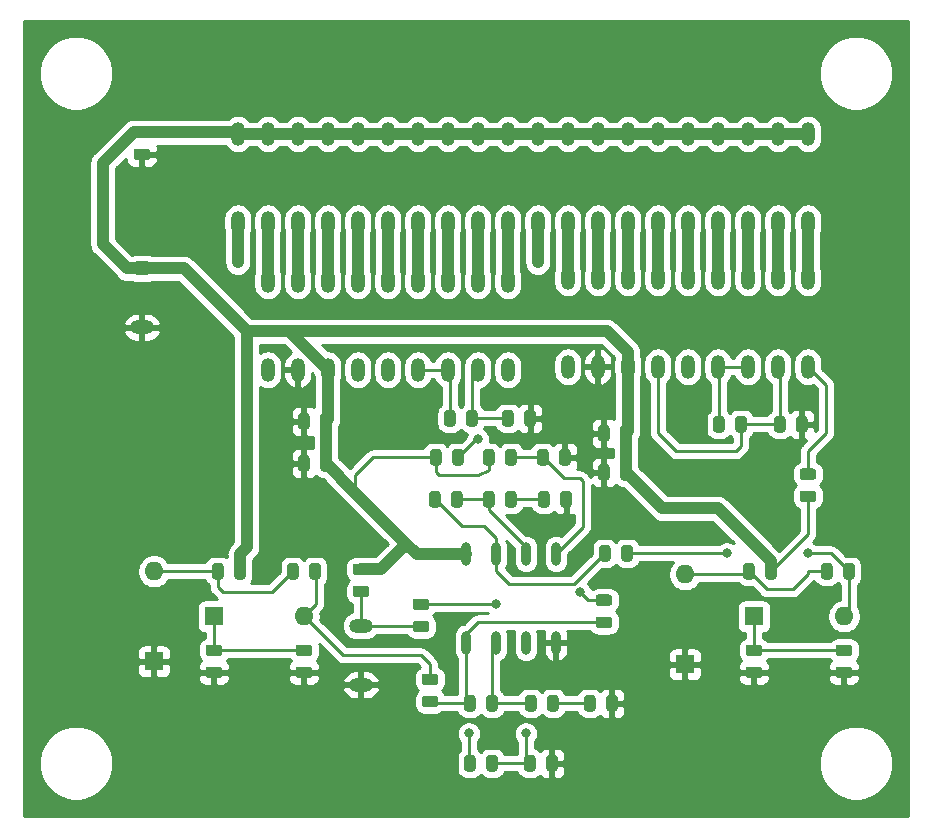
<source format=gbr>
%TF.GenerationSoftware,KiCad,Pcbnew,(5.1.6)-1*%
%TF.CreationDate,2020-08-05T10:29:03-07:00*%
%TF.ProjectId,vu_meter,76755f6d-6574-4657-922e-6b696361645f,rev?*%
%TF.SameCoordinates,Original*%
%TF.FileFunction,Copper,L1,Top*%
%TF.FilePolarity,Positive*%
%FSLAX46Y46*%
G04 Gerber Fmt 4.6, Leading zero omitted, Abs format (unit mm)*
G04 Created by KiCad (PCBNEW (5.1.6)-1) date 2020-08-05 10:29:03*
%MOMM*%
%LPD*%
G01*
G04 APERTURE LIST*
%TA.AperFunction,ComponentPad*%
%ADD10O,1.200000X2.000000*%
%TD*%
%TA.AperFunction,ComponentPad*%
%ADD11O,0.800000X2.000000*%
%TD*%
%TA.AperFunction,ComponentPad*%
%ADD12O,2.000000X1.200000*%
%TD*%
%TA.AperFunction,ComponentPad*%
%ADD13O,1.600000X1.600000*%
%TD*%
%TA.AperFunction,ComponentPad*%
%ADD14R,1.600000X1.600000*%
%TD*%
%TA.AperFunction,ViaPad*%
%ADD15C,0.800000*%
%TD*%
%TA.AperFunction,Conductor*%
%ADD16C,1.000000*%
%TD*%
%TA.AperFunction,Conductor*%
%ADD17C,0.250000*%
%TD*%
%TA.AperFunction,Conductor*%
%ADD18C,0.254000*%
%TD*%
G04 APERTURE END LIST*
D10*
%TO.P,U3,9*%
%TO.N,Net-(R6-Pad1)*%
X148336000Y-57862000D03*
%TO.P,U3,10*%
%TO.N,Net-(D2-Pad10)*%
X148336000Y-50342000D03*
%TO.P,U3,8*%
%TO.N,Net-(R3-Pad2)*%
X145796000Y-57862000D03*
%TO.P,U3,11*%
%TO.N,Net-(D2-Pad9)*%
X145796000Y-50342000D03*
%TO.P,U3,7*%
%TO.N,Net-(R3-Pad1)*%
X143256000Y-57862000D03*
%TO.P,U3,12*%
%TO.N,Net-(D2-Pad8)*%
X143256000Y-50342000D03*
%TO.P,U3,6*%
%TO.N,Net-(R3-Pad1)*%
X140716000Y-57862000D03*
%TO.P,U3,13*%
%TO.N,Net-(D2-Pad7)*%
X140716000Y-50342000D03*
%TO.P,U3,5*%
%TO.N,Vpeak2*%
X138176000Y-57862000D03*
%TO.P,U3,14*%
%TO.N,Net-(D2-Pad6)*%
X138176000Y-50342000D03*
%TO.P,U3,4*%
%TO.N,Net-(R3-Pad2)*%
X135636000Y-57862000D03*
%TO.P,U3,15*%
%TO.N,Net-(D2-Pad5)*%
X135636000Y-50342000D03*
%TO.P,U3,3*%
%TO.N,VCC*%
X133096000Y-57862000D03*
%TO.P,U3,16*%
%TO.N,Net-(D2-Pad4)*%
X133096000Y-50342000D03*
%TO.P,U3,2*%
%TO.N,GND*%
X130556000Y-57862000D03*
%TO.P,U3,17*%
%TO.N,Net-(D2-Pad3)*%
X130556000Y-50342000D03*
%TO.P,U3,1*%
%TO.N,Net-(D2-Pad1)*%
X128016000Y-57862000D03*
%TO.P,U3,18*%
%TO.N,Net-(D2-Pad2)*%
X128016000Y-50342000D03*
%TD*%
%TO.P,U2,9*%
%TO.N,Net-(R5-Pad1)*%
X122936000Y-58116000D03*
%TO.P,U2,10*%
%TO.N,Net-(D1-Pad10)*%
X122936000Y-50596000D03*
%TO.P,U2,8*%
%TO.N,Net-(R1-Pad2)*%
X120396000Y-58116000D03*
%TO.P,U2,11*%
%TO.N,Net-(D1-Pad9)*%
X120396000Y-50596000D03*
%TO.P,U2,7*%
%TO.N,Net-(R1-Pad1)*%
X117856000Y-58116000D03*
%TO.P,U2,12*%
%TO.N,Net-(D1-Pad8)*%
X117856000Y-50596000D03*
%TO.P,U2,6*%
%TO.N,Net-(R1-Pad1)*%
X115316000Y-58116000D03*
%TO.P,U2,13*%
%TO.N,Net-(D1-Pad7)*%
X115316000Y-50596000D03*
%TO.P,U2,5*%
%TO.N,Vpeak1*%
X112776000Y-58116000D03*
%TO.P,U2,14*%
%TO.N,Net-(D1-Pad6)*%
X112776000Y-50596000D03*
%TO.P,U2,4*%
%TO.N,Net-(R1-Pad2)*%
X110236000Y-58116000D03*
%TO.P,U2,15*%
%TO.N,Net-(D1-Pad5)*%
X110236000Y-50596000D03*
%TO.P,U2,3*%
%TO.N,VCC*%
X107696000Y-58116000D03*
%TO.P,U2,16*%
%TO.N,Net-(D1-Pad4)*%
X107696000Y-50596000D03*
%TO.P,U2,2*%
%TO.N,GND*%
X105156000Y-58116000D03*
%TO.P,U2,17*%
%TO.N,Net-(D1-Pad3)*%
X105156000Y-50596000D03*
%TO.P,U2,1*%
%TO.N,Net-(D1-Pad1)*%
X102616000Y-58116000D03*
%TO.P,U2,18*%
%TO.N,Net-(D1-Pad2)*%
X102616000Y-50596000D03*
%TD*%
D11*
%TO.P,U1,4*%
%TO.N,GND*%
X127000000Y-81230000D03*
%TO.P,U1,5*%
%TO.N,Vop2*%
X127000000Y-73710000D03*
%TO.P,U1,3*%
%TO.N,Vop1*%
X124460000Y-81230000D03*
%TO.P,U1,6*%
%TO.N,Net-(R12-Pad2)*%
X124460000Y-73710000D03*
%TO.P,U1,2*%
%TO.N,Net-(R13-Pad2)*%
X121920000Y-81230000D03*
%TO.P,U1,7*%
%TO.N,Net-(C10-Pad1)*%
X121920000Y-73710000D03*
%TO.P,U1,1*%
%TO.N,Amp1_out*%
X119380000Y-81230000D03*
%TO.P,U1,8*%
%TO.N,VCC*%
X119380000Y-73710000D03*
%TD*%
%TO.P,R21,2*%
%TO.N,Vpeak1*%
%TA.AperFunction,SMDPad,CuDef*%
G36*
G01*
X98500250Y-82354000D02*
X97587750Y-82354000D01*
G75*
G02*
X97344000Y-82110250I0J243750D01*
G01*
X97344000Y-81622750D01*
G75*
G02*
X97587750Y-81379000I243750J0D01*
G01*
X98500250Y-81379000D01*
G75*
G02*
X98744000Y-81622750I0J-243750D01*
G01*
X98744000Y-82110250D01*
G75*
G02*
X98500250Y-82354000I-243750J0D01*
G01*
G37*
%TD.AperFunction*%
%TO.P,R21,1*%
%TO.N,GND*%
%TA.AperFunction,SMDPad,CuDef*%
G36*
G01*
X98500250Y-84229000D02*
X97587750Y-84229000D01*
G75*
G02*
X97344000Y-83985250I0J243750D01*
G01*
X97344000Y-83497750D01*
G75*
G02*
X97587750Y-83254000I243750J0D01*
G01*
X98500250Y-83254000D01*
G75*
G02*
X98744000Y-83497750I0J-243750D01*
G01*
X98744000Y-83985250D01*
G75*
G02*
X98500250Y-84229000I-243750J0D01*
G01*
G37*
%TD.AperFunction*%
%TD*%
%TO.P,R20,2*%
%TO.N,Vpeak2*%
%TA.AperFunction,SMDPad,CuDef*%
G36*
G01*
X144220250Y-82354000D02*
X143307750Y-82354000D01*
G75*
G02*
X143064000Y-82110250I0J243750D01*
G01*
X143064000Y-81622750D01*
G75*
G02*
X143307750Y-81379000I243750J0D01*
G01*
X144220250Y-81379000D01*
G75*
G02*
X144464000Y-81622750I0J-243750D01*
G01*
X144464000Y-82110250D01*
G75*
G02*
X144220250Y-82354000I-243750J0D01*
G01*
G37*
%TD.AperFunction*%
%TO.P,R20,1*%
%TO.N,GND*%
%TA.AperFunction,SMDPad,CuDef*%
G36*
G01*
X144220250Y-84229000D02*
X143307750Y-84229000D01*
G75*
G02*
X143064000Y-83985250I0J243750D01*
G01*
X143064000Y-83497750D01*
G75*
G02*
X143307750Y-83254000I243750J0D01*
G01*
X144220250Y-83254000D01*
G75*
G02*
X144464000Y-83497750I0J-243750D01*
G01*
X144464000Y-83985250D01*
G75*
G02*
X144220250Y-84229000I-243750J0D01*
G01*
G37*
%TD.AperFunction*%
%TD*%
%TO.P,R19,2*%
%TO.N,Net-(C11-Pad2)*%
%TA.AperFunction,SMDPad,CuDef*%
G36*
G01*
X106114000Y-75640250D02*
X106114000Y-74727750D01*
G75*
G02*
X106357750Y-74484000I243750J0D01*
G01*
X106845250Y-74484000D01*
G75*
G02*
X107089000Y-74727750I0J-243750D01*
G01*
X107089000Y-75640250D01*
G75*
G02*
X106845250Y-75884000I-243750J0D01*
G01*
X106357750Y-75884000D01*
G75*
G02*
X106114000Y-75640250I0J243750D01*
G01*
G37*
%TD.AperFunction*%
%TO.P,R19,1*%
%TO.N,Net-(D4-Pad2)*%
%TA.AperFunction,SMDPad,CuDef*%
G36*
G01*
X104239000Y-75640250D02*
X104239000Y-74727750D01*
G75*
G02*
X104482750Y-74484000I243750J0D01*
G01*
X104970250Y-74484000D01*
G75*
G02*
X105214000Y-74727750I0J-243750D01*
G01*
X105214000Y-75640250D01*
G75*
G02*
X104970250Y-75884000I-243750J0D01*
G01*
X104482750Y-75884000D01*
G75*
G02*
X104239000Y-75640250I0J243750D01*
G01*
G37*
%TD.AperFunction*%
%TD*%
%TO.P,R18,2*%
%TO.N,Net-(C10-Pad2)*%
%TA.AperFunction,SMDPad,CuDef*%
G36*
G01*
X151326000Y-75640250D02*
X151326000Y-74727750D01*
G75*
G02*
X151569750Y-74484000I243750J0D01*
G01*
X152057250Y-74484000D01*
G75*
G02*
X152301000Y-74727750I0J-243750D01*
G01*
X152301000Y-75640250D01*
G75*
G02*
X152057250Y-75884000I-243750J0D01*
G01*
X151569750Y-75884000D01*
G75*
G02*
X151326000Y-75640250I0J243750D01*
G01*
G37*
%TD.AperFunction*%
%TO.P,R18,1*%
%TO.N,Net-(D3-Pad2)*%
%TA.AperFunction,SMDPad,CuDef*%
G36*
G01*
X149451000Y-75640250D02*
X149451000Y-74727750D01*
G75*
G02*
X149694750Y-74484000I243750J0D01*
G01*
X150182250Y-74484000D01*
G75*
G02*
X150426000Y-74727750I0J-243750D01*
G01*
X150426000Y-75640250D01*
G75*
G02*
X150182250Y-75884000I-243750J0D01*
G01*
X149694750Y-75884000D01*
G75*
G02*
X149451000Y-75640250I0J243750D01*
G01*
G37*
%TD.AperFunction*%
%TD*%
%TO.P,R17,2*%
%TO.N,VCC*%
%TA.AperFunction,SMDPad,CuDef*%
G36*
G01*
X99764000Y-75640250D02*
X99764000Y-74727750D01*
G75*
G02*
X100007750Y-74484000I243750J0D01*
G01*
X100495250Y-74484000D01*
G75*
G02*
X100739000Y-74727750I0J-243750D01*
G01*
X100739000Y-75640250D01*
G75*
G02*
X100495250Y-75884000I-243750J0D01*
G01*
X100007750Y-75884000D01*
G75*
G02*
X99764000Y-75640250I0J243750D01*
G01*
G37*
%TD.AperFunction*%
%TO.P,R17,1*%
%TO.N,Net-(D4-Pad2)*%
%TA.AperFunction,SMDPad,CuDef*%
G36*
G01*
X97889000Y-75640250D02*
X97889000Y-74727750D01*
G75*
G02*
X98132750Y-74484000I243750J0D01*
G01*
X98620250Y-74484000D01*
G75*
G02*
X98864000Y-74727750I0J-243750D01*
G01*
X98864000Y-75640250D01*
G75*
G02*
X98620250Y-75884000I-243750J0D01*
G01*
X98132750Y-75884000D01*
G75*
G02*
X97889000Y-75640250I0J243750D01*
G01*
G37*
%TD.AperFunction*%
%TD*%
%TO.P,R16,2*%
%TO.N,VCC*%
%TA.AperFunction,SMDPad,CuDef*%
G36*
G01*
X144722000Y-75640250D02*
X144722000Y-74727750D01*
G75*
G02*
X144965750Y-74484000I243750J0D01*
G01*
X145453250Y-74484000D01*
G75*
G02*
X145697000Y-74727750I0J-243750D01*
G01*
X145697000Y-75640250D01*
G75*
G02*
X145453250Y-75884000I-243750J0D01*
G01*
X144965750Y-75884000D01*
G75*
G02*
X144722000Y-75640250I0J243750D01*
G01*
G37*
%TD.AperFunction*%
%TO.P,R16,1*%
%TO.N,Net-(D3-Pad2)*%
%TA.AperFunction,SMDPad,CuDef*%
G36*
G01*
X142847000Y-75640250D02*
X142847000Y-74727750D01*
G75*
G02*
X143090750Y-74484000I243750J0D01*
G01*
X143578250Y-74484000D01*
G75*
G02*
X143822000Y-74727750I0J-243750D01*
G01*
X143822000Y-75640250D01*
G75*
G02*
X143578250Y-75884000I-243750J0D01*
G01*
X143090750Y-75884000D01*
G75*
G02*
X142847000Y-75640250I0J243750D01*
G01*
G37*
%TD.AperFunction*%
%TD*%
%TO.P,R15,2*%
%TO.N,Net-(R13-Pad2)*%
%TA.AperFunction,SMDPad,CuDef*%
G36*
G01*
X121100000Y-86816250D02*
X121100000Y-85903750D01*
G75*
G02*
X121343750Y-85660000I243750J0D01*
G01*
X121831250Y-85660000D01*
G75*
G02*
X122075000Y-85903750I0J-243750D01*
G01*
X122075000Y-86816250D01*
G75*
G02*
X121831250Y-87060000I-243750J0D01*
G01*
X121343750Y-87060000D01*
G75*
G02*
X121100000Y-86816250I0J243750D01*
G01*
G37*
%TD.AperFunction*%
%TO.P,R15,1*%
%TO.N,Amp1_out*%
%TA.AperFunction,SMDPad,CuDef*%
G36*
G01*
X119225000Y-86816250D02*
X119225000Y-85903750D01*
G75*
G02*
X119468750Y-85660000I243750J0D01*
G01*
X119956250Y-85660000D01*
G75*
G02*
X120200000Y-85903750I0J-243750D01*
G01*
X120200000Y-86816250D01*
G75*
G02*
X119956250Y-87060000I-243750J0D01*
G01*
X119468750Y-87060000D01*
G75*
G02*
X119225000Y-86816250I0J243750D01*
G01*
G37*
%TD.AperFunction*%
%TD*%
%TO.P,R14,2*%
%TO.N,Net-(R12-Pad2)*%
%TA.AperFunction,SMDPad,CuDef*%
G36*
G01*
X118130500Y-69544250D02*
X118130500Y-68631750D01*
G75*
G02*
X118374250Y-68388000I243750J0D01*
G01*
X118861750Y-68388000D01*
G75*
G02*
X119105500Y-68631750I0J-243750D01*
G01*
X119105500Y-69544250D01*
G75*
G02*
X118861750Y-69788000I-243750J0D01*
G01*
X118374250Y-69788000D01*
G75*
G02*
X118130500Y-69544250I0J243750D01*
G01*
G37*
%TD.AperFunction*%
%TO.P,R14,1*%
%TO.N,Net-(C10-Pad1)*%
%TA.AperFunction,SMDPad,CuDef*%
G36*
G01*
X116255500Y-69544250D02*
X116255500Y-68631750D01*
G75*
G02*
X116499250Y-68388000I243750J0D01*
G01*
X116986750Y-68388000D01*
G75*
G02*
X117230500Y-68631750I0J-243750D01*
G01*
X117230500Y-69544250D01*
G75*
G02*
X116986750Y-69788000I-243750J0D01*
G01*
X116499250Y-69788000D01*
G75*
G02*
X116255500Y-69544250I0J243750D01*
G01*
G37*
%TD.AperFunction*%
%TD*%
%TO.P,R13,2*%
%TO.N,Net-(R13-Pad2)*%
%TA.AperFunction,SMDPad,CuDef*%
G36*
G01*
X125358500Y-85903750D02*
X125358500Y-86816250D01*
G75*
G02*
X125114750Y-87060000I-243750J0D01*
G01*
X124627250Y-87060000D01*
G75*
G02*
X124383500Y-86816250I0J243750D01*
G01*
X124383500Y-85903750D01*
G75*
G02*
X124627250Y-85660000I243750J0D01*
G01*
X125114750Y-85660000D01*
G75*
G02*
X125358500Y-85903750I0J-243750D01*
G01*
G37*
%TD.AperFunction*%
%TO.P,R13,1*%
%TO.N,Net-(C9-Pad2)*%
%TA.AperFunction,SMDPad,CuDef*%
G36*
G01*
X127233500Y-85903750D02*
X127233500Y-86816250D01*
G75*
G02*
X126989750Y-87060000I-243750J0D01*
G01*
X126502250Y-87060000D01*
G75*
G02*
X126258500Y-86816250I0J243750D01*
G01*
X126258500Y-85903750D01*
G75*
G02*
X126502250Y-85660000I243750J0D01*
G01*
X126989750Y-85660000D01*
G75*
G02*
X127233500Y-85903750I0J-243750D01*
G01*
G37*
%TD.AperFunction*%
%TD*%
%TO.P,R12,2*%
%TO.N,Net-(R12-Pad2)*%
%TA.AperFunction,SMDPad,CuDef*%
G36*
G01*
X121802500Y-68631750D02*
X121802500Y-69544250D01*
G75*
G02*
X121558750Y-69788000I-243750J0D01*
G01*
X121071250Y-69788000D01*
G75*
G02*
X120827500Y-69544250I0J243750D01*
G01*
X120827500Y-68631750D01*
G75*
G02*
X121071250Y-68388000I243750J0D01*
G01*
X121558750Y-68388000D01*
G75*
G02*
X121802500Y-68631750I0J-243750D01*
G01*
G37*
%TD.AperFunction*%
%TO.P,R12,1*%
%TO.N,Net-(C8-Pad2)*%
%TA.AperFunction,SMDPad,CuDef*%
G36*
G01*
X123677500Y-68631750D02*
X123677500Y-69544250D01*
G75*
G02*
X123433750Y-69788000I-243750J0D01*
G01*
X122946250Y-69788000D01*
G75*
G02*
X122702500Y-69544250I0J243750D01*
G01*
X122702500Y-68631750D01*
G75*
G02*
X122946250Y-68388000I243750J0D01*
G01*
X123433750Y-68388000D01*
G75*
G02*
X123677500Y-68631750I0J-243750D01*
G01*
G37*
%TD.AperFunction*%
%TD*%
%TO.P,R11,2*%
%TO.N,Net-(C7-Pad2)*%
%TA.AperFunction,SMDPad,CuDef*%
G36*
G01*
X110033750Y-76396000D02*
X110946250Y-76396000D01*
G75*
G02*
X111190000Y-76639750I0J-243750D01*
G01*
X111190000Y-77127250D01*
G75*
G02*
X110946250Y-77371000I-243750J0D01*
G01*
X110033750Y-77371000D01*
G75*
G02*
X109790000Y-77127250I0J243750D01*
G01*
X109790000Y-76639750D01*
G75*
G02*
X110033750Y-76396000I243750J0D01*
G01*
G37*
%TD.AperFunction*%
%TO.P,R11,1*%
%TO.N,VCC*%
%TA.AperFunction,SMDPad,CuDef*%
G36*
G01*
X110033750Y-74521000D02*
X110946250Y-74521000D01*
G75*
G02*
X111190000Y-74764750I0J-243750D01*
G01*
X111190000Y-75252250D01*
G75*
G02*
X110946250Y-75496000I-243750J0D01*
G01*
X110033750Y-75496000D01*
G75*
G02*
X109790000Y-75252250I0J243750D01*
G01*
X109790000Y-74764750D01*
G75*
G02*
X110033750Y-74521000I243750J0D01*
G01*
G37*
%TD.AperFunction*%
%TD*%
%TO.P,R10,2*%
%TO.N,GND*%
%TA.AperFunction,SMDPad,CuDef*%
G36*
G01*
X127274500Y-65988250D02*
X127274500Y-65075750D01*
G75*
G02*
X127518250Y-64832000I243750J0D01*
G01*
X128005750Y-64832000D01*
G75*
G02*
X128249500Y-65075750I0J-243750D01*
G01*
X128249500Y-65988250D01*
G75*
G02*
X128005750Y-66232000I-243750J0D01*
G01*
X127518250Y-66232000D01*
G75*
G02*
X127274500Y-65988250I0J243750D01*
G01*
G37*
%TD.AperFunction*%
%TO.P,R10,1*%
%TO.N,Vop2*%
%TA.AperFunction,SMDPad,CuDef*%
G36*
G01*
X125399500Y-65988250D02*
X125399500Y-65075750D01*
G75*
G02*
X125643250Y-64832000I243750J0D01*
G01*
X126130750Y-64832000D01*
G75*
G02*
X126374500Y-65075750I0J-243750D01*
G01*
X126374500Y-65988250D01*
G75*
G02*
X126130750Y-66232000I-243750J0D01*
G01*
X125643250Y-66232000D01*
G75*
G02*
X125399500Y-65988250I0J243750D01*
G01*
G37*
%TD.AperFunction*%
%TD*%
%TO.P,R9,2*%
%TO.N,Vop2*%
%TA.AperFunction,SMDPad,CuDef*%
G36*
G01*
X122702500Y-65988250D02*
X122702500Y-65075750D01*
G75*
G02*
X122946250Y-64832000I243750J0D01*
G01*
X123433750Y-64832000D01*
G75*
G02*
X123677500Y-65075750I0J-243750D01*
G01*
X123677500Y-65988250D01*
G75*
G02*
X123433750Y-66232000I-243750J0D01*
G01*
X122946250Y-66232000D01*
G75*
G02*
X122702500Y-65988250I0J243750D01*
G01*
G37*
%TD.AperFunction*%
%TO.P,R9,1*%
%TO.N,VCC*%
%TA.AperFunction,SMDPad,CuDef*%
G36*
G01*
X120827500Y-65988250D02*
X120827500Y-65075750D01*
G75*
G02*
X121071250Y-64832000I243750J0D01*
G01*
X121558750Y-64832000D01*
G75*
G02*
X121802500Y-65075750I0J-243750D01*
G01*
X121802500Y-65988250D01*
G75*
G02*
X121558750Y-66232000I-243750J0D01*
G01*
X121071250Y-66232000D01*
G75*
G02*
X120827500Y-65988250I0J243750D01*
G01*
G37*
%TD.AperFunction*%
%TD*%
%TO.P,R8,2*%
%TO.N,GND*%
%TA.AperFunction,SMDPad,CuDef*%
G36*
G01*
X126180000Y-91896250D02*
X126180000Y-90983750D01*
G75*
G02*
X126423750Y-90740000I243750J0D01*
G01*
X126911250Y-90740000D01*
G75*
G02*
X127155000Y-90983750I0J-243750D01*
G01*
X127155000Y-91896250D01*
G75*
G02*
X126911250Y-92140000I-243750J0D01*
G01*
X126423750Y-92140000D01*
G75*
G02*
X126180000Y-91896250I0J243750D01*
G01*
G37*
%TD.AperFunction*%
%TO.P,R8,1*%
%TO.N,Vop1*%
%TA.AperFunction,SMDPad,CuDef*%
G36*
G01*
X124305000Y-91896250D02*
X124305000Y-90983750D01*
G75*
G02*
X124548750Y-90740000I243750J0D01*
G01*
X125036250Y-90740000D01*
G75*
G02*
X125280000Y-90983750I0J-243750D01*
G01*
X125280000Y-91896250D01*
G75*
G02*
X125036250Y-92140000I-243750J0D01*
G01*
X124548750Y-92140000D01*
G75*
G02*
X124305000Y-91896250I0J243750D01*
G01*
G37*
%TD.AperFunction*%
%TD*%
%TO.P,R7,2*%
%TO.N,Vop1*%
%TA.AperFunction,SMDPad,CuDef*%
G36*
G01*
X121100000Y-91896250D02*
X121100000Y-90983750D01*
G75*
G02*
X121343750Y-90740000I243750J0D01*
G01*
X121831250Y-90740000D01*
G75*
G02*
X122075000Y-90983750I0J-243750D01*
G01*
X122075000Y-91896250D01*
G75*
G02*
X121831250Y-92140000I-243750J0D01*
G01*
X121343750Y-92140000D01*
G75*
G02*
X121100000Y-91896250I0J243750D01*
G01*
G37*
%TD.AperFunction*%
%TO.P,R7,1*%
%TO.N,VCC*%
%TA.AperFunction,SMDPad,CuDef*%
G36*
G01*
X119225000Y-91896250D02*
X119225000Y-90983750D01*
G75*
G02*
X119468750Y-90740000I243750J0D01*
G01*
X119956250Y-90740000D01*
G75*
G02*
X120200000Y-90983750I0J-243750D01*
G01*
X120200000Y-91896250D01*
G75*
G02*
X119956250Y-92140000I-243750J0D01*
G01*
X119468750Y-92140000D01*
G75*
G02*
X119225000Y-91896250I0J243750D01*
G01*
G37*
%TD.AperFunction*%
%TD*%
%TO.P,R6,2*%
%TO.N,VCC*%
%TA.AperFunction,SMDPad,CuDef*%
G36*
G01*
X147879750Y-68346500D02*
X148792250Y-68346500D01*
G75*
G02*
X149036000Y-68590250I0J-243750D01*
G01*
X149036000Y-69077750D01*
G75*
G02*
X148792250Y-69321500I-243750J0D01*
G01*
X147879750Y-69321500D01*
G75*
G02*
X147636000Y-69077750I0J243750D01*
G01*
X147636000Y-68590250D01*
G75*
G02*
X147879750Y-68346500I243750J0D01*
G01*
G37*
%TD.AperFunction*%
%TO.P,R6,1*%
%TO.N,Net-(R6-Pad1)*%
%TA.AperFunction,SMDPad,CuDef*%
G36*
G01*
X147879750Y-66471500D02*
X148792250Y-66471500D01*
G75*
G02*
X149036000Y-66715250I0J-243750D01*
G01*
X149036000Y-67202750D01*
G75*
G02*
X148792250Y-67446500I-243750J0D01*
G01*
X147879750Y-67446500D01*
G75*
G02*
X147636000Y-67202750I0J243750D01*
G01*
X147636000Y-66715250D01*
G75*
G02*
X147879750Y-66471500I243750J0D01*
G01*
G37*
%TD.AperFunction*%
%TD*%
%TO.P,R5,2*%
%TO.N,VCC*%
%TA.AperFunction,SMDPad,CuDef*%
G36*
G01*
X117327500Y-65075750D02*
X117327500Y-65988250D01*
G75*
G02*
X117083750Y-66232000I-243750J0D01*
G01*
X116596250Y-66232000D01*
G75*
G02*
X116352500Y-65988250I0J243750D01*
G01*
X116352500Y-65075750D01*
G75*
G02*
X116596250Y-64832000I243750J0D01*
G01*
X117083750Y-64832000D01*
G75*
G02*
X117327500Y-65075750I0J-243750D01*
G01*
G37*
%TD.AperFunction*%
%TO.P,R5,1*%
%TO.N,Net-(R5-Pad1)*%
%TA.AperFunction,SMDPad,CuDef*%
G36*
G01*
X119202500Y-65075750D02*
X119202500Y-65988250D01*
G75*
G02*
X118958750Y-66232000I-243750J0D01*
G01*
X118471250Y-66232000D01*
G75*
G02*
X118227500Y-65988250I0J243750D01*
G01*
X118227500Y-65075750D01*
G75*
G02*
X118471250Y-64832000I243750J0D01*
G01*
X118958750Y-64832000D01*
G75*
G02*
X119202500Y-65075750I0J-243750D01*
G01*
G37*
%TD.AperFunction*%
%TD*%
%TO.P,R4,2*%
%TO.N,Net-(R3-Pad2)*%
%TA.AperFunction,SMDPad,CuDef*%
G36*
G01*
X146440500Y-62281750D02*
X146440500Y-63194250D01*
G75*
G02*
X146196750Y-63438000I-243750J0D01*
G01*
X145709250Y-63438000D01*
G75*
G02*
X145465500Y-63194250I0J243750D01*
G01*
X145465500Y-62281750D01*
G75*
G02*
X145709250Y-62038000I243750J0D01*
G01*
X146196750Y-62038000D01*
G75*
G02*
X146440500Y-62281750I0J-243750D01*
G01*
G37*
%TD.AperFunction*%
%TO.P,R4,1*%
%TO.N,GND*%
%TA.AperFunction,SMDPad,CuDef*%
G36*
G01*
X148315500Y-62281750D02*
X148315500Y-63194250D01*
G75*
G02*
X148071750Y-63438000I-243750J0D01*
G01*
X147584250Y-63438000D01*
G75*
G02*
X147340500Y-63194250I0J243750D01*
G01*
X147340500Y-62281750D01*
G75*
G02*
X147584250Y-62038000I243750J0D01*
G01*
X148071750Y-62038000D01*
G75*
G02*
X148315500Y-62281750I0J-243750D01*
G01*
G37*
%TD.AperFunction*%
%TD*%
%TO.P,R3,2*%
%TO.N,Net-(R3-Pad2)*%
%TA.AperFunction,SMDPad,CuDef*%
G36*
G01*
X142182000Y-63194250D02*
X142182000Y-62281750D01*
G75*
G02*
X142425750Y-62038000I243750J0D01*
G01*
X142913250Y-62038000D01*
G75*
G02*
X143157000Y-62281750I0J-243750D01*
G01*
X143157000Y-63194250D01*
G75*
G02*
X142913250Y-63438000I-243750J0D01*
G01*
X142425750Y-63438000D01*
G75*
G02*
X142182000Y-63194250I0J243750D01*
G01*
G37*
%TD.AperFunction*%
%TO.P,R3,1*%
%TO.N,Net-(R3-Pad1)*%
%TA.AperFunction,SMDPad,CuDef*%
G36*
G01*
X140307000Y-63194250D02*
X140307000Y-62281750D01*
G75*
G02*
X140550750Y-62038000I243750J0D01*
G01*
X141038250Y-62038000D01*
G75*
G02*
X141282000Y-62281750I0J-243750D01*
G01*
X141282000Y-63194250D01*
G75*
G02*
X141038250Y-63438000I-243750J0D01*
G01*
X140550750Y-63438000D01*
G75*
G02*
X140307000Y-63194250I0J243750D01*
G01*
G37*
%TD.AperFunction*%
%TD*%
%TO.P,R2,2*%
%TO.N,Net-(R1-Pad2)*%
%TA.AperFunction,SMDPad,CuDef*%
G36*
G01*
X123423500Y-61773750D02*
X123423500Y-62686250D01*
G75*
G02*
X123179750Y-62930000I-243750J0D01*
G01*
X122692250Y-62930000D01*
G75*
G02*
X122448500Y-62686250I0J243750D01*
G01*
X122448500Y-61773750D01*
G75*
G02*
X122692250Y-61530000I243750J0D01*
G01*
X123179750Y-61530000D01*
G75*
G02*
X123423500Y-61773750I0J-243750D01*
G01*
G37*
%TD.AperFunction*%
%TO.P,R2,1*%
%TO.N,GND*%
%TA.AperFunction,SMDPad,CuDef*%
G36*
G01*
X125298500Y-61773750D02*
X125298500Y-62686250D01*
G75*
G02*
X125054750Y-62930000I-243750J0D01*
G01*
X124567250Y-62930000D01*
G75*
G02*
X124323500Y-62686250I0J243750D01*
G01*
X124323500Y-61773750D01*
G75*
G02*
X124567250Y-61530000I243750J0D01*
G01*
X125054750Y-61530000D01*
G75*
G02*
X125298500Y-61773750I0J-243750D01*
G01*
G37*
%TD.AperFunction*%
%TD*%
%TO.P,R1,2*%
%TO.N,Net-(R1-Pad2)*%
%TA.AperFunction,SMDPad,CuDef*%
G36*
G01*
X119400500Y-62686250D02*
X119400500Y-61773750D01*
G75*
G02*
X119644250Y-61530000I243750J0D01*
G01*
X120131750Y-61530000D01*
G75*
G02*
X120375500Y-61773750I0J-243750D01*
G01*
X120375500Y-62686250D01*
G75*
G02*
X120131750Y-62930000I-243750J0D01*
G01*
X119644250Y-62930000D01*
G75*
G02*
X119400500Y-62686250I0J243750D01*
G01*
G37*
%TD.AperFunction*%
%TO.P,R1,1*%
%TO.N,Net-(R1-Pad1)*%
%TA.AperFunction,SMDPad,CuDef*%
G36*
G01*
X117525500Y-62686250D02*
X117525500Y-61773750D01*
G75*
G02*
X117769250Y-61530000I243750J0D01*
G01*
X118256750Y-61530000D01*
G75*
G02*
X118500500Y-61773750I0J-243750D01*
G01*
X118500500Y-62686250D01*
G75*
G02*
X118256750Y-62930000I-243750J0D01*
G01*
X117769250Y-62930000D01*
G75*
G02*
X117525500Y-62686250I0J243750D01*
G01*
G37*
%TD.AperFunction*%
%TD*%
D12*
%TO.P,MK1,2*%
%TO.N,Net-(C7-Pad2)*%
X110490000Y-79796000D03*
%TO.P,MK1,1*%
%TO.N,GND*%
X110490000Y-84796000D03*
%TD*%
%TO.P,J1,2*%
%TO.N,VCC*%
X91948000Y-49530000D03*
%TO.P,J1,1*%
%TO.N,GND*%
X91948000Y-54530000D03*
%TD*%
D13*
%TO.P,D6,2*%
%TO.N,Net-(C11-Pad2)*%
X105664000Y-78994000D03*
D14*
%TO.P,D6,1*%
%TO.N,Vpeak1*%
X98044000Y-78994000D03*
%TD*%
D13*
%TO.P,D5,2*%
%TO.N,Net-(C10-Pad2)*%
X151384000Y-78994000D03*
D14*
%TO.P,D5,1*%
%TO.N,Vpeak2*%
X143764000Y-78994000D03*
%TD*%
D13*
%TO.P,D4,2*%
%TO.N,Net-(D4-Pad2)*%
X92964000Y-75184000D03*
D14*
%TO.P,D4,1*%
%TO.N,GND*%
X92964000Y-82804000D03*
%TD*%
D13*
%TO.P,D3,2*%
%TO.N,Net-(D3-Pad2)*%
X137922000Y-75438000D03*
D14*
%TO.P,D3,1*%
%TO.N,GND*%
X137922000Y-83058000D03*
%TD*%
D10*
%TO.P,D2,10*%
%TO.N,Net-(D2-Pad10)*%
X148336000Y-45670000D03*
%TO.P,D2,11*%
%TO.N,VCC*%
X148336000Y-38150000D03*
%TO.P,D2,9*%
%TO.N,Net-(D2-Pad9)*%
X145796000Y-45670000D03*
%TO.P,D2,12*%
%TO.N,VCC*%
X145796000Y-38150000D03*
%TO.P,D2,8*%
%TO.N,Net-(D2-Pad8)*%
X143256000Y-45670000D03*
%TO.P,D2,13*%
%TO.N,VCC*%
X143256000Y-38150000D03*
%TO.P,D2,7*%
%TO.N,Net-(D2-Pad7)*%
X140716000Y-45670000D03*
%TO.P,D2,14*%
%TO.N,VCC*%
X140716000Y-38150000D03*
%TO.P,D2,6*%
%TO.N,Net-(D2-Pad6)*%
X138176000Y-45670000D03*
%TO.P,D2,15*%
%TO.N,VCC*%
X138176000Y-38150000D03*
%TO.P,D2,5*%
%TO.N,Net-(D2-Pad5)*%
X135636000Y-45670000D03*
%TO.P,D2,16*%
%TO.N,VCC*%
X135636000Y-38150000D03*
%TO.P,D2,4*%
%TO.N,Net-(D2-Pad4)*%
X133096000Y-45670000D03*
%TO.P,D2,17*%
%TO.N,VCC*%
X133096000Y-38150000D03*
%TO.P,D2,3*%
%TO.N,Net-(D2-Pad3)*%
X130556000Y-45670000D03*
%TO.P,D2,18*%
%TO.N,VCC*%
X130556000Y-38150000D03*
%TO.P,D2,2*%
%TO.N,Net-(D2-Pad2)*%
X128016000Y-45670000D03*
%TO.P,D2,19*%
%TO.N,VCC*%
X128016000Y-38150000D03*
%TO.P,D2,1*%
%TO.N,Net-(D2-Pad1)*%
X125476000Y-45670000D03*
%TO.P,D2,20*%
%TO.N,VCC*%
X125476000Y-38150000D03*
%TD*%
%TO.P,D1,10*%
%TO.N,Net-(D1-Pad10)*%
X122936000Y-45670000D03*
%TO.P,D1,11*%
%TO.N,VCC*%
X122936000Y-38150000D03*
%TO.P,D1,9*%
%TO.N,Net-(D1-Pad9)*%
X120396000Y-45670000D03*
%TO.P,D1,12*%
%TO.N,VCC*%
X120396000Y-38150000D03*
%TO.P,D1,8*%
%TO.N,Net-(D1-Pad8)*%
X117856000Y-45670000D03*
%TO.P,D1,13*%
%TO.N,VCC*%
X117856000Y-38150000D03*
%TO.P,D1,7*%
%TO.N,Net-(D1-Pad7)*%
X115316000Y-45670000D03*
%TO.P,D1,14*%
%TO.N,VCC*%
X115316000Y-38150000D03*
%TO.P,D1,6*%
%TO.N,Net-(D1-Pad6)*%
X112776000Y-45670000D03*
%TO.P,D1,15*%
%TO.N,VCC*%
X112776000Y-38150000D03*
%TO.P,D1,5*%
%TO.N,Net-(D1-Pad5)*%
X110236000Y-45670000D03*
%TO.P,D1,16*%
%TO.N,VCC*%
X110236000Y-38150000D03*
%TO.P,D1,4*%
%TO.N,Net-(D1-Pad4)*%
X107696000Y-45670000D03*
%TO.P,D1,17*%
%TO.N,VCC*%
X107696000Y-38150000D03*
%TO.P,D1,3*%
%TO.N,Net-(D1-Pad3)*%
X105156000Y-45670000D03*
%TO.P,D1,18*%
%TO.N,VCC*%
X105156000Y-38150000D03*
%TO.P,D1,2*%
%TO.N,Net-(D1-Pad2)*%
X102616000Y-45670000D03*
%TO.P,D1,19*%
%TO.N,VCC*%
X102616000Y-38150000D03*
%TO.P,D1,1*%
%TO.N,Net-(D1-Pad1)*%
X100076000Y-45670000D03*
%TO.P,D1,20*%
%TO.N,VCC*%
X100076000Y-38150000D03*
%TD*%
%TO.P,C13,2*%
%TO.N,Vpeak1*%
%TA.AperFunction,SMDPad,CuDef*%
G36*
G01*
X106120250Y-82354000D02*
X105207750Y-82354000D01*
G75*
G02*
X104964000Y-82110250I0J243750D01*
G01*
X104964000Y-81622750D01*
G75*
G02*
X105207750Y-81379000I243750J0D01*
G01*
X106120250Y-81379000D01*
G75*
G02*
X106364000Y-81622750I0J-243750D01*
G01*
X106364000Y-82110250D01*
G75*
G02*
X106120250Y-82354000I-243750J0D01*
G01*
G37*
%TD.AperFunction*%
%TO.P,C13,1*%
%TO.N,GND*%
%TA.AperFunction,SMDPad,CuDef*%
G36*
G01*
X106120250Y-84229000D02*
X105207750Y-84229000D01*
G75*
G02*
X104964000Y-83985250I0J243750D01*
G01*
X104964000Y-83497750D01*
G75*
G02*
X105207750Y-83254000I243750J0D01*
G01*
X106120250Y-83254000D01*
G75*
G02*
X106364000Y-83497750I0J-243750D01*
G01*
X106364000Y-83985250D01*
G75*
G02*
X106120250Y-84229000I-243750J0D01*
G01*
G37*
%TD.AperFunction*%
%TD*%
%TO.P,C12,2*%
%TO.N,Vpeak2*%
%TA.AperFunction,SMDPad,CuDef*%
G36*
G01*
X151840250Y-82354000D02*
X150927750Y-82354000D01*
G75*
G02*
X150684000Y-82110250I0J243750D01*
G01*
X150684000Y-81622750D01*
G75*
G02*
X150927750Y-81379000I243750J0D01*
G01*
X151840250Y-81379000D01*
G75*
G02*
X152084000Y-81622750I0J-243750D01*
G01*
X152084000Y-82110250D01*
G75*
G02*
X151840250Y-82354000I-243750J0D01*
G01*
G37*
%TD.AperFunction*%
%TO.P,C12,1*%
%TO.N,GND*%
%TA.AperFunction,SMDPad,CuDef*%
G36*
G01*
X151840250Y-84229000D02*
X150927750Y-84229000D01*
G75*
G02*
X150684000Y-83985250I0J243750D01*
G01*
X150684000Y-83497750D01*
G75*
G02*
X150927750Y-83254000I243750J0D01*
G01*
X151840250Y-83254000D01*
G75*
G02*
X152084000Y-83497750I0J-243750D01*
G01*
X152084000Y-83985250D01*
G75*
G02*
X151840250Y-84229000I-243750J0D01*
G01*
G37*
%TD.AperFunction*%
%TD*%
%TO.P,C11,2*%
%TO.N,Net-(C11-Pad2)*%
%TA.AperFunction,SMDPad,CuDef*%
G36*
G01*
X116788250Y-84815500D02*
X115875750Y-84815500D01*
G75*
G02*
X115632000Y-84571750I0J243750D01*
G01*
X115632000Y-84084250D01*
G75*
G02*
X115875750Y-83840500I243750J0D01*
G01*
X116788250Y-83840500D01*
G75*
G02*
X117032000Y-84084250I0J-243750D01*
G01*
X117032000Y-84571750D01*
G75*
G02*
X116788250Y-84815500I-243750J0D01*
G01*
G37*
%TD.AperFunction*%
%TO.P,C11,1*%
%TO.N,Amp1_out*%
%TA.AperFunction,SMDPad,CuDef*%
G36*
G01*
X116788250Y-86690500D02*
X115875750Y-86690500D01*
G75*
G02*
X115632000Y-86446750I0J243750D01*
G01*
X115632000Y-85959250D01*
G75*
G02*
X115875750Y-85715500I243750J0D01*
G01*
X116788250Y-85715500D01*
G75*
G02*
X117032000Y-85959250I0J-243750D01*
G01*
X117032000Y-86446750D01*
G75*
G02*
X116788250Y-86690500I-243750J0D01*
G01*
G37*
%TD.AperFunction*%
%TD*%
%TO.P,C10,2*%
%TO.N,Net-(C10-Pad2)*%
%TA.AperFunction,SMDPad,CuDef*%
G36*
G01*
X132530000Y-74116250D02*
X132530000Y-73203750D01*
G75*
G02*
X132773750Y-72960000I243750J0D01*
G01*
X133261250Y-72960000D01*
G75*
G02*
X133505000Y-73203750I0J-243750D01*
G01*
X133505000Y-74116250D01*
G75*
G02*
X133261250Y-74360000I-243750J0D01*
G01*
X132773750Y-74360000D01*
G75*
G02*
X132530000Y-74116250I0J243750D01*
G01*
G37*
%TD.AperFunction*%
%TO.P,C10,1*%
%TO.N,Net-(C10-Pad1)*%
%TA.AperFunction,SMDPad,CuDef*%
G36*
G01*
X130655000Y-74116250D02*
X130655000Y-73203750D01*
G75*
G02*
X130898750Y-72960000I243750J0D01*
G01*
X131386250Y-72960000D01*
G75*
G02*
X131630000Y-73203750I0J-243750D01*
G01*
X131630000Y-74116250D01*
G75*
G02*
X131386250Y-74360000I-243750J0D01*
G01*
X130898750Y-74360000D01*
G75*
G02*
X130655000Y-74116250I0J243750D01*
G01*
G37*
%TD.AperFunction*%
%TD*%
%TO.P,C9,2*%
%TO.N,Net-(C9-Pad2)*%
%TA.AperFunction,SMDPad,CuDef*%
G36*
G01*
X130360000Y-85903750D02*
X130360000Y-86816250D01*
G75*
G02*
X130116250Y-87060000I-243750J0D01*
G01*
X129628750Y-87060000D01*
G75*
G02*
X129385000Y-86816250I0J243750D01*
G01*
X129385000Y-85903750D01*
G75*
G02*
X129628750Y-85660000I243750J0D01*
G01*
X130116250Y-85660000D01*
G75*
G02*
X130360000Y-85903750I0J-243750D01*
G01*
G37*
%TD.AperFunction*%
%TO.P,C9,1*%
%TO.N,GND*%
%TA.AperFunction,SMDPad,CuDef*%
G36*
G01*
X132235000Y-85903750D02*
X132235000Y-86816250D01*
G75*
G02*
X131991250Y-87060000I-243750J0D01*
G01*
X131503750Y-87060000D01*
G75*
G02*
X131260000Y-86816250I0J243750D01*
G01*
X131260000Y-85903750D01*
G75*
G02*
X131503750Y-85660000I243750J0D01*
G01*
X131991250Y-85660000D01*
G75*
G02*
X132235000Y-85903750I0J-243750D01*
G01*
G37*
%TD.AperFunction*%
%TD*%
%TO.P,C8,2*%
%TO.N,Net-(C8-Pad2)*%
%TA.AperFunction,SMDPad,CuDef*%
G36*
G01*
X126471500Y-68631750D02*
X126471500Y-69544250D01*
G75*
G02*
X126227750Y-69788000I-243750J0D01*
G01*
X125740250Y-69788000D01*
G75*
G02*
X125496500Y-69544250I0J243750D01*
G01*
X125496500Y-68631750D01*
G75*
G02*
X125740250Y-68388000I243750J0D01*
G01*
X126227750Y-68388000D01*
G75*
G02*
X126471500Y-68631750I0J-243750D01*
G01*
G37*
%TD.AperFunction*%
%TO.P,C8,1*%
%TO.N,GND*%
%TA.AperFunction,SMDPad,CuDef*%
G36*
G01*
X128346500Y-68631750D02*
X128346500Y-69544250D01*
G75*
G02*
X128102750Y-69788000I-243750J0D01*
G01*
X127615250Y-69788000D01*
G75*
G02*
X127371500Y-69544250I0J243750D01*
G01*
X127371500Y-68631750D01*
G75*
G02*
X127615250Y-68388000I243750J0D01*
G01*
X128102750Y-68388000D01*
G75*
G02*
X128346500Y-68631750I0J-243750D01*
G01*
G37*
%TD.AperFunction*%
%TD*%
%TO.P,C7,2*%
%TO.N,Net-(C7-Pad2)*%
%TA.AperFunction,SMDPad,CuDef*%
G36*
G01*
X115113750Y-79365500D02*
X116026250Y-79365500D01*
G75*
G02*
X116270000Y-79609250I0J-243750D01*
G01*
X116270000Y-80096750D01*
G75*
G02*
X116026250Y-80340500I-243750J0D01*
G01*
X115113750Y-80340500D01*
G75*
G02*
X114870000Y-80096750I0J243750D01*
G01*
X114870000Y-79609250D01*
G75*
G02*
X115113750Y-79365500I243750J0D01*
G01*
G37*
%TD.AperFunction*%
%TO.P,C7,1*%
%TO.N,Vop1*%
%TA.AperFunction,SMDPad,CuDef*%
G36*
G01*
X115113750Y-77490500D02*
X116026250Y-77490500D01*
G75*
G02*
X116270000Y-77734250I0J-243750D01*
G01*
X116270000Y-78221750D01*
G75*
G02*
X116026250Y-78465500I-243750J0D01*
G01*
X115113750Y-78465500D01*
G75*
G02*
X114870000Y-78221750I0J243750D01*
G01*
X114870000Y-77734250D01*
G75*
G02*
X115113750Y-77490500I243750J0D01*
G01*
G37*
%TD.AperFunction*%
%TD*%
%TO.P,C6,2*%
%TO.N,Amp1_out*%
%TA.AperFunction,SMDPad,CuDef*%
G36*
G01*
X130607750Y-79014500D02*
X131520250Y-79014500D01*
G75*
G02*
X131764000Y-79258250I0J-243750D01*
G01*
X131764000Y-79745750D01*
G75*
G02*
X131520250Y-79989500I-243750J0D01*
G01*
X130607750Y-79989500D01*
G75*
G02*
X130364000Y-79745750I0J243750D01*
G01*
X130364000Y-79258250D01*
G75*
G02*
X130607750Y-79014500I243750J0D01*
G01*
G37*
%TD.AperFunction*%
%TO.P,C6,1*%
%TO.N,Vop2*%
%TA.AperFunction,SMDPad,CuDef*%
G36*
G01*
X130607750Y-77139500D02*
X131520250Y-77139500D01*
G75*
G02*
X131764000Y-77383250I0J-243750D01*
G01*
X131764000Y-77870750D01*
G75*
G02*
X131520250Y-78114500I-243750J0D01*
G01*
X130607750Y-78114500D01*
G75*
G02*
X130364000Y-77870750I0J243750D01*
G01*
X130364000Y-77383250D01*
G75*
G02*
X130607750Y-77139500I243750J0D01*
G01*
G37*
%TD.AperFunction*%
%TD*%
%TO.P,C5,2*%
%TO.N,GND*%
%TA.AperFunction,SMDPad,CuDef*%
G36*
G01*
X131551500Y-66345750D02*
X131551500Y-67258250D01*
G75*
G02*
X131307750Y-67502000I-243750J0D01*
G01*
X130820250Y-67502000D01*
G75*
G02*
X130576500Y-67258250I0J243750D01*
G01*
X130576500Y-66345750D01*
G75*
G02*
X130820250Y-66102000I243750J0D01*
G01*
X131307750Y-66102000D01*
G75*
G02*
X131551500Y-66345750I0J-243750D01*
G01*
G37*
%TD.AperFunction*%
%TO.P,C5,1*%
%TO.N,VCC*%
%TA.AperFunction,SMDPad,CuDef*%
G36*
G01*
X133426500Y-66345750D02*
X133426500Y-67258250D01*
G75*
G02*
X133182750Y-67502000I-243750J0D01*
G01*
X132695250Y-67502000D01*
G75*
G02*
X132451500Y-67258250I0J243750D01*
G01*
X132451500Y-66345750D01*
G75*
G02*
X132695250Y-66102000I243750J0D01*
G01*
X133182750Y-66102000D01*
G75*
G02*
X133426500Y-66345750I0J-243750D01*
G01*
G37*
%TD.AperFunction*%
%TD*%
%TO.P,C4,2*%
%TO.N,GND*%
%TA.AperFunction,SMDPad,CuDef*%
G36*
G01*
X106151500Y-62027750D02*
X106151500Y-62940250D01*
G75*
G02*
X105907750Y-63184000I-243750J0D01*
G01*
X105420250Y-63184000D01*
G75*
G02*
X105176500Y-62940250I0J243750D01*
G01*
X105176500Y-62027750D01*
G75*
G02*
X105420250Y-61784000I243750J0D01*
G01*
X105907750Y-61784000D01*
G75*
G02*
X106151500Y-62027750I0J-243750D01*
G01*
G37*
%TD.AperFunction*%
%TO.P,C4,1*%
%TO.N,VCC*%
%TA.AperFunction,SMDPad,CuDef*%
G36*
G01*
X108026500Y-62027750D02*
X108026500Y-62940250D01*
G75*
G02*
X107782750Y-63184000I-243750J0D01*
G01*
X107295250Y-63184000D01*
G75*
G02*
X107051500Y-62940250I0J243750D01*
G01*
X107051500Y-62027750D01*
G75*
G02*
X107295250Y-61784000I243750J0D01*
G01*
X107782750Y-61784000D01*
G75*
G02*
X108026500Y-62027750I0J-243750D01*
G01*
G37*
%TD.AperFunction*%
%TD*%
%TO.P,C3,2*%
%TO.N,GND*%
%TA.AperFunction,SMDPad,CuDef*%
G36*
G01*
X91491750Y-39390500D02*
X92404250Y-39390500D01*
G75*
G02*
X92648000Y-39634250I0J-243750D01*
G01*
X92648000Y-40121750D01*
G75*
G02*
X92404250Y-40365500I-243750J0D01*
G01*
X91491750Y-40365500D01*
G75*
G02*
X91248000Y-40121750I0J243750D01*
G01*
X91248000Y-39634250D01*
G75*
G02*
X91491750Y-39390500I243750J0D01*
G01*
G37*
%TD.AperFunction*%
%TO.P,C3,1*%
%TO.N,VCC*%
%TA.AperFunction,SMDPad,CuDef*%
G36*
G01*
X91491750Y-37515500D02*
X92404250Y-37515500D01*
G75*
G02*
X92648000Y-37759250I0J-243750D01*
G01*
X92648000Y-38246750D01*
G75*
G02*
X92404250Y-38490500I-243750J0D01*
G01*
X91491750Y-38490500D01*
G75*
G02*
X91248000Y-38246750I0J243750D01*
G01*
X91248000Y-37759250D01*
G75*
G02*
X91491750Y-37515500I243750J0D01*
G01*
G37*
%TD.AperFunction*%
%TD*%
%TO.P,C2,2*%
%TO.N,GND*%
%TA.AperFunction,SMDPad,CuDef*%
G36*
G01*
X131551500Y-63043750D02*
X131551500Y-63956250D01*
G75*
G02*
X131307750Y-64200000I-243750J0D01*
G01*
X130820250Y-64200000D01*
G75*
G02*
X130576500Y-63956250I0J243750D01*
G01*
X130576500Y-63043750D01*
G75*
G02*
X130820250Y-62800000I243750J0D01*
G01*
X131307750Y-62800000D01*
G75*
G02*
X131551500Y-63043750I0J-243750D01*
G01*
G37*
%TD.AperFunction*%
%TO.P,C2,1*%
%TO.N,VCC*%
%TA.AperFunction,SMDPad,CuDef*%
G36*
G01*
X133426500Y-63043750D02*
X133426500Y-63956250D01*
G75*
G02*
X133182750Y-64200000I-243750J0D01*
G01*
X132695250Y-64200000D01*
G75*
G02*
X132451500Y-63956250I0J243750D01*
G01*
X132451500Y-63043750D01*
G75*
G02*
X132695250Y-62800000I243750J0D01*
G01*
X133182750Y-62800000D01*
G75*
G02*
X133426500Y-63043750I0J-243750D01*
G01*
G37*
%TD.AperFunction*%
%TD*%
%TO.P,C1,2*%
%TO.N,GND*%
%TA.AperFunction,SMDPad,CuDef*%
G36*
G01*
X106151500Y-65583750D02*
X106151500Y-66496250D01*
G75*
G02*
X105907750Y-66740000I-243750J0D01*
G01*
X105420250Y-66740000D01*
G75*
G02*
X105176500Y-66496250I0J243750D01*
G01*
X105176500Y-65583750D01*
G75*
G02*
X105420250Y-65340000I243750J0D01*
G01*
X105907750Y-65340000D01*
G75*
G02*
X106151500Y-65583750I0J-243750D01*
G01*
G37*
%TD.AperFunction*%
%TO.P,C1,1*%
%TO.N,VCC*%
%TA.AperFunction,SMDPad,CuDef*%
G36*
G01*
X108026500Y-65583750D02*
X108026500Y-66496250D01*
G75*
G02*
X107782750Y-66740000I-243750J0D01*
G01*
X107295250Y-66740000D01*
G75*
G02*
X107051500Y-66496250I0J243750D01*
G01*
X107051500Y-65583750D01*
G75*
G02*
X107295250Y-65340000I243750J0D01*
G01*
X107782750Y-65340000D01*
G75*
G02*
X108026500Y-65583750I0J-243750D01*
G01*
G37*
%TD.AperFunction*%
%TD*%
D15*
%TO.N,VCC*%
X119634000Y-88900000D03*
%TO.N,Vop2*%
X129032000Y-76962000D03*
%TO.N,Vop1*%
X121920000Y-77978000D03*
X124460000Y-88900000D03*
%TO.N,Net-(C10-Pad2)*%
X148336000Y-73660000D03*
X141478006Y-73660000D03*
%TO.N,Net-(D1-Pad1)*%
X100076000Y-49022000D03*
%TO.N,Net-(D2-Pad1)*%
X125476000Y-49022000D03*
%TO.N,Net-(R5-Pad1)*%
X120396000Y-64008000D03*
%TD*%
D16*
%TO.N,VCC*%
X91948000Y-49530000D02*
X90678000Y-49530000D01*
X90678000Y-49530000D02*
X88646000Y-47498000D01*
X88646000Y-47498000D02*
X88646000Y-40605000D01*
X91248000Y-38003000D02*
X91948000Y-38003000D01*
X88646000Y-40605000D02*
X91248000Y-38003000D01*
X99929000Y-38003000D02*
X100076000Y-38150000D01*
X91948000Y-38003000D02*
X99929000Y-38003000D01*
X100076000Y-38150000D02*
X148336000Y-38150000D01*
X91948000Y-49530000D02*
X95504000Y-49530000D01*
X95504000Y-49530000D02*
X100838000Y-54864000D01*
X104444000Y-54864000D02*
X107696000Y-58116000D01*
X100838000Y-54864000D02*
X104444000Y-54864000D01*
X133096000Y-56642000D02*
X133096000Y-57862000D01*
X131318000Y-54864000D02*
X133096000Y-56642000D01*
X131318000Y-54864000D02*
X107950000Y-54864000D01*
X107950000Y-54864000D02*
X104444000Y-54864000D01*
X107696000Y-62327000D02*
X107539000Y-62484000D01*
X107696000Y-58116000D02*
X107696000Y-62327000D01*
X107539000Y-62484000D02*
X107539000Y-66040000D01*
X133096000Y-63343000D02*
X132939000Y-63500000D01*
X133096000Y-57862000D02*
X133096000Y-63343000D01*
X132939000Y-63500000D02*
X132939000Y-66802000D01*
X119380000Y-73710000D02*
X115209000Y-73710000D01*
X110490000Y-75008500D02*
X112189500Y-75008500D01*
X115209000Y-73710000D02*
X114348500Y-72849500D01*
X112189500Y-75008500D02*
X114348500Y-72849500D01*
X100251500Y-75184000D02*
X100251500Y-73738500D01*
X100838000Y-73152000D02*
X100838000Y-54864000D01*
X100251500Y-73738500D02*
X100838000Y-73152000D01*
X145209500Y-75184000D02*
X145209500Y-74343500D01*
X145209500Y-74343500D02*
X140716000Y-69850000D01*
X135987000Y-69850000D02*
X132939000Y-66802000D01*
X140716000Y-69850000D02*
X135987000Y-69850000D01*
D17*
X110030500Y-68531500D02*
X110030500Y-67007500D01*
D16*
X110030500Y-68531500D02*
X107539000Y-66040000D01*
X114348500Y-72849500D02*
X110030500Y-68531500D01*
D17*
X111506000Y-65532000D02*
X116840000Y-65532000D01*
X110030500Y-67007500D02*
X111506000Y-65532000D01*
X120396000Y-67056000D02*
X117094000Y-67056000D01*
X121315000Y-65532000D02*
X121315000Y-66645000D01*
X121315000Y-66645000D02*
X120396000Y-67056000D01*
X117094000Y-67056000D02*
X116840000Y-66802000D01*
X116840000Y-66802000D02*
X116840000Y-65532000D01*
X148336000Y-72057500D02*
X145209500Y-75184000D01*
X148336000Y-68834000D02*
X148336000Y-72057500D01*
X119634000Y-91361500D02*
X119712500Y-91440000D01*
X119634000Y-88900000D02*
X119634000Y-91361500D01*
%TO.N,Amp1_out*%
X119380000Y-86027500D02*
X119712500Y-86360000D01*
X119380000Y-81230000D02*
X119380000Y-86027500D01*
X116489000Y-86360000D02*
X116332000Y-86203000D01*
X119712500Y-86360000D02*
X116489000Y-86360000D01*
X119380000Y-81230000D02*
X119380000Y-80518000D01*
X120396000Y-79502000D02*
X131064000Y-79502000D01*
X119380000Y-80518000D02*
X120396000Y-79502000D01*
%TO.N,Vop2*%
X123190000Y-65532000D02*
X125887000Y-65532000D01*
X125887000Y-65532000D02*
X127665000Y-67310000D01*
X127665000Y-67310000D02*
X129032000Y-67310000D01*
X129032000Y-67310000D02*
X129286000Y-67564000D01*
X129286000Y-71424000D02*
X127000000Y-73710000D01*
X129286000Y-67564000D02*
X129286000Y-71424000D01*
X131064000Y-77627000D02*
X129697000Y-77627000D01*
X129697000Y-77627000D02*
X129032000Y-76962000D01*
X129032000Y-76962000D02*
X129032000Y-76962000D01*
%TO.N,Net-(C7-Pad2)*%
X110490000Y-76883500D02*
X110490000Y-79796000D01*
X115513000Y-79796000D02*
X115570000Y-79853000D01*
X110490000Y-79796000D02*
X115513000Y-79796000D01*
%TO.N,Vop1*%
X121587500Y-91440000D02*
X124792500Y-91440000D01*
X121920000Y-77978000D02*
X115570000Y-77978000D01*
X124460000Y-91107500D02*
X124792500Y-91440000D01*
X124460000Y-88900000D02*
X124460000Y-91107500D01*
%TO.N,Net-(C8-Pad2)*%
X123190000Y-69088000D02*
X125984000Y-69088000D01*
%TO.N,Net-(C9-Pad2)*%
X126746000Y-86360000D02*
X129872500Y-86360000D01*
%TO.N,Net-(C10-Pad2)*%
X151813500Y-78564500D02*
X151384000Y-78994000D01*
X151813500Y-75184000D02*
X151813500Y-78564500D01*
X134874000Y-73660000D02*
X134874000Y-73660000D01*
X150289500Y-73660000D02*
X151813500Y-75184000D01*
X148336000Y-73660000D02*
X150289500Y-73660000D01*
X133017500Y-73660000D02*
X141478006Y-73660000D01*
%TO.N,Net-(C10-Pad1)*%
X116743000Y-69088000D02*
X119029000Y-71374000D01*
X119029000Y-71374000D02*
X120904000Y-71374000D01*
X121920000Y-72390000D02*
X121920000Y-73710000D01*
X120904000Y-71374000D02*
X121920000Y-72390000D01*
X131142500Y-73660000D02*
X128524000Y-76278500D01*
X128524000Y-76278500D02*
X123014500Y-76278500D01*
X121920000Y-75184000D02*
X121920000Y-73710000D01*
X123014500Y-76278500D02*
X121920000Y-75184000D01*
%TO.N,Net-(C11-Pad2)*%
X105664000Y-78994000D02*
X106680000Y-77978000D01*
X106680000Y-75262500D02*
X106601500Y-75184000D01*
X106680000Y-77978000D02*
X106680000Y-75262500D01*
X115570000Y-82296000D02*
X116332000Y-83058000D01*
X116332000Y-83058000D02*
X116332000Y-84328000D01*
X105664000Y-78994000D02*
X108966000Y-82296000D01*
X108966000Y-82296000D02*
X115570000Y-82296000D01*
%TO.N,Vpeak2*%
X143764000Y-78994000D02*
X143764000Y-81866500D01*
X143764000Y-81866500D02*
X151384000Y-81866500D01*
%TO.N,Vpeak1*%
X98044000Y-78994000D02*
X98044000Y-81866500D01*
X98044000Y-81866500D02*
X105664000Y-81866500D01*
D16*
%TO.N,Net-(D1-Pad10)*%
X122936000Y-45670000D02*
X122936000Y-50596000D01*
%TO.N,Net-(D1-Pad9)*%
X120396000Y-45670000D02*
X120396000Y-50596000D01*
%TO.N,Net-(D1-Pad8)*%
X117856000Y-45670000D02*
X117856000Y-50596000D01*
%TO.N,Net-(D1-Pad7)*%
X115316000Y-45670000D02*
X115316000Y-50596000D01*
%TO.N,Net-(D1-Pad6)*%
X112776000Y-45670000D02*
X112776000Y-50596000D01*
%TO.N,Net-(D1-Pad5)*%
X110236000Y-45670000D02*
X110236000Y-50596000D01*
%TO.N,Net-(D1-Pad4)*%
X107696000Y-45670000D02*
X107696000Y-50596000D01*
%TO.N,Net-(D1-Pad3)*%
X105156000Y-45670000D02*
X105156000Y-50596000D01*
%TO.N,Net-(D1-Pad2)*%
X102616000Y-45670000D02*
X102616000Y-50596000D01*
%TO.N,Net-(D1-Pad1)*%
X100076000Y-45670000D02*
X100076000Y-49022000D01*
X100076000Y-49022000D02*
X100076000Y-49022000D01*
%TO.N,Net-(D2-Pad10)*%
X148336000Y-45670000D02*
X148336000Y-50342000D01*
%TO.N,Net-(D2-Pad9)*%
X145796000Y-45670000D02*
X145796000Y-50342000D01*
%TO.N,Net-(D2-Pad8)*%
X143256000Y-45670000D02*
X143256000Y-50342000D01*
%TO.N,Net-(D2-Pad7)*%
X140716000Y-45670000D02*
X140716000Y-50342000D01*
%TO.N,Net-(D2-Pad6)*%
X138176000Y-45670000D02*
X138176000Y-50342000D01*
%TO.N,Net-(D2-Pad5)*%
X135636000Y-45670000D02*
X135636000Y-50342000D01*
%TO.N,Net-(D2-Pad4)*%
X133096000Y-45670000D02*
X133096000Y-50342000D01*
%TO.N,Net-(D2-Pad3)*%
X130556000Y-45670000D02*
X130556000Y-50342000D01*
%TO.N,Net-(D2-Pad2)*%
X128016000Y-45670000D02*
X128016000Y-50342000D01*
%TO.N,Net-(D2-Pad1)*%
X125476000Y-45670000D02*
X125476000Y-49022000D01*
X125476000Y-49022000D02*
X125476000Y-49022000D01*
D17*
%TO.N,Net-(D3-Pad2)*%
X143080500Y-75438000D02*
X143334500Y-75184000D01*
X137922000Y-75438000D02*
X143080500Y-75438000D01*
X149938500Y-75184000D02*
X148336000Y-75184000D01*
X148336000Y-75184000D02*
X148336000Y-75438000D01*
X148336000Y-75438000D02*
X147066000Y-76708000D01*
X144858500Y-76708000D02*
X143334500Y-75184000D01*
X147066000Y-76708000D02*
X144858500Y-76708000D01*
%TO.N,Net-(D4-Pad2)*%
X92964000Y-75184000D02*
X98376500Y-75184000D01*
X98376500Y-75184000D02*
X98376500Y-76532500D01*
X98376500Y-76532500D02*
X98806000Y-76962000D01*
X102948500Y-76962000D02*
X104726500Y-75184000D01*
X98806000Y-76962000D02*
X102948500Y-76962000D01*
%TO.N,Net-(R1-Pad2)*%
X119888000Y-58624000D02*
X120396000Y-58116000D01*
X119888000Y-62230000D02*
X119888000Y-58624000D01*
X119888000Y-62230000D02*
X122936000Y-62230000D01*
%TO.N,Net-(R1-Pad1)*%
X118013000Y-58273000D02*
X117856000Y-58116000D01*
X118013000Y-62230000D02*
X118013000Y-58273000D01*
X115316000Y-58116000D02*
X117856000Y-58116000D01*
%TO.N,Net-(R3-Pad2)*%
X142669500Y-62738000D02*
X145953000Y-62738000D01*
X145953000Y-58019000D02*
X145796000Y-57862000D01*
X145953000Y-62738000D02*
X145953000Y-58019000D01*
X142669500Y-62738000D02*
X142669500Y-64594500D01*
X142669500Y-64594500D02*
X142240000Y-65024000D01*
X142240000Y-65024000D02*
X137160000Y-65024000D01*
X135636000Y-63500000D02*
X135636000Y-57862000D01*
X137160000Y-65024000D02*
X135636000Y-63500000D01*
%TO.N,Net-(R3-Pad1)*%
X140794500Y-57940500D02*
X140716000Y-57862000D01*
X140794500Y-62738000D02*
X140794500Y-57940500D01*
X140716000Y-57862000D02*
X143256000Y-57862000D01*
%TO.N,Net-(R5-Pad1)*%
X120239000Y-64008000D02*
X120396000Y-64008000D01*
X118715000Y-65532000D02*
X120239000Y-64008000D01*
%TO.N,Net-(R6-Pad1)*%
X148336000Y-66959000D02*
X148336000Y-65024000D01*
X148336000Y-65024000D02*
X149860000Y-63500000D01*
X149860000Y-59386000D02*
X148336000Y-57862000D01*
X149860000Y-63500000D02*
X149860000Y-59386000D01*
%TO.N,Net-(R12-Pad2)*%
X121315000Y-69088000D02*
X118618000Y-69088000D01*
X121315000Y-69088000D02*
X121315000Y-70007000D01*
X124460000Y-73152000D02*
X124460000Y-73710000D01*
X121315000Y-70007000D02*
X124460000Y-73152000D01*
%TO.N,Net-(R13-Pad2)*%
X121587500Y-81562500D02*
X121920000Y-81230000D01*
X121587500Y-86360000D02*
X121587500Y-81562500D01*
X121587500Y-86360000D02*
X124871000Y-86360000D01*
%TD*%
D18*
%TO.N,GND*%
G36*
X156820000Y-32987581D02*
G01*
X156820000Y-32987582D01*
X156820001Y-95860000D01*
X81940000Y-95860000D01*
X81940000Y-91128305D01*
X83195313Y-91128305D01*
X83195313Y-91751695D01*
X83316930Y-92363105D01*
X83555490Y-92939042D01*
X83901827Y-93457371D01*
X84342629Y-93898173D01*
X84860958Y-94244510D01*
X85436895Y-94483070D01*
X86048305Y-94604687D01*
X86671695Y-94604687D01*
X87283105Y-94483070D01*
X87859042Y-94244510D01*
X88377371Y-93898173D01*
X88818173Y-93457371D01*
X89164510Y-92939042D01*
X89403070Y-92363105D01*
X89524687Y-91751695D01*
X89524687Y-91128305D01*
X89495934Y-90983750D01*
X118586928Y-90983750D01*
X118586928Y-91896250D01*
X118603872Y-92068285D01*
X118654053Y-92233709D01*
X118735542Y-92386164D01*
X118845208Y-92519792D01*
X118978836Y-92629458D01*
X119131291Y-92710947D01*
X119296715Y-92761128D01*
X119468750Y-92778072D01*
X119956250Y-92778072D01*
X120128285Y-92761128D01*
X120293709Y-92710947D01*
X120446164Y-92629458D01*
X120579792Y-92519792D01*
X120650000Y-92434244D01*
X120720208Y-92519792D01*
X120853836Y-92629458D01*
X121006291Y-92710947D01*
X121171715Y-92761128D01*
X121343750Y-92778072D01*
X121831250Y-92778072D01*
X122003285Y-92761128D01*
X122168709Y-92710947D01*
X122321164Y-92629458D01*
X122454792Y-92519792D01*
X122564458Y-92386164D01*
X122645947Y-92233709D01*
X122656173Y-92200000D01*
X123723827Y-92200000D01*
X123734053Y-92233709D01*
X123815542Y-92386164D01*
X123925208Y-92519792D01*
X124058836Y-92629458D01*
X124211291Y-92710947D01*
X124376715Y-92761128D01*
X124548750Y-92778072D01*
X125036250Y-92778072D01*
X125208285Y-92761128D01*
X125373709Y-92710947D01*
X125526164Y-92629458D01*
X125659792Y-92519792D01*
X125665008Y-92513436D01*
X125728815Y-92591185D01*
X125825506Y-92670537D01*
X125935820Y-92729502D01*
X126055518Y-92765812D01*
X126180000Y-92778072D01*
X126381750Y-92775000D01*
X126540500Y-92616250D01*
X126540500Y-91567000D01*
X126794500Y-91567000D01*
X126794500Y-92616250D01*
X126953250Y-92775000D01*
X127155000Y-92778072D01*
X127279482Y-92765812D01*
X127399180Y-92729502D01*
X127509494Y-92670537D01*
X127606185Y-92591185D01*
X127685537Y-92494494D01*
X127744502Y-92384180D01*
X127780812Y-92264482D01*
X127793072Y-92140000D01*
X127790000Y-91725750D01*
X127631250Y-91567000D01*
X126794500Y-91567000D01*
X126540500Y-91567000D01*
X126520500Y-91567000D01*
X126520500Y-91313000D01*
X126540500Y-91313000D01*
X126540500Y-90263750D01*
X126794500Y-90263750D01*
X126794500Y-91313000D01*
X127631250Y-91313000D01*
X127790000Y-91154250D01*
X127790192Y-91128305D01*
X149235313Y-91128305D01*
X149235313Y-91751695D01*
X149356930Y-92363105D01*
X149595490Y-92939042D01*
X149941827Y-93457371D01*
X150382629Y-93898173D01*
X150900958Y-94244510D01*
X151476895Y-94483070D01*
X152088305Y-94604687D01*
X152711695Y-94604687D01*
X153323105Y-94483070D01*
X153899042Y-94244510D01*
X154417371Y-93898173D01*
X154858173Y-93457371D01*
X155204510Y-92939042D01*
X155443070Y-92363105D01*
X155564687Y-91751695D01*
X155564687Y-91128305D01*
X155443070Y-90516895D01*
X155204510Y-89940958D01*
X154858173Y-89422629D01*
X154417371Y-88981827D01*
X153899042Y-88635490D01*
X153323105Y-88396930D01*
X152711695Y-88275313D01*
X152088305Y-88275313D01*
X151476895Y-88396930D01*
X150900958Y-88635490D01*
X150382629Y-88981827D01*
X149941827Y-89422629D01*
X149595490Y-89940958D01*
X149356930Y-90516895D01*
X149235313Y-91128305D01*
X127790192Y-91128305D01*
X127793072Y-90740000D01*
X127780812Y-90615518D01*
X127744502Y-90495820D01*
X127685537Y-90385506D01*
X127606185Y-90288815D01*
X127509494Y-90209463D01*
X127399180Y-90150498D01*
X127279482Y-90114188D01*
X127155000Y-90101928D01*
X126953250Y-90105000D01*
X126794500Y-90263750D01*
X126540500Y-90263750D01*
X126381750Y-90105000D01*
X126180000Y-90101928D01*
X126055518Y-90114188D01*
X125935820Y-90150498D01*
X125825506Y-90209463D01*
X125728815Y-90288815D01*
X125665008Y-90366564D01*
X125659792Y-90360208D01*
X125526164Y-90250542D01*
X125373709Y-90169053D01*
X125220000Y-90122426D01*
X125220000Y-89603711D01*
X125263937Y-89559774D01*
X125377205Y-89390256D01*
X125455226Y-89201898D01*
X125495000Y-89001939D01*
X125495000Y-88798061D01*
X125455226Y-88598102D01*
X125377205Y-88409744D01*
X125263937Y-88240226D01*
X125119774Y-88096063D01*
X124950256Y-87982795D01*
X124761898Y-87904774D01*
X124561939Y-87865000D01*
X124358061Y-87865000D01*
X124158102Y-87904774D01*
X123969744Y-87982795D01*
X123800226Y-88096063D01*
X123656063Y-88240226D01*
X123542795Y-88409744D01*
X123464774Y-88598102D01*
X123425000Y-88798061D01*
X123425000Y-89001939D01*
X123464774Y-89201898D01*
X123542795Y-89390256D01*
X123656063Y-89559774D01*
X123700000Y-89603711D01*
X123700001Y-90680000D01*
X122656173Y-90680000D01*
X122645947Y-90646291D01*
X122564458Y-90493836D01*
X122454792Y-90360208D01*
X122321164Y-90250542D01*
X122168709Y-90169053D01*
X122003285Y-90118872D01*
X121831250Y-90101928D01*
X121343750Y-90101928D01*
X121171715Y-90118872D01*
X121006291Y-90169053D01*
X120853836Y-90250542D01*
X120720208Y-90360208D01*
X120650000Y-90445756D01*
X120579792Y-90360208D01*
X120446164Y-90250542D01*
X120394000Y-90222660D01*
X120394000Y-89603711D01*
X120437937Y-89559774D01*
X120551205Y-89390256D01*
X120629226Y-89201898D01*
X120669000Y-89001939D01*
X120669000Y-88798061D01*
X120629226Y-88598102D01*
X120551205Y-88409744D01*
X120437937Y-88240226D01*
X120293774Y-88096063D01*
X120124256Y-87982795D01*
X119935898Y-87904774D01*
X119735939Y-87865000D01*
X119532061Y-87865000D01*
X119332102Y-87904774D01*
X119143744Y-87982795D01*
X118974226Y-88096063D01*
X118830063Y-88240226D01*
X118716795Y-88409744D01*
X118638774Y-88598102D01*
X118599000Y-88798061D01*
X118599000Y-89001939D01*
X118638774Y-89201898D01*
X118716795Y-89390256D01*
X118830063Y-89559774D01*
X118874000Y-89603711D01*
X118874001Y-90336578D01*
X118845208Y-90360208D01*
X118735542Y-90493836D01*
X118654053Y-90646291D01*
X118603872Y-90811715D01*
X118586928Y-90983750D01*
X89495934Y-90983750D01*
X89403070Y-90516895D01*
X89164510Y-89940958D01*
X88818173Y-89422629D01*
X88377371Y-88981827D01*
X87859042Y-88635490D01*
X87283105Y-88396930D01*
X86671695Y-88275313D01*
X86048305Y-88275313D01*
X85436895Y-88396930D01*
X84860958Y-88635490D01*
X84342629Y-88981827D01*
X83901827Y-89422629D01*
X83555490Y-89940958D01*
X83316930Y-90516895D01*
X83195313Y-91128305D01*
X81940000Y-91128305D01*
X81940000Y-85113609D01*
X108896538Y-85113609D01*
X108900409Y-85151282D01*
X108992579Y-85376533D01*
X109126922Y-85579474D01*
X109298275Y-85752307D01*
X109500054Y-85888390D01*
X109724504Y-85982493D01*
X109963000Y-86031000D01*
X110363000Y-86031000D01*
X110363000Y-84923000D01*
X110617000Y-84923000D01*
X110617000Y-86031000D01*
X111017000Y-86031000D01*
X111255496Y-85982493D01*
X111479946Y-85888390D01*
X111681725Y-85752307D01*
X111853078Y-85579474D01*
X111987421Y-85376533D01*
X112079591Y-85151282D01*
X112083462Y-85113609D01*
X111958731Y-84923000D01*
X110617000Y-84923000D01*
X110363000Y-84923000D01*
X109021269Y-84923000D01*
X108896538Y-85113609D01*
X81940000Y-85113609D01*
X81940000Y-83604000D01*
X91525928Y-83604000D01*
X91538188Y-83728482D01*
X91574498Y-83848180D01*
X91633463Y-83958494D01*
X91712815Y-84055185D01*
X91809506Y-84134537D01*
X91919820Y-84193502D01*
X92039518Y-84229812D01*
X92164000Y-84242072D01*
X92678250Y-84239000D01*
X92837000Y-84080250D01*
X92837000Y-82931000D01*
X93091000Y-82931000D01*
X93091000Y-84080250D01*
X93249750Y-84239000D01*
X93764000Y-84242072D01*
X93888482Y-84229812D01*
X93891158Y-84229000D01*
X96705928Y-84229000D01*
X96718188Y-84353482D01*
X96754498Y-84473180D01*
X96813463Y-84583494D01*
X96892815Y-84680185D01*
X96989506Y-84759537D01*
X97099820Y-84818502D01*
X97219518Y-84854812D01*
X97344000Y-84867072D01*
X97758250Y-84864000D01*
X97917000Y-84705250D01*
X97917000Y-83868500D01*
X98171000Y-83868500D01*
X98171000Y-84705250D01*
X98329750Y-84864000D01*
X98744000Y-84867072D01*
X98868482Y-84854812D01*
X98988180Y-84818502D01*
X99098494Y-84759537D01*
X99195185Y-84680185D01*
X99274537Y-84583494D01*
X99333502Y-84473180D01*
X99369812Y-84353482D01*
X99382072Y-84229000D01*
X104325928Y-84229000D01*
X104338188Y-84353482D01*
X104374498Y-84473180D01*
X104433463Y-84583494D01*
X104512815Y-84680185D01*
X104609506Y-84759537D01*
X104719820Y-84818502D01*
X104839518Y-84854812D01*
X104964000Y-84867072D01*
X105378250Y-84864000D01*
X105537000Y-84705250D01*
X105537000Y-83868500D01*
X105791000Y-83868500D01*
X105791000Y-84705250D01*
X105949750Y-84864000D01*
X106364000Y-84867072D01*
X106488482Y-84854812D01*
X106608180Y-84818502D01*
X106718494Y-84759537D01*
X106815185Y-84680185D01*
X106894537Y-84583494D01*
X106950716Y-84478391D01*
X108896538Y-84478391D01*
X109021269Y-84669000D01*
X110363000Y-84669000D01*
X110363000Y-83561000D01*
X110617000Y-83561000D01*
X110617000Y-84669000D01*
X111958731Y-84669000D01*
X112083462Y-84478391D01*
X112079591Y-84440718D01*
X111987421Y-84215467D01*
X111853078Y-84012526D01*
X111681725Y-83839693D01*
X111479946Y-83703610D01*
X111255496Y-83609507D01*
X111017000Y-83561000D01*
X110617000Y-83561000D01*
X110363000Y-83561000D01*
X109963000Y-83561000D01*
X109724504Y-83609507D01*
X109500054Y-83703610D01*
X109298275Y-83839693D01*
X109126922Y-84012526D01*
X108992579Y-84215467D01*
X108900409Y-84440718D01*
X108896538Y-84478391D01*
X106950716Y-84478391D01*
X106953502Y-84473180D01*
X106989812Y-84353482D01*
X107002072Y-84229000D01*
X106999000Y-84027250D01*
X106840250Y-83868500D01*
X105791000Y-83868500D01*
X105537000Y-83868500D01*
X104487750Y-83868500D01*
X104329000Y-84027250D01*
X104325928Y-84229000D01*
X99382072Y-84229000D01*
X99379000Y-84027250D01*
X99220250Y-83868500D01*
X98171000Y-83868500D01*
X97917000Y-83868500D01*
X96867750Y-83868500D01*
X96709000Y-84027250D01*
X96705928Y-84229000D01*
X93891158Y-84229000D01*
X94008180Y-84193502D01*
X94118494Y-84134537D01*
X94215185Y-84055185D01*
X94294537Y-83958494D01*
X94353502Y-83848180D01*
X94389812Y-83728482D01*
X94402072Y-83604000D01*
X94399000Y-83089750D01*
X94240250Y-82931000D01*
X93091000Y-82931000D01*
X92837000Y-82931000D01*
X91687750Y-82931000D01*
X91529000Y-83089750D01*
X91525928Y-83604000D01*
X81940000Y-83604000D01*
X81940000Y-82004000D01*
X91525928Y-82004000D01*
X91529000Y-82518250D01*
X91687750Y-82677000D01*
X92837000Y-82677000D01*
X92837000Y-81527750D01*
X93091000Y-81527750D01*
X93091000Y-82677000D01*
X94240250Y-82677000D01*
X94399000Y-82518250D01*
X94402072Y-82004000D01*
X94389812Y-81879518D01*
X94353502Y-81759820D01*
X94294537Y-81649506D01*
X94215185Y-81552815D01*
X94118494Y-81473463D01*
X94008180Y-81414498D01*
X93888482Y-81378188D01*
X93764000Y-81365928D01*
X93249750Y-81369000D01*
X93091000Y-81527750D01*
X92837000Y-81527750D01*
X92678250Y-81369000D01*
X92164000Y-81365928D01*
X92039518Y-81378188D01*
X91919820Y-81414498D01*
X91809506Y-81473463D01*
X91712815Y-81552815D01*
X91633463Y-81649506D01*
X91574498Y-81759820D01*
X91538188Y-81879518D01*
X91525928Y-82004000D01*
X81940000Y-82004000D01*
X81940000Y-54847609D01*
X90354538Y-54847609D01*
X90358409Y-54885282D01*
X90450579Y-55110533D01*
X90584922Y-55313474D01*
X90756275Y-55486307D01*
X90958054Y-55622390D01*
X91182504Y-55716493D01*
X91421000Y-55765000D01*
X91821000Y-55765000D01*
X91821000Y-54657000D01*
X92075000Y-54657000D01*
X92075000Y-55765000D01*
X92475000Y-55765000D01*
X92713496Y-55716493D01*
X92937946Y-55622390D01*
X93139725Y-55486307D01*
X93311078Y-55313474D01*
X93445421Y-55110533D01*
X93537591Y-54885282D01*
X93541462Y-54847609D01*
X93416731Y-54657000D01*
X92075000Y-54657000D01*
X91821000Y-54657000D01*
X90479269Y-54657000D01*
X90354538Y-54847609D01*
X81940000Y-54847609D01*
X81940000Y-54212391D01*
X90354538Y-54212391D01*
X90479269Y-54403000D01*
X91821000Y-54403000D01*
X91821000Y-53295000D01*
X92075000Y-53295000D01*
X92075000Y-54403000D01*
X93416731Y-54403000D01*
X93541462Y-54212391D01*
X93537591Y-54174718D01*
X93445421Y-53949467D01*
X93311078Y-53746526D01*
X93139725Y-53573693D01*
X92937946Y-53437610D01*
X92713496Y-53343507D01*
X92475000Y-53295000D01*
X92075000Y-53295000D01*
X91821000Y-53295000D01*
X91421000Y-53295000D01*
X91182504Y-53343507D01*
X90958054Y-53437610D01*
X90756275Y-53573693D01*
X90584922Y-53746526D01*
X90450579Y-53949467D01*
X90358409Y-54174718D01*
X90354538Y-54212391D01*
X81940000Y-54212391D01*
X81940000Y-40605000D01*
X87505509Y-40605000D01*
X87511001Y-40660761D01*
X87511000Y-47442248D01*
X87505509Y-47498000D01*
X87511000Y-47553751D01*
X87527423Y-47720498D01*
X87592324Y-47934446D01*
X87697716Y-48131623D01*
X87839551Y-48304449D01*
X87882865Y-48339996D01*
X89836009Y-50293141D01*
X89871551Y-50336449D01*
X90044377Y-50478284D01*
X90205675Y-50564499D01*
X90241553Y-50583676D01*
X90455501Y-50648577D01*
X90678000Y-50670491D01*
X90733751Y-50665000D01*
X91051563Y-50665000D01*
X91073099Y-50676511D01*
X91305898Y-50747130D01*
X91487335Y-50765000D01*
X92408665Y-50765000D01*
X92590102Y-50747130D01*
X92822901Y-50676511D01*
X92844437Y-50665000D01*
X95033869Y-50665000D01*
X99703001Y-55334133D01*
X99703000Y-72681869D01*
X99488360Y-72896509D01*
X99445052Y-72932051D01*
X99303217Y-73104877D01*
X99197824Y-73302053D01*
X99132923Y-73516001D01*
X99118740Y-73660001D01*
X99111009Y-73738500D01*
X99116500Y-73794251D01*
X99116500Y-73999742D01*
X99110164Y-73994542D01*
X98957709Y-73913053D01*
X98792285Y-73862872D01*
X98620250Y-73845928D01*
X98132750Y-73845928D01*
X97960715Y-73862872D01*
X97795291Y-73913053D01*
X97642836Y-73994542D01*
X97509208Y-74104208D01*
X97399542Y-74237836D01*
X97318053Y-74390291D01*
X97307827Y-74424000D01*
X94182043Y-74424000D01*
X94078637Y-74269241D01*
X93878759Y-74069363D01*
X93643727Y-73912320D01*
X93382574Y-73804147D01*
X93105335Y-73749000D01*
X92822665Y-73749000D01*
X92545426Y-73804147D01*
X92284273Y-73912320D01*
X92049241Y-74069363D01*
X91849363Y-74269241D01*
X91692320Y-74504273D01*
X91584147Y-74765426D01*
X91529000Y-75042665D01*
X91529000Y-75325335D01*
X91584147Y-75602574D01*
X91692320Y-75863727D01*
X91849363Y-76098759D01*
X92049241Y-76298637D01*
X92284273Y-76455680D01*
X92545426Y-76563853D01*
X92822665Y-76619000D01*
X93105335Y-76619000D01*
X93382574Y-76563853D01*
X93643727Y-76455680D01*
X93878759Y-76298637D01*
X94078637Y-76098759D01*
X94182043Y-75944000D01*
X97307827Y-75944000D01*
X97318053Y-75977709D01*
X97399542Y-76130164D01*
X97509208Y-76263792D01*
X97616501Y-76351845D01*
X97616501Y-76495168D01*
X97612824Y-76532500D01*
X97616501Y-76569833D01*
X97627498Y-76681486D01*
X97640680Y-76724942D01*
X97670954Y-76824746D01*
X97741526Y-76956776D01*
X97777855Y-77001042D01*
X97836500Y-77072501D01*
X97865498Y-77096299D01*
X98242196Y-77472997D01*
X98265999Y-77502001D01*
X98331709Y-77555928D01*
X97244000Y-77555928D01*
X97119518Y-77568188D01*
X96999820Y-77604498D01*
X96889506Y-77663463D01*
X96792815Y-77742815D01*
X96713463Y-77839506D01*
X96654498Y-77949820D01*
X96618188Y-78069518D01*
X96605928Y-78194000D01*
X96605928Y-79794000D01*
X96618188Y-79918482D01*
X96654498Y-80038180D01*
X96713463Y-80148494D01*
X96792815Y-80245185D01*
X96889506Y-80324537D01*
X96999820Y-80383502D01*
X97119518Y-80419812D01*
X97244000Y-80432072D01*
X97284001Y-80432072D01*
X97284001Y-80797827D01*
X97250291Y-80808053D01*
X97097836Y-80889542D01*
X96964208Y-80999208D01*
X96854542Y-81132836D01*
X96773053Y-81285291D01*
X96722872Y-81450715D01*
X96705928Y-81622750D01*
X96705928Y-82110250D01*
X96722872Y-82282285D01*
X96773053Y-82447709D01*
X96854542Y-82600164D01*
X96964208Y-82733792D01*
X96970564Y-82739008D01*
X96892815Y-82802815D01*
X96813463Y-82899506D01*
X96754498Y-83009820D01*
X96718188Y-83129518D01*
X96705928Y-83254000D01*
X96709000Y-83455750D01*
X96867750Y-83614500D01*
X97917000Y-83614500D01*
X97917000Y-83594500D01*
X98171000Y-83594500D01*
X98171000Y-83614500D01*
X99220250Y-83614500D01*
X99379000Y-83455750D01*
X99382072Y-83254000D01*
X99369812Y-83129518D01*
X99333502Y-83009820D01*
X99274537Y-82899506D01*
X99195185Y-82802815D01*
X99117436Y-82739008D01*
X99123792Y-82733792D01*
X99211845Y-82626500D01*
X104496155Y-82626500D01*
X104584208Y-82733792D01*
X104590564Y-82739008D01*
X104512815Y-82802815D01*
X104433463Y-82899506D01*
X104374498Y-83009820D01*
X104338188Y-83129518D01*
X104325928Y-83254000D01*
X104329000Y-83455750D01*
X104487750Y-83614500D01*
X105537000Y-83614500D01*
X105537000Y-83594500D01*
X105791000Y-83594500D01*
X105791000Y-83614500D01*
X106840250Y-83614500D01*
X106999000Y-83455750D01*
X107002072Y-83254000D01*
X106989812Y-83129518D01*
X106953502Y-83009820D01*
X106894537Y-82899506D01*
X106815185Y-82802815D01*
X106737436Y-82739008D01*
X106743792Y-82733792D01*
X106853458Y-82600164D01*
X106934947Y-82447709D01*
X106985128Y-82282285D01*
X107002072Y-82110250D01*
X107002072Y-81622750D01*
X106985128Y-81450715D01*
X106958660Y-81363461D01*
X108402200Y-82807002D01*
X108425999Y-82836001D01*
X108541724Y-82930974D01*
X108673753Y-83001546D01*
X108817014Y-83045003D01*
X108928667Y-83056000D01*
X108928676Y-83056000D01*
X108965999Y-83059676D01*
X109003322Y-83056000D01*
X115255199Y-83056000D01*
X115492974Y-83293776D01*
X115385836Y-83351042D01*
X115252208Y-83460708D01*
X115142542Y-83594336D01*
X115061053Y-83746791D01*
X115010872Y-83912215D01*
X114993928Y-84084250D01*
X114993928Y-84571750D01*
X115010872Y-84743785D01*
X115061053Y-84909209D01*
X115142542Y-85061664D01*
X115252208Y-85195292D01*
X115337756Y-85265500D01*
X115252208Y-85335708D01*
X115142542Y-85469336D01*
X115061053Y-85621791D01*
X115010872Y-85787215D01*
X114993928Y-85959250D01*
X114993928Y-86446750D01*
X115010872Y-86618785D01*
X115061053Y-86784209D01*
X115142542Y-86936664D01*
X115252208Y-87070292D01*
X115385836Y-87179958D01*
X115538291Y-87261447D01*
X115703715Y-87311628D01*
X115875750Y-87328572D01*
X116788250Y-87328572D01*
X116960285Y-87311628D01*
X117125709Y-87261447D01*
X117278164Y-87179958D01*
X117351223Y-87120000D01*
X118643827Y-87120000D01*
X118654053Y-87153709D01*
X118735542Y-87306164D01*
X118845208Y-87439792D01*
X118978836Y-87549458D01*
X119131291Y-87630947D01*
X119296715Y-87681128D01*
X119468750Y-87698072D01*
X119956250Y-87698072D01*
X120128285Y-87681128D01*
X120293709Y-87630947D01*
X120446164Y-87549458D01*
X120579792Y-87439792D01*
X120650000Y-87354244D01*
X120720208Y-87439792D01*
X120853836Y-87549458D01*
X121006291Y-87630947D01*
X121171715Y-87681128D01*
X121343750Y-87698072D01*
X121831250Y-87698072D01*
X122003285Y-87681128D01*
X122168709Y-87630947D01*
X122321164Y-87549458D01*
X122454792Y-87439792D01*
X122564458Y-87306164D01*
X122645947Y-87153709D01*
X122656173Y-87120000D01*
X123802327Y-87120000D01*
X123812553Y-87153709D01*
X123894042Y-87306164D01*
X124003708Y-87439792D01*
X124137336Y-87549458D01*
X124289791Y-87630947D01*
X124455215Y-87681128D01*
X124627250Y-87698072D01*
X125114750Y-87698072D01*
X125286785Y-87681128D01*
X125452209Y-87630947D01*
X125604664Y-87549458D01*
X125738292Y-87439792D01*
X125808500Y-87354244D01*
X125878708Y-87439792D01*
X126012336Y-87549458D01*
X126164791Y-87630947D01*
X126330215Y-87681128D01*
X126502250Y-87698072D01*
X126989750Y-87698072D01*
X127161785Y-87681128D01*
X127327209Y-87630947D01*
X127479664Y-87549458D01*
X127613292Y-87439792D01*
X127722958Y-87306164D01*
X127804447Y-87153709D01*
X127814673Y-87120000D01*
X128803827Y-87120000D01*
X128814053Y-87153709D01*
X128895542Y-87306164D01*
X129005208Y-87439792D01*
X129138836Y-87549458D01*
X129291291Y-87630947D01*
X129456715Y-87681128D01*
X129628750Y-87698072D01*
X130116250Y-87698072D01*
X130288285Y-87681128D01*
X130453709Y-87630947D01*
X130606164Y-87549458D01*
X130739792Y-87439792D01*
X130745008Y-87433436D01*
X130808815Y-87511185D01*
X130905506Y-87590537D01*
X131015820Y-87649502D01*
X131135518Y-87685812D01*
X131260000Y-87698072D01*
X131461750Y-87695000D01*
X131620500Y-87536250D01*
X131620500Y-86487000D01*
X131874500Y-86487000D01*
X131874500Y-87536250D01*
X132033250Y-87695000D01*
X132235000Y-87698072D01*
X132359482Y-87685812D01*
X132479180Y-87649502D01*
X132589494Y-87590537D01*
X132686185Y-87511185D01*
X132765537Y-87414494D01*
X132824502Y-87304180D01*
X132860812Y-87184482D01*
X132873072Y-87060000D01*
X132870000Y-86645750D01*
X132711250Y-86487000D01*
X131874500Y-86487000D01*
X131620500Y-86487000D01*
X131600500Y-86487000D01*
X131600500Y-86233000D01*
X131620500Y-86233000D01*
X131620500Y-85183750D01*
X131874500Y-85183750D01*
X131874500Y-86233000D01*
X132711250Y-86233000D01*
X132870000Y-86074250D01*
X132873072Y-85660000D01*
X132860812Y-85535518D01*
X132824502Y-85415820D01*
X132765537Y-85305506D01*
X132686185Y-85208815D01*
X132589494Y-85129463D01*
X132479180Y-85070498D01*
X132359482Y-85034188D01*
X132235000Y-85021928D01*
X132033250Y-85025000D01*
X131874500Y-85183750D01*
X131620500Y-85183750D01*
X131461750Y-85025000D01*
X131260000Y-85021928D01*
X131135518Y-85034188D01*
X131015820Y-85070498D01*
X130905506Y-85129463D01*
X130808815Y-85208815D01*
X130745008Y-85286564D01*
X130739792Y-85280208D01*
X130606164Y-85170542D01*
X130453709Y-85089053D01*
X130288285Y-85038872D01*
X130116250Y-85021928D01*
X129628750Y-85021928D01*
X129456715Y-85038872D01*
X129291291Y-85089053D01*
X129138836Y-85170542D01*
X129005208Y-85280208D01*
X128895542Y-85413836D01*
X128814053Y-85566291D01*
X128803827Y-85600000D01*
X127814673Y-85600000D01*
X127804447Y-85566291D01*
X127722958Y-85413836D01*
X127613292Y-85280208D01*
X127479664Y-85170542D01*
X127327209Y-85089053D01*
X127161785Y-85038872D01*
X126989750Y-85021928D01*
X126502250Y-85021928D01*
X126330215Y-85038872D01*
X126164791Y-85089053D01*
X126012336Y-85170542D01*
X125878708Y-85280208D01*
X125808500Y-85365756D01*
X125738292Y-85280208D01*
X125604664Y-85170542D01*
X125452209Y-85089053D01*
X125286785Y-85038872D01*
X125114750Y-85021928D01*
X124627250Y-85021928D01*
X124455215Y-85038872D01*
X124289791Y-85089053D01*
X124137336Y-85170542D01*
X124003708Y-85280208D01*
X123894042Y-85413836D01*
X123812553Y-85566291D01*
X123802327Y-85600000D01*
X122656173Y-85600000D01*
X122645947Y-85566291D01*
X122564458Y-85413836D01*
X122454792Y-85280208D01*
X122347500Y-85192155D01*
X122347500Y-83858000D01*
X136483928Y-83858000D01*
X136496188Y-83982482D01*
X136532498Y-84102180D01*
X136591463Y-84212494D01*
X136670815Y-84309185D01*
X136767506Y-84388537D01*
X136877820Y-84447502D01*
X136997518Y-84483812D01*
X137122000Y-84496072D01*
X137636250Y-84493000D01*
X137795000Y-84334250D01*
X137795000Y-83185000D01*
X138049000Y-83185000D01*
X138049000Y-84334250D01*
X138207750Y-84493000D01*
X138722000Y-84496072D01*
X138846482Y-84483812D01*
X138966180Y-84447502D01*
X139076494Y-84388537D01*
X139173185Y-84309185D01*
X139238990Y-84229000D01*
X142425928Y-84229000D01*
X142438188Y-84353482D01*
X142474498Y-84473180D01*
X142533463Y-84583494D01*
X142612815Y-84680185D01*
X142709506Y-84759537D01*
X142819820Y-84818502D01*
X142939518Y-84854812D01*
X143064000Y-84867072D01*
X143478250Y-84864000D01*
X143637000Y-84705250D01*
X143637000Y-83868500D01*
X143891000Y-83868500D01*
X143891000Y-84705250D01*
X144049750Y-84864000D01*
X144464000Y-84867072D01*
X144588482Y-84854812D01*
X144708180Y-84818502D01*
X144818494Y-84759537D01*
X144915185Y-84680185D01*
X144994537Y-84583494D01*
X145053502Y-84473180D01*
X145089812Y-84353482D01*
X145102072Y-84229000D01*
X150045928Y-84229000D01*
X150058188Y-84353482D01*
X150094498Y-84473180D01*
X150153463Y-84583494D01*
X150232815Y-84680185D01*
X150329506Y-84759537D01*
X150439820Y-84818502D01*
X150559518Y-84854812D01*
X150684000Y-84867072D01*
X151098250Y-84864000D01*
X151257000Y-84705250D01*
X151257000Y-83868500D01*
X151511000Y-83868500D01*
X151511000Y-84705250D01*
X151669750Y-84864000D01*
X152084000Y-84867072D01*
X152208482Y-84854812D01*
X152328180Y-84818502D01*
X152438494Y-84759537D01*
X152535185Y-84680185D01*
X152614537Y-84583494D01*
X152673502Y-84473180D01*
X152709812Y-84353482D01*
X152722072Y-84229000D01*
X152719000Y-84027250D01*
X152560250Y-83868500D01*
X151511000Y-83868500D01*
X151257000Y-83868500D01*
X150207750Y-83868500D01*
X150049000Y-84027250D01*
X150045928Y-84229000D01*
X145102072Y-84229000D01*
X145099000Y-84027250D01*
X144940250Y-83868500D01*
X143891000Y-83868500D01*
X143637000Y-83868500D01*
X142587750Y-83868500D01*
X142429000Y-84027250D01*
X142425928Y-84229000D01*
X139238990Y-84229000D01*
X139252537Y-84212494D01*
X139311502Y-84102180D01*
X139347812Y-83982482D01*
X139360072Y-83858000D01*
X139357000Y-83343750D01*
X139198250Y-83185000D01*
X138049000Y-83185000D01*
X137795000Y-83185000D01*
X136645750Y-83185000D01*
X136487000Y-83343750D01*
X136483928Y-83858000D01*
X122347500Y-83858000D01*
X122347500Y-82775069D01*
X122497797Y-82694734D01*
X122655396Y-82565396D01*
X122784734Y-82407797D01*
X122880841Y-82227993D01*
X122940024Y-82032895D01*
X122955000Y-81880838D01*
X122955000Y-80579162D01*
X122940024Y-80427105D01*
X122889939Y-80262000D01*
X123490061Y-80262000D01*
X123439976Y-80427106D01*
X123425000Y-80579163D01*
X123425001Y-81880838D01*
X123439977Y-82032895D01*
X123499160Y-82227993D01*
X123595267Y-82407797D01*
X123724605Y-82565396D01*
X123882204Y-82694734D01*
X124062008Y-82790841D01*
X124257106Y-82850024D01*
X124460000Y-82870007D01*
X124662895Y-82850024D01*
X124857993Y-82790841D01*
X125037797Y-82694734D01*
X125195396Y-82565396D01*
X125324734Y-82407797D01*
X125420841Y-82227993D01*
X125480024Y-82032895D01*
X125495000Y-81880838D01*
X125495000Y-81357000D01*
X125965000Y-81357000D01*
X125965000Y-81957000D01*
X126009664Y-82156478D01*
X126092386Y-82343410D01*
X126209987Y-82510612D01*
X126357948Y-82651658D01*
X126530582Y-82761128D01*
X126713877Y-82824666D01*
X126873000Y-82696998D01*
X126873000Y-81357000D01*
X127127000Y-81357000D01*
X127127000Y-82696998D01*
X127286123Y-82824666D01*
X127469418Y-82761128D01*
X127642052Y-82651658D01*
X127790013Y-82510612D01*
X127907614Y-82343410D01*
X127945410Y-82258000D01*
X136483928Y-82258000D01*
X136487000Y-82772250D01*
X136645750Y-82931000D01*
X137795000Y-82931000D01*
X137795000Y-81781750D01*
X138049000Y-81781750D01*
X138049000Y-82931000D01*
X139198250Y-82931000D01*
X139357000Y-82772250D01*
X139360072Y-82258000D01*
X139347812Y-82133518D01*
X139311502Y-82013820D01*
X139252537Y-81903506D01*
X139173185Y-81806815D01*
X139076494Y-81727463D01*
X138966180Y-81668498D01*
X138846482Y-81632188D01*
X138722000Y-81619928D01*
X138207750Y-81623000D01*
X138049000Y-81781750D01*
X137795000Y-81781750D01*
X137636250Y-81623000D01*
X137122000Y-81619928D01*
X136997518Y-81632188D01*
X136877820Y-81668498D01*
X136767506Y-81727463D01*
X136670815Y-81806815D01*
X136591463Y-81903506D01*
X136532498Y-82013820D01*
X136496188Y-82133518D01*
X136483928Y-82258000D01*
X127945410Y-82258000D01*
X127990336Y-82156478D01*
X128035000Y-81957000D01*
X128035000Y-81357000D01*
X127127000Y-81357000D01*
X126873000Y-81357000D01*
X125965000Y-81357000D01*
X125495000Y-81357000D01*
X125495000Y-80579162D01*
X125480024Y-80427105D01*
X125429939Y-80262000D01*
X126028039Y-80262000D01*
X126009664Y-80303522D01*
X125965000Y-80503000D01*
X125965000Y-81103000D01*
X126873000Y-81103000D01*
X126873000Y-81083000D01*
X127127000Y-81083000D01*
X127127000Y-81103000D01*
X128035000Y-81103000D01*
X128035000Y-80503000D01*
X127990336Y-80303522D01*
X127971961Y-80262000D01*
X129896155Y-80262000D01*
X129984208Y-80369292D01*
X130117836Y-80478958D01*
X130270291Y-80560447D01*
X130435715Y-80610628D01*
X130607750Y-80627572D01*
X131520250Y-80627572D01*
X131692285Y-80610628D01*
X131857709Y-80560447D01*
X132010164Y-80478958D01*
X132143792Y-80369292D01*
X132253458Y-80235664D01*
X132334947Y-80083209D01*
X132385128Y-79917785D01*
X132402072Y-79745750D01*
X132402072Y-79258250D01*
X132385128Y-79086215D01*
X132334947Y-78920791D01*
X132253458Y-78768336D01*
X132143792Y-78634708D01*
X132058244Y-78564500D01*
X132143792Y-78494292D01*
X132253458Y-78360664D01*
X132334947Y-78208209D01*
X132339257Y-78194000D01*
X142325928Y-78194000D01*
X142325928Y-79794000D01*
X142338188Y-79918482D01*
X142374498Y-80038180D01*
X142433463Y-80148494D01*
X142512815Y-80245185D01*
X142609506Y-80324537D01*
X142719820Y-80383502D01*
X142839518Y-80419812D01*
X142964000Y-80432072D01*
X143004001Y-80432072D01*
X143004001Y-80797827D01*
X142970291Y-80808053D01*
X142817836Y-80889542D01*
X142684208Y-80999208D01*
X142574542Y-81132836D01*
X142493053Y-81285291D01*
X142442872Y-81450715D01*
X142425928Y-81622750D01*
X142425928Y-82110250D01*
X142442872Y-82282285D01*
X142493053Y-82447709D01*
X142574542Y-82600164D01*
X142684208Y-82733792D01*
X142690564Y-82739008D01*
X142612815Y-82802815D01*
X142533463Y-82899506D01*
X142474498Y-83009820D01*
X142438188Y-83129518D01*
X142425928Y-83254000D01*
X142429000Y-83455750D01*
X142587750Y-83614500D01*
X143637000Y-83614500D01*
X143637000Y-83594500D01*
X143891000Y-83594500D01*
X143891000Y-83614500D01*
X144940250Y-83614500D01*
X145099000Y-83455750D01*
X145102072Y-83254000D01*
X145089812Y-83129518D01*
X145053502Y-83009820D01*
X144994537Y-82899506D01*
X144915185Y-82802815D01*
X144837436Y-82739008D01*
X144843792Y-82733792D01*
X144931845Y-82626500D01*
X150216155Y-82626500D01*
X150304208Y-82733792D01*
X150310564Y-82739008D01*
X150232815Y-82802815D01*
X150153463Y-82899506D01*
X150094498Y-83009820D01*
X150058188Y-83129518D01*
X150045928Y-83254000D01*
X150049000Y-83455750D01*
X150207750Y-83614500D01*
X151257000Y-83614500D01*
X151257000Y-83594500D01*
X151511000Y-83594500D01*
X151511000Y-83614500D01*
X152560250Y-83614500D01*
X152719000Y-83455750D01*
X152722072Y-83254000D01*
X152709812Y-83129518D01*
X152673502Y-83009820D01*
X152614537Y-82899506D01*
X152535185Y-82802815D01*
X152457436Y-82739008D01*
X152463792Y-82733792D01*
X152573458Y-82600164D01*
X152654947Y-82447709D01*
X152705128Y-82282285D01*
X152722072Y-82110250D01*
X152722072Y-81622750D01*
X152705128Y-81450715D01*
X152654947Y-81285291D01*
X152573458Y-81132836D01*
X152463792Y-80999208D01*
X152330164Y-80889542D01*
X152177709Y-80808053D01*
X152012285Y-80757872D01*
X151840250Y-80740928D01*
X150927750Y-80740928D01*
X150755715Y-80757872D01*
X150590291Y-80808053D01*
X150437836Y-80889542D01*
X150304208Y-80999208D01*
X150216155Y-81106500D01*
X144931845Y-81106500D01*
X144843792Y-80999208D01*
X144710164Y-80889542D01*
X144557709Y-80808053D01*
X144524000Y-80797827D01*
X144524000Y-80432072D01*
X144564000Y-80432072D01*
X144688482Y-80419812D01*
X144808180Y-80383502D01*
X144918494Y-80324537D01*
X145015185Y-80245185D01*
X145094537Y-80148494D01*
X145153502Y-80038180D01*
X145189812Y-79918482D01*
X145202072Y-79794000D01*
X145202072Y-78194000D01*
X145189812Y-78069518D01*
X145153502Y-77949820D01*
X145094537Y-77839506D01*
X145015185Y-77742815D01*
X144918494Y-77663463D01*
X144808180Y-77604498D01*
X144688482Y-77568188D01*
X144564000Y-77555928D01*
X142964000Y-77555928D01*
X142839518Y-77568188D01*
X142719820Y-77604498D01*
X142609506Y-77663463D01*
X142512815Y-77742815D01*
X142433463Y-77839506D01*
X142374498Y-77949820D01*
X142338188Y-78069518D01*
X142325928Y-78194000D01*
X132339257Y-78194000D01*
X132385128Y-78042785D01*
X132402072Y-77870750D01*
X132402072Y-77383250D01*
X132385128Y-77211215D01*
X132334947Y-77045791D01*
X132253458Y-76893336D01*
X132143792Y-76759708D01*
X132010164Y-76650042D01*
X131857709Y-76568553D01*
X131692285Y-76518372D01*
X131520250Y-76501428D01*
X130607750Y-76501428D01*
X130435715Y-76518372D01*
X130270291Y-76568553D01*
X130117836Y-76650042D01*
X130038221Y-76715380D01*
X130027226Y-76660102D01*
X129949205Y-76471744D01*
X129835937Y-76302226D01*
X129705506Y-76171795D01*
X130880980Y-74996322D01*
X130898750Y-74998072D01*
X131386250Y-74998072D01*
X131558285Y-74981128D01*
X131723709Y-74930947D01*
X131876164Y-74849458D01*
X132009792Y-74739792D01*
X132080000Y-74654244D01*
X132150208Y-74739792D01*
X132283836Y-74849458D01*
X132436291Y-74930947D01*
X132601715Y-74981128D01*
X132773750Y-74998072D01*
X133261250Y-74998072D01*
X133433285Y-74981128D01*
X133598709Y-74930947D01*
X133751164Y-74849458D01*
X133884792Y-74739792D01*
X133994458Y-74606164D01*
X134075947Y-74453709D01*
X134086173Y-74420000D01*
X136910604Y-74420000D01*
X136807363Y-74523241D01*
X136650320Y-74758273D01*
X136542147Y-75019426D01*
X136487000Y-75296665D01*
X136487000Y-75579335D01*
X136542147Y-75856574D01*
X136650320Y-76117727D01*
X136807363Y-76352759D01*
X137007241Y-76552637D01*
X137242273Y-76709680D01*
X137503426Y-76817853D01*
X137780665Y-76873000D01*
X138063335Y-76873000D01*
X138340574Y-76817853D01*
X138601727Y-76709680D01*
X138836759Y-76552637D01*
X139036637Y-76352759D01*
X139140043Y-76198000D01*
X142413214Y-76198000D01*
X142467208Y-76263792D01*
X142600836Y-76373458D01*
X142753291Y-76454947D01*
X142918715Y-76505128D01*
X143090750Y-76522072D01*
X143578250Y-76522072D01*
X143596020Y-76520322D01*
X144294705Y-77219008D01*
X144318499Y-77248001D01*
X144347492Y-77271795D01*
X144347496Y-77271799D01*
X144404068Y-77318226D01*
X144434224Y-77342974D01*
X144566253Y-77413546D01*
X144709514Y-77457003D01*
X144821167Y-77468000D01*
X144821176Y-77468000D01*
X144858499Y-77471676D01*
X144895822Y-77468000D01*
X147028678Y-77468000D01*
X147066000Y-77471676D01*
X147103322Y-77468000D01*
X147103333Y-77468000D01*
X147214986Y-77457003D01*
X147358247Y-77413546D01*
X147490276Y-77342974D01*
X147606001Y-77248001D01*
X147629804Y-77218997D01*
X148847003Y-76001799D01*
X148876001Y-75978001D01*
X148879024Y-75974317D01*
X148880053Y-75977709D01*
X148961542Y-76130164D01*
X149071208Y-76263792D01*
X149204836Y-76373458D01*
X149357291Y-76454947D01*
X149522715Y-76505128D01*
X149694750Y-76522072D01*
X150182250Y-76522072D01*
X150354285Y-76505128D01*
X150519709Y-76454947D01*
X150672164Y-76373458D01*
X150805792Y-76263792D01*
X150876000Y-76178244D01*
X150946208Y-76263792D01*
X151053500Y-76351845D01*
X151053501Y-77596628D01*
X150965426Y-77614147D01*
X150704273Y-77722320D01*
X150469241Y-77879363D01*
X150269363Y-78079241D01*
X150112320Y-78314273D01*
X150004147Y-78575426D01*
X149949000Y-78852665D01*
X149949000Y-79135335D01*
X150004147Y-79412574D01*
X150112320Y-79673727D01*
X150269363Y-79908759D01*
X150469241Y-80108637D01*
X150704273Y-80265680D01*
X150965426Y-80373853D01*
X151242665Y-80429000D01*
X151525335Y-80429000D01*
X151802574Y-80373853D01*
X152063727Y-80265680D01*
X152298759Y-80108637D01*
X152498637Y-79908759D01*
X152655680Y-79673727D01*
X152763853Y-79412574D01*
X152819000Y-79135335D01*
X152819000Y-78852665D01*
X152763853Y-78575426D01*
X152655680Y-78314273D01*
X152573500Y-78191282D01*
X152573500Y-76351845D01*
X152680792Y-76263792D01*
X152790458Y-76130164D01*
X152871947Y-75977709D01*
X152922128Y-75812285D01*
X152939072Y-75640250D01*
X152939072Y-74727750D01*
X152922128Y-74555715D01*
X152871947Y-74390291D01*
X152790458Y-74237836D01*
X152680792Y-74104208D01*
X152547164Y-73994542D01*
X152394709Y-73913053D01*
X152229285Y-73862872D01*
X152057250Y-73845928D01*
X151569750Y-73845928D01*
X151551980Y-73847678D01*
X150853303Y-73149002D01*
X150829501Y-73119999D01*
X150713776Y-73025026D01*
X150581747Y-72954454D01*
X150438486Y-72910997D01*
X150326833Y-72900000D01*
X150326822Y-72900000D01*
X150289500Y-72896324D01*
X150252178Y-72900000D01*
X149039711Y-72900000D01*
X148995774Y-72856063D01*
X148826256Y-72742795D01*
X148755016Y-72713286D01*
X148847003Y-72621299D01*
X148876001Y-72597501D01*
X148970974Y-72481776D01*
X149041546Y-72349747D01*
X149085003Y-72206486D01*
X149096000Y-72094833D01*
X149096000Y-72094825D01*
X149099676Y-72057500D01*
X149096000Y-72020175D01*
X149096000Y-69902673D01*
X149129709Y-69892447D01*
X149282164Y-69810958D01*
X149415792Y-69701292D01*
X149525458Y-69567664D01*
X149606947Y-69415209D01*
X149657128Y-69249785D01*
X149674072Y-69077750D01*
X149674072Y-68590250D01*
X149657128Y-68418215D01*
X149606947Y-68252791D01*
X149525458Y-68100336D01*
X149415792Y-67966708D01*
X149330244Y-67896500D01*
X149415792Y-67826292D01*
X149525458Y-67692664D01*
X149606947Y-67540209D01*
X149657128Y-67374785D01*
X149674072Y-67202750D01*
X149674072Y-66715250D01*
X149657128Y-66543215D01*
X149606947Y-66377791D01*
X149525458Y-66225336D01*
X149415792Y-66091708D01*
X149282164Y-65982042D01*
X149129709Y-65900553D01*
X149096000Y-65890327D01*
X149096000Y-65338801D01*
X150371009Y-64063794D01*
X150400001Y-64040001D01*
X150423795Y-64011008D01*
X150423799Y-64011004D01*
X150484986Y-63936446D01*
X150494974Y-63924276D01*
X150565546Y-63792247D01*
X150609003Y-63648986D01*
X150620000Y-63537333D01*
X150620000Y-63537324D01*
X150623676Y-63500001D01*
X150620000Y-63462678D01*
X150620000Y-59423322D01*
X150623676Y-59385999D01*
X150620000Y-59348676D01*
X150620000Y-59348667D01*
X150609003Y-59237014D01*
X150565546Y-59093753D01*
X150494974Y-58961724D01*
X150462742Y-58922449D01*
X150423799Y-58874996D01*
X150423795Y-58874992D01*
X150400001Y-58845999D01*
X150371008Y-58822205D01*
X149571000Y-58022198D01*
X149571000Y-57401335D01*
X149553130Y-57219898D01*
X149482511Y-56987099D01*
X149367833Y-56772551D01*
X149213502Y-56584498D01*
X149025448Y-56430167D01*
X148810900Y-56315489D01*
X148578101Y-56244870D01*
X148336000Y-56221025D01*
X148093898Y-56244870D01*
X147861099Y-56315489D01*
X147646551Y-56430167D01*
X147458498Y-56584498D01*
X147304167Y-56772552D01*
X147189489Y-56987100D01*
X147118870Y-57219899D01*
X147101000Y-57401336D01*
X147101000Y-58322665D01*
X147118870Y-58504102D01*
X147189489Y-58736901D01*
X147304168Y-58951449D01*
X147458499Y-59139502D01*
X147646552Y-59293833D01*
X147861100Y-59408511D01*
X148093899Y-59479130D01*
X148336000Y-59502975D01*
X148578102Y-59479130D01*
X148808452Y-59409254D01*
X149100001Y-59700804D01*
X149100000Y-63185197D01*
X148952789Y-63332409D01*
X148950500Y-63023750D01*
X148791750Y-62865000D01*
X147955000Y-62865000D01*
X147955000Y-63914250D01*
X148113750Y-64073000D01*
X148210722Y-64074477D01*
X147824998Y-64460201D01*
X147796000Y-64483999D01*
X147772203Y-64512996D01*
X147772201Y-64512998D01*
X147701026Y-64599724D01*
X147630454Y-64731754D01*
X147614910Y-64782998D01*
X147586998Y-64875014D01*
X147584171Y-64903715D01*
X147572324Y-65024000D01*
X147576001Y-65061332D01*
X147576001Y-65890327D01*
X147542291Y-65900553D01*
X147389836Y-65982042D01*
X147256208Y-66091708D01*
X147146542Y-66225336D01*
X147065053Y-66377791D01*
X147014872Y-66543215D01*
X146997928Y-66715250D01*
X146997928Y-67202750D01*
X147014872Y-67374785D01*
X147065053Y-67540209D01*
X147146542Y-67692664D01*
X147256208Y-67826292D01*
X147341756Y-67896500D01*
X147256208Y-67966708D01*
X147146542Y-68100336D01*
X147065053Y-68252791D01*
X147014872Y-68418215D01*
X146997928Y-68590250D01*
X146997928Y-69077750D01*
X147014872Y-69249785D01*
X147065053Y-69415209D01*
X147146542Y-69567664D01*
X147256208Y-69701292D01*
X147389836Y-69810958D01*
X147542291Y-69892447D01*
X147576000Y-69902673D01*
X147576001Y-71742697D01*
X145894916Y-73423783D01*
X141557996Y-69086865D01*
X141522449Y-69043551D01*
X141349623Y-68901716D01*
X141152447Y-68796324D01*
X140938499Y-68731423D01*
X140771752Y-68715000D01*
X140771751Y-68715000D01*
X140716000Y-68709509D01*
X140660249Y-68715000D01*
X136457132Y-68715000D01*
X134074000Y-66331869D01*
X134074000Y-63921028D01*
X134149676Y-63779447D01*
X134214577Y-63565499D01*
X134231000Y-63398752D01*
X134231000Y-63398751D01*
X134236491Y-63343000D01*
X134231000Y-63287248D01*
X134231000Y-58758437D01*
X134242511Y-58736901D01*
X134313130Y-58504101D01*
X134331000Y-58322664D01*
X134331000Y-57401336D01*
X134401000Y-57401336D01*
X134401000Y-58322665D01*
X134418870Y-58504102D01*
X134489489Y-58736901D01*
X134604168Y-58951449D01*
X134758499Y-59139502D01*
X134876001Y-59235933D01*
X134876000Y-63462677D01*
X134872324Y-63500000D01*
X134876000Y-63537322D01*
X134876000Y-63537332D01*
X134886997Y-63648985D01*
X134930454Y-63792246D01*
X135001026Y-63924276D01*
X135040871Y-63972826D01*
X135095999Y-64040001D01*
X135125002Y-64063803D01*
X136596205Y-65535008D01*
X136619999Y-65564001D01*
X136648992Y-65587795D01*
X136648996Y-65587799D01*
X136668194Y-65603554D01*
X136735724Y-65658974D01*
X136867753Y-65729546D01*
X137011014Y-65773003D01*
X137122667Y-65784000D01*
X137122676Y-65784000D01*
X137159999Y-65787676D01*
X137197322Y-65784000D01*
X142202678Y-65784000D01*
X142240000Y-65787676D01*
X142277322Y-65784000D01*
X142277333Y-65784000D01*
X142388986Y-65773003D01*
X142532247Y-65729546D01*
X142664276Y-65658974D01*
X142780001Y-65564001D01*
X142803804Y-65534997D01*
X143180497Y-65158304D01*
X143209501Y-65134501D01*
X143304474Y-65018776D01*
X143375046Y-64886747D01*
X143418503Y-64743486D01*
X143429500Y-64631833D01*
X143429500Y-64631825D01*
X143433176Y-64594500D01*
X143429500Y-64557175D01*
X143429500Y-63905845D01*
X143536792Y-63817792D01*
X143646458Y-63684164D01*
X143727947Y-63531709D01*
X143738173Y-63498000D01*
X144884327Y-63498000D01*
X144894553Y-63531709D01*
X144976042Y-63684164D01*
X145085708Y-63817792D01*
X145219336Y-63927458D01*
X145371791Y-64008947D01*
X145537215Y-64059128D01*
X145709250Y-64076072D01*
X146196750Y-64076072D01*
X146368785Y-64059128D01*
X146534209Y-64008947D01*
X146686664Y-63927458D01*
X146820292Y-63817792D01*
X146825508Y-63811436D01*
X146889315Y-63889185D01*
X146986006Y-63968537D01*
X147096320Y-64027502D01*
X147216018Y-64063812D01*
X147340500Y-64076072D01*
X147542250Y-64073000D01*
X147701000Y-63914250D01*
X147701000Y-62865000D01*
X147681000Y-62865000D01*
X147681000Y-62611000D01*
X147701000Y-62611000D01*
X147701000Y-61561750D01*
X147955000Y-61561750D01*
X147955000Y-62611000D01*
X148791750Y-62611000D01*
X148950500Y-62452250D01*
X148953572Y-62038000D01*
X148941312Y-61913518D01*
X148905002Y-61793820D01*
X148846037Y-61683506D01*
X148766685Y-61586815D01*
X148669994Y-61507463D01*
X148559680Y-61448498D01*
X148439982Y-61412188D01*
X148315500Y-61399928D01*
X148113750Y-61403000D01*
X147955000Y-61561750D01*
X147701000Y-61561750D01*
X147542250Y-61403000D01*
X147340500Y-61399928D01*
X147216018Y-61412188D01*
X147096320Y-61448498D01*
X146986006Y-61507463D01*
X146889315Y-61586815D01*
X146825508Y-61664564D01*
X146820292Y-61658208D01*
X146713000Y-61570155D01*
X146713000Y-59091374D01*
X146827833Y-58951449D01*
X146942511Y-58736901D01*
X147013130Y-58504101D01*
X147031000Y-58322664D01*
X147031000Y-57401335D01*
X147013130Y-57219898D01*
X146942511Y-56987099D01*
X146827833Y-56772551D01*
X146673502Y-56584498D01*
X146485448Y-56430167D01*
X146270900Y-56315489D01*
X146038101Y-56244870D01*
X145796000Y-56221025D01*
X145553898Y-56244870D01*
X145321099Y-56315489D01*
X145106551Y-56430167D01*
X144918498Y-56584498D01*
X144764167Y-56772552D01*
X144649489Y-56987100D01*
X144578870Y-57219899D01*
X144561000Y-57401336D01*
X144561000Y-58322665D01*
X144578870Y-58504102D01*
X144649489Y-58736901D01*
X144764168Y-58951449D01*
X144918499Y-59139502D01*
X145106552Y-59293833D01*
X145193001Y-59340041D01*
X145193000Y-61570155D01*
X145085708Y-61658208D01*
X144976042Y-61791836D01*
X144894553Y-61944291D01*
X144884327Y-61978000D01*
X143738173Y-61978000D01*
X143727947Y-61944291D01*
X143646458Y-61791836D01*
X143536792Y-61658208D01*
X143403164Y-61548542D01*
X143250709Y-61467053D01*
X143085285Y-61416872D01*
X142913250Y-61399928D01*
X142425750Y-61399928D01*
X142253715Y-61416872D01*
X142088291Y-61467053D01*
X141935836Y-61548542D01*
X141802208Y-61658208D01*
X141732000Y-61743756D01*
X141661792Y-61658208D01*
X141554500Y-61570155D01*
X141554500Y-59171510D01*
X141593502Y-59139502D01*
X141747833Y-58951449D01*
X141862511Y-58736901D01*
X141897366Y-58622000D01*
X142074634Y-58622000D01*
X142109489Y-58736901D01*
X142224168Y-58951449D01*
X142378499Y-59139502D01*
X142566552Y-59293833D01*
X142781100Y-59408511D01*
X143013899Y-59479130D01*
X143256000Y-59502975D01*
X143498102Y-59479130D01*
X143730901Y-59408511D01*
X143945449Y-59293833D01*
X144133502Y-59139502D01*
X144287833Y-58951449D01*
X144402511Y-58736901D01*
X144473130Y-58504101D01*
X144491000Y-58322664D01*
X144491000Y-57401335D01*
X144473130Y-57219898D01*
X144402511Y-56987099D01*
X144287833Y-56772551D01*
X144133502Y-56584498D01*
X143945448Y-56430167D01*
X143730900Y-56315489D01*
X143498101Y-56244870D01*
X143256000Y-56221025D01*
X143013898Y-56244870D01*
X142781099Y-56315489D01*
X142566551Y-56430167D01*
X142378498Y-56584498D01*
X142224167Y-56772552D01*
X142109489Y-56987100D01*
X142074634Y-57102000D01*
X141897366Y-57102000D01*
X141862511Y-56987099D01*
X141747833Y-56772551D01*
X141593502Y-56584498D01*
X141405448Y-56430167D01*
X141190900Y-56315489D01*
X140958101Y-56244870D01*
X140716000Y-56221025D01*
X140473898Y-56244870D01*
X140241099Y-56315489D01*
X140026551Y-56430167D01*
X139838498Y-56584498D01*
X139684167Y-56772552D01*
X139569489Y-56987100D01*
X139498870Y-57219899D01*
X139481000Y-57401336D01*
X139481000Y-58322665D01*
X139498870Y-58504102D01*
X139569489Y-58736901D01*
X139684168Y-58951449D01*
X139838499Y-59139502D01*
X140026552Y-59293833D01*
X140034501Y-59298082D01*
X140034500Y-61570155D01*
X139927208Y-61658208D01*
X139817542Y-61791836D01*
X139736053Y-61944291D01*
X139685872Y-62109715D01*
X139668928Y-62281750D01*
X139668928Y-63194250D01*
X139685872Y-63366285D01*
X139736053Y-63531709D01*
X139817542Y-63684164D01*
X139927208Y-63817792D01*
X140060836Y-63927458D01*
X140213291Y-64008947D01*
X140378715Y-64059128D01*
X140550750Y-64076072D01*
X141038250Y-64076072D01*
X141210285Y-64059128D01*
X141375709Y-64008947D01*
X141528164Y-63927458D01*
X141661792Y-63817792D01*
X141732000Y-63732244D01*
X141802208Y-63817792D01*
X141909501Y-63905845D01*
X141909501Y-64264000D01*
X137474803Y-64264000D01*
X136396000Y-63185199D01*
X136396000Y-59235933D01*
X136513502Y-59139502D01*
X136667833Y-58951449D01*
X136782511Y-58736901D01*
X136853130Y-58504101D01*
X136871000Y-58322664D01*
X136871000Y-57401336D01*
X136941000Y-57401336D01*
X136941000Y-58322665D01*
X136958870Y-58504102D01*
X137029489Y-58736901D01*
X137144168Y-58951449D01*
X137298499Y-59139502D01*
X137486552Y-59293833D01*
X137701100Y-59408511D01*
X137933899Y-59479130D01*
X138176000Y-59502975D01*
X138418102Y-59479130D01*
X138650901Y-59408511D01*
X138865449Y-59293833D01*
X139053502Y-59139502D01*
X139207833Y-58951449D01*
X139322511Y-58736901D01*
X139393130Y-58504101D01*
X139411000Y-58322664D01*
X139411000Y-57401335D01*
X139393130Y-57219898D01*
X139322511Y-56987099D01*
X139207833Y-56772551D01*
X139053502Y-56584498D01*
X138865448Y-56430167D01*
X138650900Y-56315489D01*
X138418101Y-56244870D01*
X138176000Y-56221025D01*
X137933898Y-56244870D01*
X137701099Y-56315489D01*
X137486551Y-56430167D01*
X137298498Y-56584498D01*
X137144167Y-56772552D01*
X137029489Y-56987100D01*
X136958870Y-57219899D01*
X136941000Y-57401336D01*
X136871000Y-57401336D01*
X136871000Y-57401335D01*
X136853130Y-57219898D01*
X136782511Y-56987099D01*
X136667833Y-56772551D01*
X136513502Y-56584498D01*
X136325448Y-56430167D01*
X136110900Y-56315489D01*
X135878101Y-56244870D01*
X135636000Y-56221025D01*
X135393898Y-56244870D01*
X135161099Y-56315489D01*
X134946551Y-56430167D01*
X134758498Y-56584498D01*
X134604167Y-56772552D01*
X134489489Y-56987100D01*
X134418870Y-57219899D01*
X134401000Y-57401336D01*
X134331000Y-57401336D01*
X134331000Y-57401335D01*
X134313130Y-57219898D01*
X134242511Y-56987099D01*
X134231000Y-56965563D01*
X134231000Y-56697752D01*
X134236491Y-56642000D01*
X134214577Y-56419501D01*
X134149676Y-56205553D01*
X134044284Y-56008377D01*
X133937989Y-55878856D01*
X133937987Y-55878854D01*
X133902449Y-55835551D01*
X133859146Y-55800013D01*
X132159995Y-54100864D01*
X132124449Y-54057551D01*
X131951623Y-53915716D01*
X131754447Y-53810324D01*
X131540499Y-53745423D01*
X131373752Y-53729000D01*
X131373751Y-53729000D01*
X131318000Y-53723509D01*
X131262249Y-53729000D01*
X104499751Y-53729000D01*
X104444000Y-53723509D01*
X104388249Y-53729000D01*
X101308132Y-53729000D01*
X96345996Y-48766865D01*
X96310449Y-48723551D01*
X96137623Y-48581716D01*
X95940447Y-48476324D01*
X95726499Y-48411423D01*
X95559752Y-48395000D01*
X95559751Y-48395000D01*
X95504000Y-48389509D01*
X95448249Y-48395000D01*
X92844437Y-48395000D01*
X92822901Y-48383489D01*
X92590102Y-48312870D01*
X92408665Y-48295000D01*
X91487335Y-48295000D01*
X91305898Y-48312870D01*
X91121836Y-48368705D01*
X89781000Y-47027869D01*
X89781000Y-45209336D01*
X98841000Y-45209336D01*
X98841000Y-46130665D01*
X98858870Y-46312102D01*
X98929489Y-46544901D01*
X98941000Y-46566437D01*
X98941001Y-48966239D01*
X98935509Y-49022000D01*
X98957423Y-49244499D01*
X99022324Y-49458447D01*
X99127716Y-49655623D01*
X99269551Y-49828449D01*
X99442377Y-49970284D01*
X99639553Y-50075676D01*
X99853501Y-50140577D01*
X100020248Y-50157000D01*
X100020249Y-50157000D01*
X100076000Y-50162491D01*
X100298499Y-50140577D01*
X100512447Y-50075676D01*
X100709623Y-49970284D01*
X100882449Y-49828449D01*
X101024284Y-49655623D01*
X101129676Y-49458447D01*
X101194577Y-49244499D01*
X101211000Y-49077752D01*
X101216491Y-49022000D01*
X101211000Y-48966248D01*
X101211000Y-46566437D01*
X101222511Y-46544901D01*
X101293130Y-46312101D01*
X101311000Y-46130664D01*
X101311000Y-45209336D01*
X101381000Y-45209336D01*
X101381000Y-46130665D01*
X101398870Y-46312102D01*
X101469489Y-46544901D01*
X101481000Y-46566437D01*
X101481001Y-49699563D01*
X101469489Y-49721100D01*
X101398870Y-49953899D01*
X101381000Y-50135336D01*
X101381000Y-51056665D01*
X101398870Y-51238102D01*
X101469489Y-51470901D01*
X101584168Y-51685449D01*
X101738499Y-51873502D01*
X101926552Y-52027833D01*
X102141100Y-52142511D01*
X102373899Y-52213130D01*
X102616000Y-52236975D01*
X102858102Y-52213130D01*
X103090901Y-52142511D01*
X103305449Y-52027833D01*
X103493502Y-51873502D01*
X103647833Y-51685449D01*
X103762511Y-51470901D01*
X103833130Y-51238101D01*
X103851000Y-51056664D01*
X103851000Y-50135335D01*
X103833130Y-49953898D01*
X103762511Y-49721099D01*
X103751000Y-49699563D01*
X103751000Y-46566437D01*
X103762511Y-46544901D01*
X103833130Y-46312101D01*
X103851000Y-46130664D01*
X103851000Y-45209336D01*
X103921000Y-45209336D01*
X103921000Y-46130665D01*
X103938870Y-46312102D01*
X104009489Y-46544901D01*
X104021000Y-46566437D01*
X104021001Y-49699563D01*
X104009489Y-49721100D01*
X103938870Y-49953899D01*
X103921000Y-50135336D01*
X103921000Y-51056665D01*
X103938870Y-51238102D01*
X104009489Y-51470901D01*
X104124168Y-51685449D01*
X104278499Y-51873502D01*
X104466552Y-52027833D01*
X104681100Y-52142511D01*
X104913899Y-52213130D01*
X105156000Y-52236975D01*
X105398102Y-52213130D01*
X105630901Y-52142511D01*
X105845449Y-52027833D01*
X106033502Y-51873502D01*
X106187833Y-51685449D01*
X106302511Y-51470901D01*
X106373130Y-51238101D01*
X106391000Y-51056664D01*
X106391000Y-50135335D01*
X106373130Y-49953898D01*
X106302511Y-49721099D01*
X106291000Y-49699563D01*
X106291000Y-46566437D01*
X106302511Y-46544901D01*
X106373130Y-46312101D01*
X106391000Y-46130664D01*
X106391000Y-45209336D01*
X106461000Y-45209336D01*
X106461000Y-46130665D01*
X106478870Y-46312102D01*
X106549489Y-46544901D01*
X106561000Y-46566437D01*
X106561001Y-49699563D01*
X106549489Y-49721100D01*
X106478870Y-49953899D01*
X106461000Y-50135336D01*
X106461000Y-51056665D01*
X106478870Y-51238102D01*
X106549489Y-51470901D01*
X106664168Y-51685449D01*
X106818499Y-51873502D01*
X107006552Y-52027833D01*
X107221100Y-52142511D01*
X107453899Y-52213130D01*
X107696000Y-52236975D01*
X107938102Y-52213130D01*
X108170901Y-52142511D01*
X108385449Y-52027833D01*
X108573502Y-51873502D01*
X108727833Y-51685449D01*
X108842511Y-51470901D01*
X108913130Y-51238101D01*
X108931000Y-51056664D01*
X108931000Y-50135335D01*
X108913130Y-49953898D01*
X108842511Y-49721099D01*
X108831000Y-49699563D01*
X108831000Y-46566437D01*
X108842511Y-46544901D01*
X108913130Y-46312101D01*
X108931000Y-46130664D01*
X108931000Y-45209336D01*
X109001000Y-45209336D01*
X109001000Y-46130665D01*
X109018870Y-46312102D01*
X109089489Y-46544901D01*
X109101000Y-46566437D01*
X109101001Y-49699563D01*
X109089489Y-49721100D01*
X109018870Y-49953899D01*
X109001000Y-50135336D01*
X109001000Y-51056665D01*
X109018870Y-51238102D01*
X109089489Y-51470901D01*
X109204168Y-51685449D01*
X109358499Y-51873502D01*
X109546552Y-52027833D01*
X109761100Y-52142511D01*
X109993899Y-52213130D01*
X110236000Y-52236975D01*
X110478102Y-52213130D01*
X110710901Y-52142511D01*
X110925449Y-52027833D01*
X111113502Y-51873502D01*
X111267833Y-51685449D01*
X111382511Y-51470901D01*
X111453130Y-51238101D01*
X111471000Y-51056664D01*
X111471000Y-50135335D01*
X111453130Y-49953898D01*
X111382511Y-49721099D01*
X111371000Y-49699563D01*
X111371000Y-46566437D01*
X111382511Y-46544901D01*
X111453130Y-46312101D01*
X111471000Y-46130664D01*
X111471000Y-45209336D01*
X111541000Y-45209336D01*
X111541000Y-46130665D01*
X111558870Y-46312102D01*
X111629489Y-46544901D01*
X111641000Y-46566437D01*
X111641001Y-49699563D01*
X111629489Y-49721100D01*
X111558870Y-49953899D01*
X111541000Y-50135336D01*
X111541000Y-51056665D01*
X111558870Y-51238102D01*
X111629489Y-51470901D01*
X111744168Y-51685449D01*
X111898499Y-51873502D01*
X112086552Y-52027833D01*
X112301100Y-52142511D01*
X112533899Y-52213130D01*
X112776000Y-52236975D01*
X113018102Y-52213130D01*
X113250901Y-52142511D01*
X113465449Y-52027833D01*
X113653502Y-51873502D01*
X113807833Y-51685449D01*
X113922511Y-51470901D01*
X113993130Y-51238101D01*
X114011000Y-51056664D01*
X114011000Y-50135335D01*
X113993130Y-49953898D01*
X113922511Y-49721099D01*
X113911000Y-49699563D01*
X113911000Y-46566437D01*
X113922511Y-46544901D01*
X113993130Y-46312101D01*
X114011000Y-46130664D01*
X114011000Y-45209336D01*
X114081000Y-45209336D01*
X114081000Y-46130665D01*
X114098870Y-46312102D01*
X114169489Y-46544901D01*
X114181000Y-46566437D01*
X114181001Y-49699563D01*
X114169489Y-49721100D01*
X114098870Y-49953899D01*
X114081000Y-50135336D01*
X114081000Y-51056665D01*
X114098870Y-51238102D01*
X114169489Y-51470901D01*
X114284168Y-51685449D01*
X114438499Y-51873502D01*
X114626552Y-52027833D01*
X114841100Y-52142511D01*
X115073899Y-52213130D01*
X115316000Y-52236975D01*
X115558102Y-52213130D01*
X115790901Y-52142511D01*
X116005449Y-52027833D01*
X116193502Y-51873502D01*
X116347833Y-51685449D01*
X116462511Y-51470901D01*
X116533130Y-51238101D01*
X116551000Y-51056664D01*
X116551000Y-50135335D01*
X116533130Y-49953898D01*
X116462511Y-49721099D01*
X116451000Y-49699563D01*
X116451000Y-46566437D01*
X116462511Y-46544901D01*
X116533130Y-46312101D01*
X116551000Y-46130664D01*
X116551000Y-45209336D01*
X116621000Y-45209336D01*
X116621000Y-46130665D01*
X116638870Y-46312102D01*
X116709489Y-46544901D01*
X116721000Y-46566437D01*
X116721001Y-49699563D01*
X116709489Y-49721100D01*
X116638870Y-49953899D01*
X116621000Y-50135336D01*
X116621000Y-51056665D01*
X116638870Y-51238102D01*
X116709489Y-51470901D01*
X116824168Y-51685449D01*
X116978499Y-51873502D01*
X117166552Y-52027833D01*
X117381100Y-52142511D01*
X117613899Y-52213130D01*
X117856000Y-52236975D01*
X118098102Y-52213130D01*
X118330901Y-52142511D01*
X118545449Y-52027833D01*
X118733502Y-51873502D01*
X118887833Y-51685449D01*
X119002511Y-51470901D01*
X119073130Y-51238101D01*
X119091000Y-51056664D01*
X119091000Y-50135335D01*
X119073130Y-49953898D01*
X119002511Y-49721099D01*
X118991000Y-49699563D01*
X118991000Y-46566437D01*
X119002511Y-46544901D01*
X119073130Y-46312101D01*
X119091000Y-46130664D01*
X119091000Y-45209336D01*
X119161000Y-45209336D01*
X119161000Y-46130665D01*
X119178870Y-46312102D01*
X119249489Y-46544901D01*
X119261000Y-46566437D01*
X119261001Y-49699563D01*
X119249489Y-49721100D01*
X119178870Y-49953899D01*
X119161000Y-50135336D01*
X119161000Y-51056665D01*
X119178870Y-51238102D01*
X119249489Y-51470901D01*
X119364168Y-51685449D01*
X119518499Y-51873502D01*
X119706552Y-52027833D01*
X119921100Y-52142511D01*
X120153899Y-52213130D01*
X120396000Y-52236975D01*
X120638102Y-52213130D01*
X120870901Y-52142511D01*
X121085449Y-52027833D01*
X121273502Y-51873502D01*
X121427833Y-51685449D01*
X121542511Y-51470901D01*
X121613130Y-51238101D01*
X121631000Y-51056664D01*
X121631000Y-50135335D01*
X121613130Y-49953898D01*
X121542511Y-49721099D01*
X121531000Y-49699563D01*
X121531000Y-46566437D01*
X121542511Y-46544901D01*
X121613130Y-46312101D01*
X121631000Y-46130664D01*
X121631000Y-45209336D01*
X121701000Y-45209336D01*
X121701000Y-46130665D01*
X121718870Y-46312102D01*
X121789489Y-46544901D01*
X121801000Y-46566437D01*
X121801001Y-49699563D01*
X121789489Y-49721100D01*
X121718870Y-49953899D01*
X121701000Y-50135336D01*
X121701000Y-51056665D01*
X121718870Y-51238102D01*
X121789489Y-51470901D01*
X121904168Y-51685449D01*
X122058499Y-51873502D01*
X122246552Y-52027833D01*
X122461100Y-52142511D01*
X122693899Y-52213130D01*
X122936000Y-52236975D01*
X123178102Y-52213130D01*
X123410901Y-52142511D01*
X123625449Y-52027833D01*
X123813502Y-51873502D01*
X123967833Y-51685449D01*
X124082511Y-51470901D01*
X124153130Y-51238101D01*
X124171000Y-51056664D01*
X124171000Y-50135335D01*
X124153130Y-49953898D01*
X124082511Y-49721099D01*
X124071000Y-49699563D01*
X124071000Y-46566437D01*
X124082511Y-46544901D01*
X124153130Y-46312101D01*
X124171000Y-46130664D01*
X124171000Y-45209336D01*
X124241000Y-45209336D01*
X124241000Y-46130665D01*
X124258870Y-46312102D01*
X124329489Y-46544901D01*
X124341000Y-46566437D01*
X124341001Y-48966239D01*
X124335509Y-49022000D01*
X124357423Y-49244499D01*
X124422324Y-49458447D01*
X124527716Y-49655623D01*
X124669551Y-49828449D01*
X124842377Y-49970284D01*
X125039553Y-50075676D01*
X125253501Y-50140577D01*
X125420248Y-50157000D01*
X125420249Y-50157000D01*
X125476000Y-50162491D01*
X125698499Y-50140577D01*
X125912447Y-50075676D01*
X126109623Y-49970284D01*
X126282449Y-49828449D01*
X126424284Y-49655623D01*
X126529676Y-49458447D01*
X126594577Y-49244499D01*
X126611000Y-49077752D01*
X126616491Y-49022000D01*
X126611000Y-48966248D01*
X126611000Y-46566437D01*
X126622511Y-46544901D01*
X126693130Y-46312101D01*
X126711000Y-46130664D01*
X126711000Y-45209336D01*
X126781000Y-45209336D01*
X126781000Y-46130665D01*
X126798870Y-46312102D01*
X126869489Y-46544901D01*
X126881000Y-46566437D01*
X126881001Y-49445563D01*
X126869489Y-49467100D01*
X126798870Y-49699899D01*
X126781000Y-49881336D01*
X126781000Y-50802665D01*
X126798870Y-50984102D01*
X126869489Y-51216901D01*
X126984168Y-51431449D01*
X127138499Y-51619502D01*
X127326552Y-51773833D01*
X127541100Y-51888511D01*
X127773899Y-51959130D01*
X128016000Y-51982975D01*
X128258102Y-51959130D01*
X128490901Y-51888511D01*
X128705449Y-51773833D01*
X128893502Y-51619502D01*
X129047833Y-51431449D01*
X129162511Y-51216901D01*
X129233130Y-50984101D01*
X129251000Y-50802664D01*
X129251000Y-49881335D01*
X129233130Y-49699898D01*
X129162511Y-49467099D01*
X129151000Y-49445563D01*
X129151000Y-46566437D01*
X129162511Y-46544901D01*
X129233130Y-46312101D01*
X129251000Y-46130664D01*
X129251000Y-45209336D01*
X129321000Y-45209336D01*
X129321000Y-46130665D01*
X129338870Y-46312102D01*
X129409489Y-46544901D01*
X129421000Y-46566437D01*
X129421001Y-49445563D01*
X129409489Y-49467100D01*
X129338870Y-49699899D01*
X129321000Y-49881336D01*
X129321000Y-50802665D01*
X129338870Y-50984102D01*
X129409489Y-51216901D01*
X129524168Y-51431449D01*
X129678499Y-51619502D01*
X129866552Y-51773833D01*
X130081100Y-51888511D01*
X130313899Y-51959130D01*
X130556000Y-51982975D01*
X130798102Y-51959130D01*
X131030901Y-51888511D01*
X131245449Y-51773833D01*
X131433502Y-51619502D01*
X131587833Y-51431449D01*
X131702511Y-51216901D01*
X131773130Y-50984101D01*
X131791000Y-50802664D01*
X131791000Y-49881335D01*
X131773130Y-49699898D01*
X131702511Y-49467099D01*
X131691000Y-49445563D01*
X131691000Y-46566437D01*
X131702511Y-46544901D01*
X131773130Y-46312101D01*
X131791000Y-46130664D01*
X131791000Y-45209336D01*
X131861000Y-45209336D01*
X131861000Y-46130665D01*
X131878870Y-46312102D01*
X131949489Y-46544901D01*
X131961000Y-46566437D01*
X131961001Y-49445563D01*
X131949489Y-49467100D01*
X131878870Y-49699899D01*
X131861000Y-49881336D01*
X131861000Y-50802665D01*
X131878870Y-50984102D01*
X131949489Y-51216901D01*
X132064168Y-51431449D01*
X132218499Y-51619502D01*
X132406552Y-51773833D01*
X132621100Y-51888511D01*
X132853899Y-51959130D01*
X133096000Y-51982975D01*
X133338102Y-51959130D01*
X133570901Y-51888511D01*
X133785449Y-51773833D01*
X133973502Y-51619502D01*
X134127833Y-51431449D01*
X134242511Y-51216901D01*
X134313130Y-50984101D01*
X134331000Y-50802664D01*
X134331000Y-49881335D01*
X134313130Y-49699898D01*
X134242511Y-49467099D01*
X134231000Y-49445563D01*
X134231000Y-46566437D01*
X134242511Y-46544901D01*
X134313130Y-46312101D01*
X134331000Y-46130664D01*
X134331000Y-45209336D01*
X134401000Y-45209336D01*
X134401000Y-46130665D01*
X134418870Y-46312102D01*
X134489489Y-46544901D01*
X134501000Y-46566437D01*
X134501001Y-49445563D01*
X134489489Y-49467100D01*
X134418870Y-49699899D01*
X134401000Y-49881336D01*
X134401000Y-50802665D01*
X134418870Y-50984102D01*
X134489489Y-51216901D01*
X134604168Y-51431449D01*
X134758499Y-51619502D01*
X134946552Y-51773833D01*
X135161100Y-51888511D01*
X135393899Y-51959130D01*
X135636000Y-51982975D01*
X135878102Y-51959130D01*
X136110901Y-51888511D01*
X136325449Y-51773833D01*
X136513502Y-51619502D01*
X136667833Y-51431449D01*
X136782511Y-51216901D01*
X136853130Y-50984101D01*
X136871000Y-50802664D01*
X136871000Y-49881335D01*
X136853130Y-49699898D01*
X136782511Y-49467099D01*
X136771000Y-49445563D01*
X136771000Y-46566437D01*
X136782511Y-46544901D01*
X136853130Y-46312101D01*
X136871000Y-46130664D01*
X136871000Y-45209336D01*
X136941000Y-45209336D01*
X136941000Y-46130665D01*
X136958870Y-46312102D01*
X137029489Y-46544901D01*
X137041000Y-46566437D01*
X137041001Y-49445563D01*
X137029489Y-49467100D01*
X136958870Y-49699899D01*
X136941000Y-49881336D01*
X136941000Y-50802665D01*
X136958870Y-50984102D01*
X137029489Y-51216901D01*
X137144168Y-51431449D01*
X137298499Y-51619502D01*
X137486552Y-51773833D01*
X137701100Y-51888511D01*
X137933899Y-51959130D01*
X138176000Y-51982975D01*
X138418102Y-51959130D01*
X138650901Y-51888511D01*
X138865449Y-51773833D01*
X139053502Y-51619502D01*
X139207833Y-51431449D01*
X139322511Y-51216901D01*
X139393130Y-50984101D01*
X139411000Y-50802664D01*
X139411000Y-49881335D01*
X139393130Y-49699898D01*
X139322511Y-49467099D01*
X139311000Y-49445563D01*
X139311000Y-46566437D01*
X139322511Y-46544901D01*
X139393130Y-46312101D01*
X139411000Y-46130664D01*
X139411000Y-45209336D01*
X139481000Y-45209336D01*
X139481000Y-46130665D01*
X139498870Y-46312102D01*
X139569489Y-46544901D01*
X139581000Y-46566437D01*
X139581001Y-49445563D01*
X139569489Y-49467100D01*
X139498870Y-49699899D01*
X139481000Y-49881336D01*
X139481000Y-50802665D01*
X139498870Y-50984102D01*
X139569489Y-51216901D01*
X139684168Y-51431449D01*
X139838499Y-51619502D01*
X140026552Y-51773833D01*
X140241100Y-51888511D01*
X140473899Y-51959130D01*
X140716000Y-51982975D01*
X140958102Y-51959130D01*
X141190901Y-51888511D01*
X141405449Y-51773833D01*
X141593502Y-51619502D01*
X141747833Y-51431449D01*
X141862511Y-51216901D01*
X141933130Y-50984101D01*
X141951000Y-50802664D01*
X141951000Y-49881335D01*
X141933130Y-49699898D01*
X141862511Y-49467099D01*
X141851000Y-49445563D01*
X141851000Y-46566437D01*
X141862511Y-46544901D01*
X141933130Y-46312101D01*
X141951000Y-46130664D01*
X141951000Y-45209336D01*
X142021000Y-45209336D01*
X142021000Y-46130665D01*
X142038870Y-46312102D01*
X142109489Y-46544901D01*
X142121000Y-46566437D01*
X142121001Y-49445563D01*
X142109489Y-49467100D01*
X142038870Y-49699899D01*
X142021000Y-49881336D01*
X142021000Y-50802665D01*
X142038870Y-50984102D01*
X142109489Y-51216901D01*
X142224168Y-51431449D01*
X142378499Y-51619502D01*
X142566552Y-51773833D01*
X142781100Y-51888511D01*
X143013899Y-51959130D01*
X143256000Y-51982975D01*
X143498102Y-51959130D01*
X143730901Y-51888511D01*
X143945449Y-51773833D01*
X144133502Y-51619502D01*
X144287833Y-51431449D01*
X144402511Y-51216901D01*
X144473130Y-50984101D01*
X144491000Y-50802664D01*
X144491000Y-49881335D01*
X144473130Y-49699898D01*
X144402511Y-49467099D01*
X144391000Y-49445563D01*
X144391000Y-46566437D01*
X144402511Y-46544901D01*
X144473130Y-46312101D01*
X144491000Y-46130664D01*
X144491000Y-45209336D01*
X144561000Y-45209336D01*
X144561000Y-46130665D01*
X144578870Y-46312102D01*
X144649489Y-46544901D01*
X144661000Y-46566437D01*
X144661001Y-49445563D01*
X144649489Y-49467100D01*
X144578870Y-49699899D01*
X144561000Y-49881336D01*
X144561000Y-50802665D01*
X144578870Y-50984102D01*
X144649489Y-51216901D01*
X144764168Y-51431449D01*
X144918499Y-51619502D01*
X145106552Y-51773833D01*
X145321100Y-51888511D01*
X145553899Y-51959130D01*
X145796000Y-51982975D01*
X146038102Y-51959130D01*
X146270901Y-51888511D01*
X146485449Y-51773833D01*
X146673502Y-51619502D01*
X146827833Y-51431449D01*
X146942511Y-51216901D01*
X147013130Y-50984101D01*
X147031000Y-50802664D01*
X147031000Y-49881335D01*
X147013130Y-49699898D01*
X146942511Y-49467099D01*
X146931000Y-49445563D01*
X146931000Y-46566437D01*
X146942511Y-46544901D01*
X147013130Y-46312101D01*
X147031000Y-46130664D01*
X147031000Y-45209336D01*
X147101000Y-45209336D01*
X147101000Y-46130665D01*
X147118870Y-46312102D01*
X147189489Y-46544901D01*
X147201000Y-46566437D01*
X147201001Y-49445563D01*
X147189489Y-49467100D01*
X147118870Y-49699899D01*
X147101000Y-49881336D01*
X147101000Y-50802665D01*
X147118870Y-50984102D01*
X147189489Y-51216901D01*
X147304168Y-51431449D01*
X147458499Y-51619502D01*
X147646552Y-51773833D01*
X147861100Y-51888511D01*
X148093899Y-51959130D01*
X148336000Y-51982975D01*
X148578102Y-51959130D01*
X148810901Y-51888511D01*
X149025449Y-51773833D01*
X149213502Y-51619502D01*
X149367833Y-51431449D01*
X149482511Y-51216901D01*
X149553130Y-50984101D01*
X149571000Y-50802664D01*
X149571000Y-49881335D01*
X149553130Y-49699898D01*
X149482511Y-49467099D01*
X149471000Y-49445563D01*
X149471000Y-46566437D01*
X149482511Y-46544901D01*
X149553130Y-46312101D01*
X149571000Y-46130664D01*
X149571000Y-45209335D01*
X149553130Y-45027898D01*
X149482511Y-44795099D01*
X149367833Y-44580551D01*
X149213502Y-44392498D01*
X149025448Y-44238167D01*
X148810900Y-44123489D01*
X148578101Y-44052870D01*
X148336000Y-44029025D01*
X148093898Y-44052870D01*
X147861099Y-44123489D01*
X147646551Y-44238167D01*
X147458498Y-44392498D01*
X147304167Y-44580552D01*
X147189489Y-44795100D01*
X147118870Y-45027899D01*
X147101000Y-45209336D01*
X147031000Y-45209336D01*
X147031000Y-45209335D01*
X147013130Y-45027898D01*
X146942511Y-44795099D01*
X146827833Y-44580551D01*
X146673502Y-44392498D01*
X146485448Y-44238167D01*
X146270900Y-44123489D01*
X146038101Y-44052870D01*
X145796000Y-44029025D01*
X145553898Y-44052870D01*
X145321099Y-44123489D01*
X145106551Y-44238167D01*
X144918498Y-44392498D01*
X144764167Y-44580552D01*
X144649489Y-44795100D01*
X144578870Y-45027899D01*
X144561000Y-45209336D01*
X144491000Y-45209336D01*
X144491000Y-45209335D01*
X144473130Y-45027898D01*
X144402511Y-44795099D01*
X144287833Y-44580551D01*
X144133502Y-44392498D01*
X143945448Y-44238167D01*
X143730900Y-44123489D01*
X143498101Y-44052870D01*
X143256000Y-44029025D01*
X143013898Y-44052870D01*
X142781099Y-44123489D01*
X142566551Y-44238167D01*
X142378498Y-44392498D01*
X142224167Y-44580552D01*
X142109489Y-44795100D01*
X142038870Y-45027899D01*
X142021000Y-45209336D01*
X141951000Y-45209336D01*
X141951000Y-45209335D01*
X141933130Y-45027898D01*
X141862511Y-44795099D01*
X141747833Y-44580551D01*
X141593502Y-44392498D01*
X141405448Y-44238167D01*
X141190900Y-44123489D01*
X140958101Y-44052870D01*
X140716000Y-44029025D01*
X140473898Y-44052870D01*
X140241099Y-44123489D01*
X140026551Y-44238167D01*
X139838498Y-44392498D01*
X139684167Y-44580552D01*
X139569489Y-44795100D01*
X139498870Y-45027899D01*
X139481000Y-45209336D01*
X139411000Y-45209336D01*
X139411000Y-45209335D01*
X139393130Y-45027898D01*
X139322511Y-44795099D01*
X139207833Y-44580551D01*
X139053502Y-44392498D01*
X138865448Y-44238167D01*
X138650900Y-44123489D01*
X138418101Y-44052870D01*
X138176000Y-44029025D01*
X137933898Y-44052870D01*
X137701099Y-44123489D01*
X137486551Y-44238167D01*
X137298498Y-44392498D01*
X137144167Y-44580552D01*
X137029489Y-44795100D01*
X136958870Y-45027899D01*
X136941000Y-45209336D01*
X136871000Y-45209336D01*
X136871000Y-45209335D01*
X136853130Y-45027898D01*
X136782511Y-44795099D01*
X136667833Y-44580551D01*
X136513502Y-44392498D01*
X136325448Y-44238167D01*
X136110900Y-44123489D01*
X135878101Y-44052870D01*
X135636000Y-44029025D01*
X135393898Y-44052870D01*
X135161099Y-44123489D01*
X134946551Y-44238167D01*
X134758498Y-44392498D01*
X134604167Y-44580552D01*
X134489489Y-44795100D01*
X134418870Y-45027899D01*
X134401000Y-45209336D01*
X134331000Y-45209336D01*
X134331000Y-45209335D01*
X134313130Y-45027898D01*
X134242511Y-44795099D01*
X134127833Y-44580551D01*
X133973502Y-44392498D01*
X133785448Y-44238167D01*
X133570900Y-44123489D01*
X133338101Y-44052870D01*
X133096000Y-44029025D01*
X132853898Y-44052870D01*
X132621099Y-44123489D01*
X132406551Y-44238167D01*
X132218498Y-44392498D01*
X132064167Y-44580552D01*
X131949489Y-44795100D01*
X131878870Y-45027899D01*
X131861000Y-45209336D01*
X131791000Y-45209336D01*
X131791000Y-45209335D01*
X131773130Y-45027898D01*
X131702511Y-44795099D01*
X131587833Y-44580551D01*
X131433502Y-44392498D01*
X131245448Y-44238167D01*
X131030900Y-44123489D01*
X130798101Y-44052870D01*
X130556000Y-44029025D01*
X130313898Y-44052870D01*
X130081099Y-44123489D01*
X129866551Y-44238167D01*
X129678498Y-44392498D01*
X129524167Y-44580552D01*
X129409489Y-44795100D01*
X129338870Y-45027899D01*
X129321000Y-45209336D01*
X129251000Y-45209336D01*
X129251000Y-45209335D01*
X129233130Y-45027898D01*
X129162511Y-44795099D01*
X129047833Y-44580551D01*
X128893502Y-44392498D01*
X128705448Y-44238167D01*
X128490900Y-44123489D01*
X128258101Y-44052870D01*
X128016000Y-44029025D01*
X127773898Y-44052870D01*
X127541099Y-44123489D01*
X127326551Y-44238167D01*
X127138498Y-44392498D01*
X126984167Y-44580552D01*
X126869489Y-44795100D01*
X126798870Y-45027899D01*
X126781000Y-45209336D01*
X126711000Y-45209336D01*
X126711000Y-45209335D01*
X126693130Y-45027898D01*
X126622511Y-44795099D01*
X126507833Y-44580551D01*
X126353502Y-44392498D01*
X126165448Y-44238167D01*
X125950900Y-44123489D01*
X125718101Y-44052870D01*
X125476000Y-44029025D01*
X125233898Y-44052870D01*
X125001099Y-44123489D01*
X124786551Y-44238167D01*
X124598498Y-44392498D01*
X124444167Y-44580552D01*
X124329489Y-44795100D01*
X124258870Y-45027899D01*
X124241000Y-45209336D01*
X124171000Y-45209336D01*
X124171000Y-45209335D01*
X124153130Y-45027898D01*
X124082511Y-44795099D01*
X123967833Y-44580551D01*
X123813502Y-44392498D01*
X123625448Y-44238167D01*
X123410900Y-44123489D01*
X123178101Y-44052870D01*
X122936000Y-44029025D01*
X122693898Y-44052870D01*
X122461099Y-44123489D01*
X122246551Y-44238167D01*
X122058498Y-44392498D01*
X121904167Y-44580552D01*
X121789489Y-44795100D01*
X121718870Y-45027899D01*
X121701000Y-45209336D01*
X121631000Y-45209336D01*
X121631000Y-45209335D01*
X121613130Y-45027898D01*
X121542511Y-44795099D01*
X121427833Y-44580551D01*
X121273502Y-44392498D01*
X121085448Y-44238167D01*
X120870900Y-44123489D01*
X120638101Y-44052870D01*
X120396000Y-44029025D01*
X120153898Y-44052870D01*
X119921099Y-44123489D01*
X119706551Y-44238167D01*
X119518498Y-44392498D01*
X119364167Y-44580552D01*
X119249489Y-44795100D01*
X119178870Y-45027899D01*
X119161000Y-45209336D01*
X119091000Y-45209336D01*
X119091000Y-45209335D01*
X119073130Y-45027898D01*
X119002511Y-44795099D01*
X118887833Y-44580551D01*
X118733502Y-44392498D01*
X118545448Y-44238167D01*
X118330900Y-44123489D01*
X118098101Y-44052870D01*
X117856000Y-44029025D01*
X117613898Y-44052870D01*
X117381099Y-44123489D01*
X117166551Y-44238167D01*
X116978498Y-44392498D01*
X116824167Y-44580552D01*
X116709489Y-44795100D01*
X116638870Y-45027899D01*
X116621000Y-45209336D01*
X116551000Y-45209336D01*
X116551000Y-45209335D01*
X116533130Y-45027898D01*
X116462511Y-44795099D01*
X116347833Y-44580551D01*
X116193502Y-44392498D01*
X116005448Y-44238167D01*
X115790900Y-44123489D01*
X115558101Y-44052870D01*
X115316000Y-44029025D01*
X115073898Y-44052870D01*
X114841099Y-44123489D01*
X114626551Y-44238167D01*
X114438498Y-44392498D01*
X114284167Y-44580552D01*
X114169489Y-44795100D01*
X114098870Y-45027899D01*
X114081000Y-45209336D01*
X114011000Y-45209336D01*
X114011000Y-45209335D01*
X113993130Y-45027898D01*
X113922511Y-44795099D01*
X113807833Y-44580551D01*
X113653502Y-44392498D01*
X113465448Y-44238167D01*
X113250900Y-44123489D01*
X113018101Y-44052870D01*
X112776000Y-44029025D01*
X112533898Y-44052870D01*
X112301099Y-44123489D01*
X112086551Y-44238167D01*
X111898498Y-44392498D01*
X111744167Y-44580552D01*
X111629489Y-44795100D01*
X111558870Y-45027899D01*
X111541000Y-45209336D01*
X111471000Y-45209336D01*
X111471000Y-45209335D01*
X111453130Y-45027898D01*
X111382511Y-44795099D01*
X111267833Y-44580551D01*
X111113502Y-44392498D01*
X110925448Y-44238167D01*
X110710900Y-44123489D01*
X110478101Y-44052870D01*
X110236000Y-44029025D01*
X109993898Y-44052870D01*
X109761099Y-44123489D01*
X109546551Y-44238167D01*
X109358498Y-44392498D01*
X109204167Y-44580552D01*
X109089489Y-44795100D01*
X109018870Y-45027899D01*
X109001000Y-45209336D01*
X108931000Y-45209336D01*
X108931000Y-45209335D01*
X108913130Y-45027898D01*
X108842511Y-44795099D01*
X108727833Y-44580551D01*
X108573502Y-44392498D01*
X108385448Y-44238167D01*
X108170900Y-44123489D01*
X107938101Y-44052870D01*
X107696000Y-44029025D01*
X107453898Y-44052870D01*
X107221099Y-44123489D01*
X107006551Y-44238167D01*
X106818498Y-44392498D01*
X106664167Y-44580552D01*
X106549489Y-44795100D01*
X106478870Y-45027899D01*
X106461000Y-45209336D01*
X106391000Y-45209336D01*
X106391000Y-45209335D01*
X106373130Y-45027898D01*
X106302511Y-44795099D01*
X106187833Y-44580551D01*
X106033502Y-44392498D01*
X105845448Y-44238167D01*
X105630900Y-44123489D01*
X105398101Y-44052870D01*
X105156000Y-44029025D01*
X104913898Y-44052870D01*
X104681099Y-44123489D01*
X104466551Y-44238167D01*
X104278498Y-44392498D01*
X104124167Y-44580552D01*
X104009489Y-44795100D01*
X103938870Y-45027899D01*
X103921000Y-45209336D01*
X103851000Y-45209336D01*
X103851000Y-45209335D01*
X103833130Y-45027898D01*
X103762511Y-44795099D01*
X103647833Y-44580551D01*
X103493502Y-44392498D01*
X103305448Y-44238167D01*
X103090900Y-44123489D01*
X102858101Y-44052870D01*
X102616000Y-44029025D01*
X102373898Y-44052870D01*
X102141099Y-44123489D01*
X101926551Y-44238167D01*
X101738498Y-44392498D01*
X101584167Y-44580552D01*
X101469489Y-44795100D01*
X101398870Y-45027899D01*
X101381000Y-45209336D01*
X101311000Y-45209336D01*
X101311000Y-45209335D01*
X101293130Y-45027898D01*
X101222511Y-44795099D01*
X101107833Y-44580551D01*
X100953502Y-44392498D01*
X100765448Y-44238167D01*
X100550900Y-44123489D01*
X100318101Y-44052870D01*
X100076000Y-44029025D01*
X99833898Y-44052870D01*
X99601099Y-44123489D01*
X99386551Y-44238167D01*
X99198498Y-44392498D01*
X99044167Y-44580552D01*
X98929489Y-44795100D01*
X98858870Y-45027899D01*
X98841000Y-45209336D01*
X89781000Y-45209336D01*
X89781000Y-41075131D01*
X90611773Y-40244359D01*
X90609928Y-40365500D01*
X90622188Y-40489982D01*
X90658498Y-40609680D01*
X90717463Y-40719994D01*
X90796815Y-40816685D01*
X90893506Y-40896037D01*
X91003820Y-40955002D01*
X91123518Y-40991312D01*
X91248000Y-41003572D01*
X91662250Y-41000500D01*
X91821000Y-40841750D01*
X91821000Y-40005000D01*
X92075000Y-40005000D01*
X92075000Y-40841750D01*
X92233750Y-41000500D01*
X92648000Y-41003572D01*
X92772482Y-40991312D01*
X92892180Y-40955002D01*
X93002494Y-40896037D01*
X93099185Y-40816685D01*
X93178537Y-40719994D01*
X93237502Y-40609680D01*
X93273812Y-40489982D01*
X93286072Y-40365500D01*
X93283000Y-40163750D01*
X93124250Y-40005000D01*
X92075000Y-40005000D01*
X91821000Y-40005000D01*
X91801000Y-40005000D01*
X91801000Y-39751000D01*
X91821000Y-39751000D01*
X91821000Y-39731000D01*
X92075000Y-39731000D01*
X92075000Y-39751000D01*
X93124250Y-39751000D01*
X93283000Y-39592250D01*
X93286072Y-39390500D01*
X93273812Y-39266018D01*
X93237502Y-39146320D01*
X93233055Y-39138000D01*
X98989942Y-39138000D01*
X99044168Y-39239449D01*
X99198499Y-39427502D01*
X99386552Y-39581833D01*
X99601100Y-39696511D01*
X99833899Y-39767130D01*
X100076000Y-39790975D01*
X100318102Y-39767130D01*
X100550901Y-39696511D01*
X100765449Y-39581833D01*
X100953502Y-39427502D01*
X101070450Y-39285000D01*
X101621551Y-39285000D01*
X101738499Y-39427502D01*
X101926552Y-39581833D01*
X102141100Y-39696511D01*
X102373899Y-39767130D01*
X102616000Y-39790975D01*
X102858102Y-39767130D01*
X103090901Y-39696511D01*
X103305449Y-39581833D01*
X103493502Y-39427502D01*
X103610450Y-39285000D01*
X104161551Y-39285000D01*
X104278499Y-39427502D01*
X104466552Y-39581833D01*
X104681100Y-39696511D01*
X104913899Y-39767130D01*
X105156000Y-39790975D01*
X105398102Y-39767130D01*
X105630901Y-39696511D01*
X105845449Y-39581833D01*
X106033502Y-39427502D01*
X106150450Y-39285000D01*
X106701551Y-39285000D01*
X106818499Y-39427502D01*
X107006552Y-39581833D01*
X107221100Y-39696511D01*
X107453899Y-39767130D01*
X107696000Y-39790975D01*
X107938102Y-39767130D01*
X108170901Y-39696511D01*
X108385449Y-39581833D01*
X108573502Y-39427502D01*
X108690450Y-39285000D01*
X109241551Y-39285000D01*
X109358499Y-39427502D01*
X109546552Y-39581833D01*
X109761100Y-39696511D01*
X109993899Y-39767130D01*
X110236000Y-39790975D01*
X110478102Y-39767130D01*
X110710901Y-39696511D01*
X110925449Y-39581833D01*
X111113502Y-39427502D01*
X111230450Y-39285000D01*
X111781551Y-39285000D01*
X111898499Y-39427502D01*
X112086552Y-39581833D01*
X112301100Y-39696511D01*
X112533899Y-39767130D01*
X112776000Y-39790975D01*
X113018102Y-39767130D01*
X113250901Y-39696511D01*
X113465449Y-39581833D01*
X113653502Y-39427502D01*
X113770450Y-39285000D01*
X114321551Y-39285000D01*
X114438499Y-39427502D01*
X114626552Y-39581833D01*
X114841100Y-39696511D01*
X115073899Y-39767130D01*
X115316000Y-39790975D01*
X115558102Y-39767130D01*
X115790901Y-39696511D01*
X116005449Y-39581833D01*
X116193502Y-39427502D01*
X116310450Y-39285000D01*
X116861551Y-39285000D01*
X116978499Y-39427502D01*
X117166552Y-39581833D01*
X117381100Y-39696511D01*
X117613899Y-39767130D01*
X117856000Y-39790975D01*
X118098102Y-39767130D01*
X118330901Y-39696511D01*
X118545449Y-39581833D01*
X118733502Y-39427502D01*
X118850450Y-39285000D01*
X119401551Y-39285000D01*
X119518499Y-39427502D01*
X119706552Y-39581833D01*
X119921100Y-39696511D01*
X120153899Y-39767130D01*
X120396000Y-39790975D01*
X120638102Y-39767130D01*
X120870901Y-39696511D01*
X121085449Y-39581833D01*
X121273502Y-39427502D01*
X121390450Y-39285000D01*
X121941551Y-39285000D01*
X122058499Y-39427502D01*
X122246552Y-39581833D01*
X122461100Y-39696511D01*
X122693899Y-39767130D01*
X122936000Y-39790975D01*
X123178102Y-39767130D01*
X123410901Y-39696511D01*
X123625449Y-39581833D01*
X123813502Y-39427502D01*
X123930450Y-39285000D01*
X124481551Y-39285000D01*
X124598499Y-39427502D01*
X124786552Y-39581833D01*
X125001100Y-39696511D01*
X125233899Y-39767130D01*
X125476000Y-39790975D01*
X125718102Y-39767130D01*
X125950901Y-39696511D01*
X126165449Y-39581833D01*
X126353502Y-39427502D01*
X126470450Y-39285000D01*
X127021551Y-39285000D01*
X127138499Y-39427502D01*
X127326552Y-39581833D01*
X127541100Y-39696511D01*
X127773899Y-39767130D01*
X128016000Y-39790975D01*
X128258102Y-39767130D01*
X128490901Y-39696511D01*
X128705449Y-39581833D01*
X128893502Y-39427502D01*
X129010450Y-39285000D01*
X129561551Y-39285000D01*
X129678499Y-39427502D01*
X129866552Y-39581833D01*
X130081100Y-39696511D01*
X130313899Y-39767130D01*
X130556000Y-39790975D01*
X130798102Y-39767130D01*
X131030901Y-39696511D01*
X131245449Y-39581833D01*
X131433502Y-39427502D01*
X131550450Y-39285000D01*
X132101551Y-39285000D01*
X132218499Y-39427502D01*
X132406552Y-39581833D01*
X132621100Y-39696511D01*
X132853899Y-39767130D01*
X133096000Y-39790975D01*
X133338102Y-39767130D01*
X133570901Y-39696511D01*
X133785449Y-39581833D01*
X133973502Y-39427502D01*
X134090450Y-39285000D01*
X134641551Y-39285000D01*
X134758499Y-39427502D01*
X134946552Y-39581833D01*
X135161100Y-39696511D01*
X135393899Y-39767130D01*
X135636000Y-39790975D01*
X135878102Y-39767130D01*
X136110901Y-39696511D01*
X136325449Y-39581833D01*
X136513502Y-39427502D01*
X136630450Y-39285000D01*
X137181551Y-39285000D01*
X137298499Y-39427502D01*
X137486552Y-39581833D01*
X137701100Y-39696511D01*
X137933899Y-39767130D01*
X138176000Y-39790975D01*
X138418102Y-39767130D01*
X138650901Y-39696511D01*
X138865449Y-39581833D01*
X139053502Y-39427502D01*
X139170450Y-39285000D01*
X139721551Y-39285000D01*
X139838499Y-39427502D01*
X140026552Y-39581833D01*
X140241100Y-39696511D01*
X140473899Y-39767130D01*
X140716000Y-39790975D01*
X140958102Y-39767130D01*
X141190901Y-39696511D01*
X141405449Y-39581833D01*
X141593502Y-39427502D01*
X141710450Y-39285000D01*
X142261551Y-39285000D01*
X142378499Y-39427502D01*
X142566552Y-39581833D01*
X142781100Y-39696511D01*
X143013899Y-39767130D01*
X143256000Y-39790975D01*
X143498102Y-39767130D01*
X143730901Y-39696511D01*
X143945449Y-39581833D01*
X144133502Y-39427502D01*
X144250450Y-39285000D01*
X144801551Y-39285000D01*
X144918499Y-39427502D01*
X145106552Y-39581833D01*
X145321100Y-39696511D01*
X145553899Y-39767130D01*
X145796000Y-39790975D01*
X146038102Y-39767130D01*
X146270901Y-39696511D01*
X146485449Y-39581833D01*
X146673502Y-39427502D01*
X146790450Y-39285000D01*
X147341551Y-39285000D01*
X147458499Y-39427502D01*
X147646552Y-39581833D01*
X147861100Y-39696511D01*
X148093899Y-39767130D01*
X148336000Y-39790975D01*
X148578102Y-39767130D01*
X148810901Y-39696511D01*
X149025449Y-39581833D01*
X149213502Y-39427502D01*
X149367833Y-39239449D01*
X149482511Y-39024901D01*
X149553130Y-38792101D01*
X149571000Y-38610664D01*
X149571000Y-37689335D01*
X149553130Y-37507898D01*
X149482511Y-37275099D01*
X149367833Y-37060551D01*
X149213502Y-36872498D01*
X149025448Y-36718167D01*
X148810900Y-36603489D01*
X148578101Y-36532870D01*
X148336000Y-36509025D01*
X148093898Y-36532870D01*
X147861099Y-36603489D01*
X147646551Y-36718167D01*
X147458498Y-36872498D01*
X147341550Y-37015000D01*
X146790450Y-37015000D01*
X146673502Y-36872498D01*
X146485448Y-36718167D01*
X146270900Y-36603489D01*
X146038101Y-36532870D01*
X145796000Y-36509025D01*
X145553898Y-36532870D01*
X145321099Y-36603489D01*
X145106551Y-36718167D01*
X144918498Y-36872498D01*
X144801550Y-37015000D01*
X144250450Y-37015000D01*
X144133502Y-36872498D01*
X143945448Y-36718167D01*
X143730900Y-36603489D01*
X143498101Y-36532870D01*
X143256000Y-36509025D01*
X143013898Y-36532870D01*
X142781099Y-36603489D01*
X142566551Y-36718167D01*
X142378498Y-36872498D01*
X142261550Y-37015000D01*
X141710450Y-37015000D01*
X141593502Y-36872498D01*
X141405448Y-36718167D01*
X141190900Y-36603489D01*
X140958101Y-36532870D01*
X140716000Y-36509025D01*
X140473898Y-36532870D01*
X140241099Y-36603489D01*
X140026551Y-36718167D01*
X139838498Y-36872498D01*
X139721550Y-37015000D01*
X139170450Y-37015000D01*
X139053502Y-36872498D01*
X138865448Y-36718167D01*
X138650900Y-36603489D01*
X138418101Y-36532870D01*
X138176000Y-36509025D01*
X137933898Y-36532870D01*
X137701099Y-36603489D01*
X137486551Y-36718167D01*
X137298498Y-36872498D01*
X137181550Y-37015000D01*
X136630450Y-37015000D01*
X136513502Y-36872498D01*
X136325448Y-36718167D01*
X136110900Y-36603489D01*
X135878101Y-36532870D01*
X135636000Y-36509025D01*
X135393898Y-36532870D01*
X135161099Y-36603489D01*
X134946551Y-36718167D01*
X134758498Y-36872498D01*
X134641550Y-37015000D01*
X134090450Y-37015000D01*
X133973502Y-36872498D01*
X133785448Y-36718167D01*
X133570900Y-36603489D01*
X133338101Y-36532870D01*
X133096000Y-36509025D01*
X132853898Y-36532870D01*
X132621099Y-36603489D01*
X132406551Y-36718167D01*
X132218498Y-36872498D01*
X132101550Y-37015000D01*
X131550450Y-37015000D01*
X131433502Y-36872498D01*
X131245448Y-36718167D01*
X131030900Y-36603489D01*
X130798101Y-36532870D01*
X130556000Y-36509025D01*
X130313898Y-36532870D01*
X130081099Y-36603489D01*
X129866551Y-36718167D01*
X129678498Y-36872498D01*
X129561550Y-37015000D01*
X129010450Y-37015000D01*
X128893502Y-36872498D01*
X128705448Y-36718167D01*
X128490900Y-36603489D01*
X128258101Y-36532870D01*
X128016000Y-36509025D01*
X127773898Y-36532870D01*
X127541099Y-36603489D01*
X127326551Y-36718167D01*
X127138498Y-36872498D01*
X127021550Y-37015000D01*
X126470450Y-37015000D01*
X126353502Y-36872498D01*
X126165448Y-36718167D01*
X125950900Y-36603489D01*
X125718101Y-36532870D01*
X125476000Y-36509025D01*
X125233898Y-36532870D01*
X125001099Y-36603489D01*
X124786551Y-36718167D01*
X124598498Y-36872498D01*
X124481550Y-37015000D01*
X123930450Y-37015000D01*
X123813502Y-36872498D01*
X123625448Y-36718167D01*
X123410900Y-36603489D01*
X123178101Y-36532870D01*
X122936000Y-36509025D01*
X122693898Y-36532870D01*
X122461099Y-36603489D01*
X122246551Y-36718167D01*
X122058498Y-36872498D01*
X121941550Y-37015000D01*
X121390450Y-37015000D01*
X121273502Y-36872498D01*
X121085448Y-36718167D01*
X120870900Y-36603489D01*
X120638101Y-36532870D01*
X120396000Y-36509025D01*
X120153898Y-36532870D01*
X119921099Y-36603489D01*
X119706551Y-36718167D01*
X119518498Y-36872498D01*
X119401550Y-37015000D01*
X118850450Y-37015000D01*
X118733502Y-36872498D01*
X118545448Y-36718167D01*
X118330900Y-36603489D01*
X118098101Y-36532870D01*
X117856000Y-36509025D01*
X117613898Y-36532870D01*
X117381099Y-36603489D01*
X117166551Y-36718167D01*
X116978498Y-36872498D01*
X116861550Y-37015000D01*
X116310450Y-37015000D01*
X116193502Y-36872498D01*
X116005448Y-36718167D01*
X115790900Y-36603489D01*
X115558101Y-36532870D01*
X115316000Y-36509025D01*
X115073898Y-36532870D01*
X114841099Y-36603489D01*
X114626551Y-36718167D01*
X114438498Y-36872498D01*
X114321550Y-37015000D01*
X113770450Y-37015000D01*
X113653502Y-36872498D01*
X113465448Y-36718167D01*
X113250900Y-36603489D01*
X113018101Y-36532870D01*
X112776000Y-36509025D01*
X112533898Y-36532870D01*
X112301099Y-36603489D01*
X112086551Y-36718167D01*
X111898498Y-36872498D01*
X111781550Y-37015000D01*
X111230450Y-37015000D01*
X111113502Y-36872498D01*
X110925448Y-36718167D01*
X110710900Y-36603489D01*
X110478101Y-36532870D01*
X110236000Y-36509025D01*
X109993898Y-36532870D01*
X109761099Y-36603489D01*
X109546551Y-36718167D01*
X109358498Y-36872498D01*
X109241550Y-37015000D01*
X108690450Y-37015000D01*
X108573502Y-36872498D01*
X108385448Y-36718167D01*
X108170900Y-36603489D01*
X107938101Y-36532870D01*
X107696000Y-36509025D01*
X107453898Y-36532870D01*
X107221099Y-36603489D01*
X107006551Y-36718167D01*
X106818498Y-36872498D01*
X106701550Y-37015000D01*
X106150450Y-37015000D01*
X106033502Y-36872498D01*
X105845448Y-36718167D01*
X105630900Y-36603489D01*
X105398101Y-36532870D01*
X105156000Y-36509025D01*
X104913898Y-36532870D01*
X104681099Y-36603489D01*
X104466551Y-36718167D01*
X104278498Y-36872498D01*
X104161550Y-37015000D01*
X103610450Y-37015000D01*
X103493502Y-36872498D01*
X103305448Y-36718167D01*
X103090900Y-36603489D01*
X102858101Y-36532870D01*
X102616000Y-36509025D01*
X102373898Y-36532870D01*
X102141099Y-36603489D01*
X101926551Y-36718167D01*
X101738498Y-36872498D01*
X101621550Y-37015000D01*
X101070450Y-37015000D01*
X100953502Y-36872498D01*
X100765448Y-36718167D01*
X100550900Y-36603489D01*
X100318101Y-36532870D01*
X100076000Y-36509025D01*
X99833898Y-36532870D01*
X99601099Y-36603489D01*
X99386551Y-36718167D01*
X99203979Y-36868000D01*
X91303752Y-36868000D01*
X91248000Y-36862509D01*
X91025501Y-36884423D01*
X90811553Y-36949324D01*
X90614377Y-37054716D01*
X90484856Y-37161011D01*
X90484855Y-37161012D01*
X90441551Y-37196551D01*
X90406013Y-37239854D01*
X87882860Y-39763009D01*
X87839552Y-39798551D01*
X87697717Y-39971377D01*
X87641384Y-40076770D01*
X87592324Y-40168554D01*
X87527423Y-40382502D01*
X87505509Y-40605000D01*
X81940000Y-40605000D01*
X81940000Y-32708305D01*
X83195313Y-32708305D01*
X83195313Y-33331695D01*
X83316930Y-33943105D01*
X83555490Y-34519042D01*
X83901827Y-35037371D01*
X84342629Y-35478173D01*
X84860958Y-35824510D01*
X85436895Y-36063070D01*
X86048305Y-36184687D01*
X86671695Y-36184687D01*
X87283105Y-36063070D01*
X87859042Y-35824510D01*
X88377371Y-35478173D01*
X88818173Y-35037371D01*
X89164510Y-34519042D01*
X89403070Y-33943105D01*
X89524687Y-33331695D01*
X89524687Y-32708305D01*
X149235313Y-32708305D01*
X149235313Y-33331695D01*
X149356930Y-33943105D01*
X149595490Y-34519042D01*
X149941827Y-35037371D01*
X150382629Y-35478173D01*
X150900958Y-35824510D01*
X151476895Y-36063070D01*
X152088305Y-36184687D01*
X152711695Y-36184687D01*
X153323105Y-36063070D01*
X153899042Y-35824510D01*
X154417371Y-35478173D01*
X154858173Y-35037371D01*
X155204510Y-34519042D01*
X155443070Y-33943105D01*
X155564687Y-33331695D01*
X155564687Y-32708305D01*
X155443070Y-32096895D01*
X155204510Y-31520958D01*
X154858173Y-31002629D01*
X154417371Y-30561827D01*
X153899042Y-30215490D01*
X153323105Y-29976930D01*
X152711695Y-29855313D01*
X152088305Y-29855313D01*
X151476895Y-29976930D01*
X150900958Y-30215490D01*
X150382629Y-30561827D01*
X149941827Y-31002629D01*
X149595490Y-31520958D01*
X149356930Y-32096895D01*
X149235313Y-32708305D01*
X89524687Y-32708305D01*
X89403070Y-32096895D01*
X89164510Y-31520958D01*
X88818173Y-31002629D01*
X88377371Y-30561827D01*
X87859042Y-30215490D01*
X87283105Y-29976930D01*
X86671695Y-29855313D01*
X86048305Y-29855313D01*
X85436895Y-29976930D01*
X84860958Y-30215490D01*
X84342629Y-30561827D01*
X83901827Y-31002629D01*
X83555490Y-31520958D01*
X83316930Y-32096895D01*
X83195313Y-32708305D01*
X81940000Y-32708305D01*
X81940000Y-28600000D01*
X156820001Y-28600000D01*
X156820000Y-32987581D01*
G37*
X156820000Y-32987581D02*
X156820000Y-32987582D01*
X156820001Y-95860000D01*
X81940000Y-95860000D01*
X81940000Y-91128305D01*
X83195313Y-91128305D01*
X83195313Y-91751695D01*
X83316930Y-92363105D01*
X83555490Y-92939042D01*
X83901827Y-93457371D01*
X84342629Y-93898173D01*
X84860958Y-94244510D01*
X85436895Y-94483070D01*
X86048305Y-94604687D01*
X86671695Y-94604687D01*
X87283105Y-94483070D01*
X87859042Y-94244510D01*
X88377371Y-93898173D01*
X88818173Y-93457371D01*
X89164510Y-92939042D01*
X89403070Y-92363105D01*
X89524687Y-91751695D01*
X89524687Y-91128305D01*
X89495934Y-90983750D01*
X118586928Y-90983750D01*
X118586928Y-91896250D01*
X118603872Y-92068285D01*
X118654053Y-92233709D01*
X118735542Y-92386164D01*
X118845208Y-92519792D01*
X118978836Y-92629458D01*
X119131291Y-92710947D01*
X119296715Y-92761128D01*
X119468750Y-92778072D01*
X119956250Y-92778072D01*
X120128285Y-92761128D01*
X120293709Y-92710947D01*
X120446164Y-92629458D01*
X120579792Y-92519792D01*
X120650000Y-92434244D01*
X120720208Y-92519792D01*
X120853836Y-92629458D01*
X121006291Y-92710947D01*
X121171715Y-92761128D01*
X121343750Y-92778072D01*
X121831250Y-92778072D01*
X122003285Y-92761128D01*
X122168709Y-92710947D01*
X122321164Y-92629458D01*
X122454792Y-92519792D01*
X122564458Y-92386164D01*
X122645947Y-92233709D01*
X122656173Y-92200000D01*
X123723827Y-92200000D01*
X123734053Y-92233709D01*
X123815542Y-92386164D01*
X123925208Y-92519792D01*
X124058836Y-92629458D01*
X124211291Y-92710947D01*
X124376715Y-92761128D01*
X124548750Y-92778072D01*
X125036250Y-92778072D01*
X125208285Y-92761128D01*
X125373709Y-92710947D01*
X125526164Y-92629458D01*
X125659792Y-92519792D01*
X125665008Y-92513436D01*
X125728815Y-92591185D01*
X125825506Y-92670537D01*
X125935820Y-92729502D01*
X126055518Y-92765812D01*
X126180000Y-92778072D01*
X126381750Y-92775000D01*
X126540500Y-92616250D01*
X126540500Y-91567000D01*
X126794500Y-91567000D01*
X126794500Y-92616250D01*
X126953250Y-92775000D01*
X127155000Y-92778072D01*
X127279482Y-92765812D01*
X127399180Y-92729502D01*
X127509494Y-92670537D01*
X127606185Y-92591185D01*
X127685537Y-92494494D01*
X127744502Y-92384180D01*
X127780812Y-92264482D01*
X127793072Y-92140000D01*
X127790000Y-91725750D01*
X127631250Y-91567000D01*
X126794500Y-91567000D01*
X126540500Y-91567000D01*
X126520500Y-91567000D01*
X126520500Y-91313000D01*
X126540500Y-91313000D01*
X126540500Y-90263750D01*
X126794500Y-90263750D01*
X126794500Y-91313000D01*
X127631250Y-91313000D01*
X127790000Y-91154250D01*
X127790192Y-91128305D01*
X149235313Y-91128305D01*
X149235313Y-91751695D01*
X149356930Y-92363105D01*
X149595490Y-92939042D01*
X149941827Y-93457371D01*
X150382629Y-93898173D01*
X150900958Y-94244510D01*
X151476895Y-94483070D01*
X152088305Y-94604687D01*
X152711695Y-94604687D01*
X153323105Y-94483070D01*
X153899042Y-94244510D01*
X154417371Y-93898173D01*
X154858173Y-93457371D01*
X155204510Y-92939042D01*
X155443070Y-92363105D01*
X155564687Y-91751695D01*
X155564687Y-91128305D01*
X155443070Y-90516895D01*
X155204510Y-89940958D01*
X154858173Y-89422629D01*
X154417371Y-88981827D01*
X153899042Y-88635490D01*
X153323105Y-88396930D01*
X152711695Y-88275313D01*
X152088305Y-88275313D01*
X151476895Y-88396930D01*
X150900958Y-88635490D01*
X150382629Y-88981827D01*
X149941827Y-89422629D01*
X149595490Y-89940958D01*
X149356930Y-90516895D01*
X149235313Y-91128305D01*
X127790192Y-91128305D01*
X127793072Y-90740000D01*
X127780812Y-90615518D01*
X127744502Y-90495820D01*
X127685537Y-90385506D01*
X127606185Y-90288815D01*
X127509494Y-90209463D01*
X127399180Y-90150498D01*
X127279482Y-90114188D01*
X127155000Y-90101928D01*
X126953250Y-90105000D01*
X126794500Y-90263750D01*
X126540500Y-90263750D01*
X126381750Y-90105000D01*
X126180000Y-90101928D01*
X126055518Y-90114188D01*
X125935820Y-90150498D01*
X125825506Y-90209463D01*
X125728815Y-90288815D01*
X125665008Y-90366564D01*
X125659792Y-90360208D01*
X125526164Y-90250542D01*
X125373709Y-90169053D01*
X125220000Y-90122426D01*
X125220000Y-89603711D01*
X125263937Y-89559774D01*
X125377205Y-89390256D01*
X125455226Y-89201898D01*
X125495000Y-89001939D01*
X125495000Y-88798061D01*
X125455226Y-88598102D01*
X125377205Y-88409744D01*
X125263937Y-88240226D01*
X125119774Y-88096063D01*
X124950256Y-87982795D01*
X124761898Y-87904774D01*
X124561939Y-87865000D01*
X124358061Y-87865000D01*
X124158102Y-87904774D01*
X123969744Y-87982795D01*
X123800226Y-88096063D01*
X123656063Y-88240226D01*
X123542795Y-88409744D01*
X123464774Y-88598102D01*
X123425000Y-88798061D01*
X123425000Y-89001939D01*
X123464774Y-89201898D01*
X123542795Y-89390256D01*
X123656063Y-89559774D01*
X123700000Y-89603711D01*
X123700001Y-90680000D01*
X122656173Y-90680000D01*
X122645947Y-90646291D01*
X122564458Y-90493836D01*
X122454792Y-90360208D01*
X122321164Y-90250542D01*
X122168709Y-90169053D01*
X122003285Y-90118872D01*
X121831250Y-90101928D01*
X121343750Y-90101928D01*
X121171715Y-90118872D01*
X121006291Y-90169053D01*
X120853836Y-90250542D01*
X120720208Y-90360208D01*
X120650000Y-90445756D01*
X120579792Y-90360208D01*
X120446164Y-90250542D01*
X120394000Y-90222660D01*
X120394000Y-89603711D01*
X120437937Y-89559774D01*
X120551205Y-89390256D01*
X120629226Y-89201898D01*
X120669000Y-89001939D01*
X120669000Y-88798061D01*
X120629226Y-88598102D01*
X120551205Y-88409744D01*
X120437937Y-88240226D01*
X120293774Y-88096063D01*
X120124256Y-87982795D01*
X119935898Y-87904774D01*
X119735939Y-87865000D01*
X119532061Y-87865000D01*
X119332102Y-87904774D01*
X119143744Y-87982795D01*
X118974226Y-88096063D01*
X118830063Y-88240226D01*
X118716795Y-88409744D01*
X118638774Y-88598102D01*
X118599000Y-88798061D01*
X118599000Y-89001939D01*
X118638774Y-89201898D01*
X118716795Y-89390256D01*
X118830063Y-89559774D01*
X118874000Y-89603711D01*
X118874001Y-90336578D01*
X118845208Y-90360208D01*
X118735542Y-90493836D01*
X118654053Y-90646291D01*
X118603872Y-90811715D01*
X118586928Y-90983750D01*
X89495934Y-90983750D01*
X89403070Y-90516895D01*
X89164510Y-89940958D01*
X88818173Y-89422629D01*
X88377371Y-88981827D01*
X87859042Y-88635490D01*
X87283105Y-88396930D01*
X86671695Y-88275313D01*
X86048305Y-88275313D01*
X85436895Y-88396930D01*
X84860958Y-88635490D01*
X84342629Y-88981827D01*
X83901827Y-89422629D01*
X83555490Y-89940958D01*
X83316930Y-90516895D01*
X83195313Y-91128305D01*
X81940000Y-91128305D01*
X81940000Y-85113609D01*
X108896538Y-85113609D01*
X108900409Y-85151282D01*
X108992579Y-85376533D01*
X109126922Y-85579474D01*
X109298275Y-85752307D01*
X109500054Y-85888390D01*
X109724504Y-85982493D01*
X109963000Y-86031000D01*
X110363000Y-86031000D01*
X110363000Y-84923000D01*
X110617000Y-84923000D01*
X110617000Y-86031000D01*
X111017000Y-86031000D01*
X111255496Y-85982493D01*
X111479946Y-85888390D01*
X111681725Y-85752307D01*
X111853078Y-85579474D01*
X111987421Y-85376533D01*
X112079591Y-85151282D01*
X112083462Y-85113609D01*
X111958731Y-84923000D01*
X110617000Y-84923000D01*
X110363000Y-84923000D01*
X109021269Y-84923000D01*
X108896538Y-85113609D01*
X81940000Y-85113609D01*
X81940000Y-83604000D01*
X91525928Y-83604000D01*
X91538188Y-83728482D01*
X91574498Y-83848180D01*
X91633463Y-83958494D01*
X91712815Y-84055185D01*
X91809506Y-84134537D01*
X91919820Y-84193502D01*
X92039518Y-84229812D01*
X92164000Y-84242072D01*
X92678250Y-84239000D01*
X92837000Y-84080250D01*
X92837000Y-82931000D01*
X93091000Y-82931000D01*
X93091000Y-84080250D01*
X93249750Y-84239000D01*
X93764000Y-84242072D01*
X93888482Y-84229812D01*
X93891158Y-84229000D01*
X96705928Y-84229000D01*
X96718188Y-84353482D01*
X96754498Y-84473180D01*
X96813463Y-84583494D01*
X96892815Y-84680185D01*
X96989506Y-84759537D01*
X97099820Y-84818502D01*
X97219518Y-84854812D01*
X97344000Y-84867072D01*
X97758250Y-84864000D01*
X97917000Y-84705250D01*
X97917000Y-83868500D01*
X98171000Y-83868500D01*
X98171000Y-84705250D01*
X98329750Y-84864000D01*
X98744000Y-84867072D01*
X98868482Y-84854812D01*
X98988180Y-84818502D01*
X99098494Y-84759537D01*
X99195185Y-84680185D01*
X99274537Y-84583494D01*
X99333502Y-84473180D01*
X99369812Y-84353482D01*
X99382072Y-84229000D01*
X104325928Y-84229000D01*
X104338188Y-84353482D01*
X104374498Y-84473180D01*
X104433463Y-84583494D01*
X104512815Y-84680185D01*
X104609506Y-84759537D01*
X104719820Y-84818502D01*
X104839518Y-84854812D01*
X104964000Y-84867072D01*
X105378250Y-84864000D01*
X105537000Y-84705250D01*
X105537000Y-83868500D01*
X105791000Y-83868500D01*
X105791000Y-84705250D01*
X105949750Y-84864000D01*
X106364000Y-84867072D01*
X106488482Y-84854812D01*
X106608180Y-84818502D01*
X106718494Y-84759537D01*
X106815185Y-84680185D01*
X106894537Y-84583494D01*
X106950716Y-84478391D01*
X108896538Y-84478391D01*
X109021269Y-84669000D01*
X110363000Y-84669000D01*
X110363000Y-83561000D01*
X110617000Y-83561000D01*
X110617000Y-84669000D01*
X111958731Y-84669000D01*
X112083462Y-84478391D01*
X112079591Y-84440718D01*
X111987421Y-84215467D01*
X111853078Y-84012526D01*
X111681725Y-83839693D01*
X111479946Y-83703610D01*
X111255496Y-83609507D01*
X111017000Y-83561000D01*
X110617000Y-83561000D01*
X110363000Y-83561000D01*
X109963000Y-83561000D01*
X109724504Y-83609507D01*
X109500054Y-83703610D01*
X109298275Y-83839693D01*
X109126922Y-84012526D01*
X108992579Y-84215467D01*
X108900409Y-84440718D01*
X108896538Y-84478391D01*
X106950716Y-84478391D01*
X106953502Y-84473180D01*
X106989812Y-84353482D01*
X107002072Y-84229000D01*
X106999000Y-84027250D01*
X106840250Y-83868500D01*
X105791000Y-83868500D01*
X105537000Y-83868500D01*
X104487750Y-83868500D01*
X104329000Y-84027250D01*
X104325928Y-84229000D01*
X99382072Y-84229000D01*
X99379000Y-84027250D01*
X99220250Y-83868500D01*
X98171000Y-83868500D01*
X97917000Y-83868500D01*
X96867750Y-83868500D01*
X96709000Y-84027250D01*
X96705928Y-84229000D01*
X93891158Y-84229000D01*
X94008180Y-84193502D01*
X94118494Y-84134537D01*
X94215185Y-84055185D01*
X94294537Y-83958494D01*
X94353502Y-83848180D01*
X94389812Y-83728482D01*
X94402072Y-83604000D01*
X94399000Y-83089750D01*
X94240250Y-82931000D01*
X93091000Y-82931000D01*
X92837000Y-82931000D01*
X91687750Y-82931000D01*
X91529000Y-83089750D01*
X91525928Y-83604000D01*
X81940000Y-83604000D01*
X81940000Y-82004000D01*
X91525928Y-82004000D01*
X91529000Y-82518250D01*
X91687750Y-82677000D01*
X92837000Y-82677000D01*
X92837000Y-81527750D01*
X93091000Y-81527750D01*
X93091000Y-82677000D01*
X94240250Y-82677000D01*
X94399000Y-82518250D01*
X94402072Y-82004000D01*
X94389812Y-81879518D01*
X94353502Y-81759820D01*
X94294537Y-81649506D01*
X94215185Y-81552815D01*
X94118494Y-81473463D01*
X94008180Y-81414498D01*
X93888482Y-81378188D01*
X93764000Y-81365928D01*
X93249750Y-81369000D01*
X93091000Y-81527750D01*
X92837000Y-81527750D01*
X92678250Y-81369000D01*
X92164000Y-81365928D01*
X92039518Y-81378188D01*
X91919820Y-81414498D01*
X91809506Y-81473463D01*
X91712815Y-81552815D01*
X91633463Y-81649506D01*
X91574498Y-81759820D01*
X91538188Y-81879518D01*
X91525928Y-82004000D01*
X81940000Y-82004000D01*
X81940000Y-54847609D01*
X90354538Y-54847609D01*
X90358409Y-54885282D01*
X90450579Y-55110533D01*
X90584922Y-55313474D01*
X90756275Y-55486307D01*
X90958054Y-55622390D01*
X91182504Y-55716493D01*
X91421000Y-55765000D01*
X91821000Y-55765000D01*
X91821000Y-54657000D01*
X92075000Y-54657000D01*
X92075000Y-55765000D01*
X92475000Y-55765000D01*
X92713496Y-55716493D01*
X92937946Y-55622390D01*
X93139725Y-55486307D01*
X93311078Y-55313474D01*
X93445421Y-55110533D01*
X93537591Y-54885282D01*
X93541462Y-54847609D01*
X93416731Y-54657000D01*
X92075000Y-54657000D01*
X91821000Y-54657000D01*
X90479269Y-54657000D01*
X90354538Y-54847609D01*
X81940000Y-54847609D01*
X81940000Y-54212391D01*
X90354538Y-54212391D01*
X90479269Y-54403000D01*
X91821000Y-54403000D01*
X91821000Y-53295000D01*
X92075000Y-53295000D01*
X92075000Y-54403000D01*
X93416731Y-54403000D01*
X93541462Y-54212391D01*
X93537591Y-54174718D01*
X93445421Y-53949467D01*
X93311078Y-53746526D01*
X93139725Y-53573693D01*
X92937946Y-53437610D01*
X92713496Y-53343507D01*
X92475000Y-53295000D01*
X92075000Y-53295000D01*
X91821000Y-53295000D01*
X91421000Y-53295000D01*
X91182504Y-53343507D01*
X90958054Y-53437610D01*
X90756275Y-53573693D01*
X90584922Y-53746526D01*
X90450579Y-53949467D01*
X90358409Y-54174718D01*
X90354538Y-54212391D01*
X81940000Y-54212391D01*
X81940000Y-40605000D01*
X87505509Y-40605000D01*
X87511001Y-40660761D01*
X87511000Y-47442248D01*
X87505509Y-47498000D01*
X87511000Y-47553751D01*
X87527423Y-47720498D01*
X87592324Y-47934446D01*
X87697716Y-48131623D01*
X87839551Y-48304449D01*
X87882865Y-48339996D01*
X89836009Y-50293141D01*
X89871551Y-50336449D01*
X90044377Y-50478284D01*
X90205675Y-50564499D01*
X90241553Y-50583676D01*
X90455501Y-50648577D01*
X90678000Y-50670491D01*
X90733751Y-50665000D01*
X91051563Y-50665000D01*
X91073099Y-50676511D01*
X91305898Y-50747130D01*
X91487335Y-50765000D01*
X92408665Y-50765000D01*
X92590102Y-50747130D01*
X92822901Y-50676511D01*
X92844437Y-50665000D01*
X95033869Y-50665000D01*
X99703001Y-55334133D01*
X99703000Y-72681869D01*
X99488360Y-72896509D01*
X99445052Y-72932051D01*
X99303217Y-73104877D01*
X99197824Y-73302053D01*
X99132923Y-73516001D01*
X99118740Y-73660001D01*
X99111009Y-73738500D01*
X99116500Y-73794251D01*
X99116500Y-73999742D01*
X99110164Y-73994542D01*
X98957709Y-73913053D01*
X98792285Y-73862872D01*
X98620250Y-73845928D01*
X98132750Y-73845928D01*
X97960715Y-73862872D01*
X97795291Y-73913053D01*
X97642836Y-73994542D01*
X97509208Y-74104208D01*
X97399542Y-74237836D01*
X97318053Y-74390291D01*
X97307827Y-74424000D01*
X94182043Y-74424000D01*
X94078637Y-74269241D01*
X93878759Y-74069363D01*
X93643727Y-73912320D01*
X93382574Y-73804147D01*
X93105335Y-73749000D01*
X92822665Y-73749000D01*
X92545426Y-73804147D01*
X92284273Y-73912320D01*
X92049241Y-74069363D01*
X91849363Y-74269241D01*
X91692320Y-74504273D01*
X91584147Y-74765426D01*
X91529000Y-75042665D01*
X91529000Y-75325335D01*
X91584147Y-75602574D01*
X91692320Y-75863727D01*
X91849363Y-76098759D01*
X92049241Y-76298637D01*
X92284273Y-76455680D01*
X92545426Y-76563853D01*
X92822665Y-76619000D01*
X93105335Y-76619000D01*
X93382574Y-76563853D01*
X93643727Y-76455680D01*
X93878759Y-76298637D01*
X94078637Y-76098759D01*
X94182043Y-75944000D01*
X97307827Y-75944000D01*
X97318053Y-75977709D01*
X97399542Y-76130164D01*
X97509208Y-76263792D01*
X97616501Y-76351845D01*
X97616501Y-76495168D01*
X97612824Y-76532500D01*
X97616501Y-76569833D01*
X97627498Y-76681486D01*
X97640680Y-76724942D01*
X97670954Y-76824746D01*
X97741526Y-76956776D01*
X97777855Y-77001042D01*
X97836500Y-77072501D01*
X97865498Y-77096299D01*
X98242196Y-77472997D01*
X98265999Y-77502001D01*
X98331709Y-77555928D01*
X97244000Y-77555928D01*
X97119518Y-77568188D01*
X96999820Y-77604498D01*
X96889506Y-77663463D01*
X96792815Y-77742815D01*
X96713463Y-77839506D01*
X96654498Y-77949820D01*
X96618188Y-78069518D01*
X96605928Y-78194000D01*
X96605928Y-79794000D01*
X96618188Y-79918482D01*
X96654498Y-80038180D01*
X96713463Y-80148494D01*
X96792815Y-80245185D01*
X96889506Y-80324537D01*
X96999820Y-80383502D01*
X97119518Y-80419812D01*
X97244000Y-80432072D01*
X97284001Y-80432072D01*
X97284001Y-80797827D01*
X97250291Y-80808053D01*
X97097836Y-80889542D01*
X96964208Y-80999208D01*
X96854542Y-81132836D01*
X96773053Y-81285291D01*
X96722872Y-81450715D01*
X96705928Y-81622750D01*
X96705928Y-82110250D01*
X96722872Y-82282285D01*
X96773053Y-82447709D01*
X96854542Y-82600164D01*
X96964208Y-82733792D01*
X96970564Y-82739008D01*
X96892815Y-82802815D01*
X96813463Y-82899506D01*
X96754498Y-83009820D01*
X96718188Y-83129518D01*
X96705928Y-83254000D01*
X96709000Y-83455750D01*
X96867750Y-83614500D01*
X97917000Y-83614500D01*
X97917000Y-83594500D01*
X98171000Y-83594500D01*
X98171000Y-83614500D01*
X99220250Y-83614500D01*
X99379000Y-83455750D01*
X99382072Y-83254000D01*
X99369812Y-83129518D01*
X99333502Y-83009820D01*
X99274537Y-82899506D01*
X99195185Y-82802815D01*
X99117436Y-82739008D01*
X99123792Y-82733792D01*
X99211845Y-82626500D01*
X104496155Y-82626500D01*
X104584208Y-82733792D01*
X104590564Y-82739008D01*
X104512815Y-82802815D01*
X104433463Y-82899506D01*
X104374498Y-83009820D01*
X104338188Y-83129518D01*
X104325928Y-83254000D01*
X104329000Y-83455750D01*
X104487750Y-83614500D01*
X105537000Y-83614500D01*
X105537000Y-83594500D01*
X105791000Y-83594500D01*
X105791000Y-83614500D01*
X106840250Y-83614500D01*
X106999000Y-83455750D01*
X107002072Y-83254000D01*
X106989812Y-83129518D01*
X106953502Y-83009820D01*
X106894537Y-82899506D01*
X106815185Y-82802815D01*
X106737436Y-82739008D01*
X106743792Y-82733792D01*
X106853458Y-82600164D01*
X106934947Y-82447709D01*
X106985128Y-82282285D01*
X107002072Y-82110250D01*
X107002072Y-81622750D01*
X106985128Y-81450715D01*
X106958660Y-81363461D01*
X108402200Y-82807002D01*
X108425999Y-82836001D01*
X108541724Y-82930974D01*
X108673753Y-83001546D01*
X108817014Y-83045003D01*
X108928667Y-83056000D01*
X108928676Y-83056000D01*
X108965999Y-83059676D01*
X109003322Y-83056000D01*
X115255199Y-83056000D01*
X115492974Y-83293776D01*
X115385836Y-83351042D01*
X115252208Y-83460708D01*
X115142542Y-83594336D01*
X115061053Y-83746791D01*
X115010872Y-83912215D01*
X114993928Y-84084250D01*
X114993928Y-84571750D01*
X115010872Y-84743785D01*
X115061053Y-84909209D01*
X115142542Y-85061664D01*
X115252208Y-85195292D01*
X115337756Y-85265500D01*
X115252208Y-85335708D01*
X115142542Y-85469336D01*
X115061053Y-85621791D01*
X115010872Y-85787215D01*
X114993928Y-85959250D01*
X114993928Y-86446750D01*
X115010872Y-86618785D01*
X115061053Y-86784209D01*
X115142542Y-86936664D01*
X115252208Y-87070292D01*
X115385836Y-87179958D01*
X115538291Y-87261447D01*
X115703715Y-87311628D01*
X115875750Y-87328572D01*
X116788250Y-87328572D01*
X116960285Y-87311628D01*
X117125709Y-87261447D01*
X117278164Y-87179958D01*
X117351223Y-87120000D01*
X118643827Y-87120000D01*
X118654053Y-87153709D01*
X118735542Y-87306164D01*
X118845208Y-87439792D01*
X118978836Y-87549458D01*
X119131291Y-87630947D01*
X119296715Y-87681128D01*
X119468750Y-87698072D01*
X119956250Y-87698072D01*
X120128285Y-87681128D01*
X120293709Y-87630947D01*
X120446164Y-87549458D01*
X120579792Y-87439792D01*
X120650000Y-87354244D01*
X120720208Y-87439792D01*
X120853836Y-87549458D01*
X121006291Y-87630947D01*
X121171715Y-87681128D01*
X121343750Y-87698072D01*
X121831250Y-87698072D01*
X122003285Y-87681128D01*
X122168709Y-87630947D01*
X122321164Y-87549458D01*
X122454792Y-87439792D01*
X122564458Y-87306164D01*
X122645947Y-87153709D01*
X122656173Y-87120000D01*
X123802327Y-87120000D01*
X123812553Y-87153709D01*
X123894042Y-87306164D01*
X124003708Y-87439792D01*
X124137336Y-87549458D01*
X124289791Y-87630947D01*
X124455215Y-87681128D01*
X124627250Y-87698072D01*
X125114750Y-87698072D01*
X125286785Y-87681128D01*
X125452209Y-87630947D01*
X125604664Y-87549458D01*
X125738292Y-87439792D01*
X125808500Y-87354244D01*
X125878708Y-87439792D01*
X126012336Y-87549458D01*
X126164791Y-87630947D01*
X126330215Y-87681128D01*
X126502250Y-87698072D01*
X126989750Y-87698072D01*
X127161785Y-87681128D01*
X127327209Y-87630947D01*
X127479664Y-87549458D01*
X127613292Y-87439792D01*
X127722958Y-87306164D01*
X127804447Y-87153709D01*
X127814673Y-87120000D01*
X128803827Y-87120000D01*
X128814053Y-87153709D01*
X128895542Y-87306164D01*
X129005208Y-87439792D01*
X129138836Y-87549458D01*
X129291291Y-87630947D01*
X129456715Y-87681128D01*
X129628750Y-87698072D01*
X130116250Y-87698072D01*
X130288285Y-87681128D01*
X130453709Y-87630947D01*
X130606164Y-87549458D01*
X130739792Y-87439792D01*
X130745008Y-87433436D01*
X130808815Y-87511185D01*
X130905506Y-87590537D01*
X131015820Y-87649502D01*
X131135518Y-87685812D01*
X131260000Y-87698072D01*
X131461750Y-87695000D01*
X131620500Y-87536250D01*
X131620500Y-86487000D01*
X131874500Y-86487000D01*
X131874500Y-87536250D01*
X132033250Y-87695000D01*
X132235000Y-87698072D01*
X132359482Y-87685812D01*
X132479180Y-87649502D01*
X132589494Y-87590537D01*
X132686185Y-87511185D01*
X132765537Y-87414494D01*
X132824502Y-87304180D01*
X132860812Y-87184482D01*
X132873072Y-87060000D01*
X132870000Y-86645750D01*
X132711250Y-86487000D01*
X131874500Y-86487000D01*
X131620500Y-86487000D01*
X131600500Y-86487000D01*
X131600500Y-86233000D01*
X131620500Y-86233000D01*
X131620500Y-85183750D01*
X131874500Y-85183750D01*
X131874500Y-86233000D01*
X132711250Y-86233000D01*
X132870000Y-86074250D01*
X132873072Y-85660000D01*
X132860812Y-85535518D01*
X132824502Y-85415820D01*
X132765537Y-85305506D01*
X132686185Y-85208815D01*
X132589494Y-85129463D01*
X132479180Y-85070498D01*
X132359482Y-85034188D01*
X132235000Y-85021928D01*
X132033250Y-85025000D01*
X131874500Y-85183750D01*
X131620500Y-85183750D01*
X131461750Y-85025000D01*
X131260000Y-85021928D01*
X131135518Y-85034188D01*
X131015820Y-85070498D01*
X130905506Y-85129463D01*
X130808815Y-85208815D01*
X130745008Y-85286564D01*
X130739792Y-85280208D01*
X130606164Y-85170542D01*
X130453709Y-85089053D01*
X130288285Y-85038872D01*
X130116250Y-85021928D01*
X129628750Y-85021928D01*
X129456715Y-85038872D01*
X129291291Y-85089053D01*
X129138836Y-85170542D01*
X129005208Y-85280208D01*
X128895542Y-85413836D01*
X128814053Y-85566291D01*
X128803827Y-85600000D01*
X127814673Y-85600000D01*
X127804447Y-85566291D01*
X127722958Y-85413836D01*
X127613292Y-85280208D01*
X127479664Y-85170542D01*
X127327209Y-85089053D01*
X127161785Y-85038872D01*
X126989750Y-85021928D01*
X126502250Y-85021928D01*
X126330215Y-85038872D01*
X126164791Y-85089053D01*
X126012336Y-85170542D01*
X125878708Y-85280208D01*
X125808500Y-85365756D01*
X125738292Y-85280208D01*
X125604664Y-85170542D01*
X125452209Y-85089053D01*
X125286785Y-85038872D01*
X125114750Y-85021928D01*
X124627250Y-85021928D01*
X124455215Y-85038872D01*
X124289791Y-85089053D01*
X124137336Y-85170542D01*
X124003708Y-85280208D01*
X123894042Y-85413836D01*
X123812553Y-85566291D01*
X123802327Y-85600000D01*
X122656173Y-85600000D01*
X122645947Y-85566291D01*
X122564458Y-85413836D01*
X122454792Y-85280208D01*
X122347500Y-85192155D01*
X122347500Y-83858000D01*
X136483928Y-83858000D01*
X136496188Y-83982482D01*
X136532498Y-84102180D01*
X136591463Y-84212494D01*
X136670815Y-84309185D01*
X136767506Y-84388537D01*
X136877820Y-84447502D01*
X136997518Y-84483812D01*
X137122000Y-84496072D01*
X137636250Y-84493000D01*
X137795000Y-84334250D01*
X137795000Y-83185000D01*
X138049000Y-83185000D01*
X138049000Y-84334250D01*
X138207750Y-84493000D01*
X138722000Y-84496072D01*
X138846482Y-84483812D01*
X138966180Y-84447502D01*
X139076494Y-84388537D01*
X139173185Y-84309185D01*
X139238990Y-84229000D01*
X142425928Y-84229000D01*
X142438188Y-84353482D01*
X142474498Y-84473180D01*
X142533463Y-84583494D01*
X142612815Y-84680185D01*
X142709506Y-84759537D01*
X142819820Y-84818502D01*
X142939518Y-84854812D01*
X143064000Y-84867072D01*
X143478250Y-84864000D01*
X143637000Y-84705250D01*
X143637000Y-83868500D01*
X143891000Y-83868500D01*
X143891000Y-84705250D01*
X144049750Y-84864000D01*
X144464000Y-84867072D01*
X144588482Y-84854812D01*
X144708180Y-84818502D01*
X144818494Y-84759537D01*
X144915185Y-84680185D01*
X144994537Y-84583494D01*
X145053502Y-84473180D01*
X145089812Y-84353482D01*
X145102072Y-84229000D01*
X150045928Y-84229000D01*
X150058188Y-84353482D01*
X150094498Y-84473180D01*
X150153463Y-84583494D01*
X150232815Y-84680185D01*
X150329506Y-84759537D01*
X150439820Y-84818502D01*
X150559518Y-84854812D01*
X150684000Y-84867072D01*
X151098250Y-84864000D01*
X151257000Y-84705250D01*
X151257000Y-83868500D01*
X151511000Y-83868500D01*
X151511000Y-84705250D01*
X151669750Y-84864000D01*
X152084000Y-84867072D01*
X152208482Y-84854812D01*
X152328180Y-84818502D01*
X152438494Y-84759537D01*
X152535185Y-84680185D01*
X152614537Y-84583494D01*
X152673502Y-84473180D01*
X152709812Y-84353482D01*
X152722072Y-84229000D01*
X152719000Y-84027250D01*
X152560250Y-83868500D01*
X151511000Y-83868500D01*
X151257000Y-83868500D01*
X150207750Y-83868500D01*
X150049000Y-84027250D01*
X150045928Y-84229000D01*
X145102072Y-84229000D01*
X145099000Y-84027250D01*
X144940250Y-83868500D01*
X143891000Y-83868500D01*
X143637000Y-83868500D01*
X142587750Y-83868500D01*
X142429000Y-84027250D01*
X142425928Y-84229000D01*
X139238990Y-84229000D01*
X139252537Y-84212494D01*
X139311502Y-84102180D01*
X139347812Y-83982482D01*
X139360072Y-83858000D01*
X139357000Y-83343750D01*
X139198250Y-83185000D01*
X138049000Y-83185000D01*
X137795000Y-83185000D01*
X136645750Y-83185000D01*
X136487000Y-83343750D01*
X136483928Y-83858000D01*
X122347500Y-83858000D01*
X122347500Y-82775069D01*
X122497797Y-82694734D01*
X122655396Y-82565396D01*
X122784734Y-82407797D01*
X122880841Y-82227993D01*
X122940024Y-82032895D01*
X122955000Y-81880838D01*
X122955000Y-80579162D01*
X122940024Y-80427105D01*
X122889939Y-80262000D01*
X123490061Y-80262000D01*
X123439976Y-80427106D01*
X123425000Y-80579163D01*
X123425001Y-81880838D01*
X123439977Y-82032895D01*
X123499160Y-82227993D01*
X123595267Y-82407797D01*
X123724605Y-82565396D01*
X123882204Y-82694734D01*
X124062008Y-82790841D01*
X124257106Y-82850024D01*
X124460000Y-82870007D01*
X124662895Y-82850024D01*
X124857993Y-82790841D01*
X125037797Y-82694734D01*
X125195396Y-82565396D01*
X125324734Y-82407797D01*
X125420841Y-82227993D01*
X125480024Y-82032895D01*
X125495000Y-81880838D01*
X125495000Y-81357000D01*
X125965000Y-81357000D01*
X125965000Y-81957000D01*
X126009664Y-82156478D01*
X126092386Y-82343410D01*
X126209987Y-82510612D01*
X126357948Y-82651658D01*
X126530582Y-82761128D01*
X126713877Y-82824666D01*
X126873000Y-82696998D01*
X126873000Y-81357000D01*
X127127000Y-81357000D01*
X127127000Y-82696998D01*
X127286123Y-82824666D01*
X127469418Y-82761128D01*
X127642052Y-82651658D01*
X127790013Y-82510612D01*
X127907614Y-82343410D01*
X127945410Y-82258000D01*
X136483928Y-82258000D01*
X136487000Y-82772250D01*
X136645750Y-82931000D01*
X137795000Y-82931000D01*
X137795000Y-81781750D01*
X138049000Y-81781750D01*
X138049000Y-82931000D01*
X139198250Y-82931000D01*
X139357000Y-82772250D01*
X139360072Y-82258000D01*
X139347812Y-82133518D01*
X139311502Y-82013820D01*
X139252537Y-81903506D01*
X139173185Y-81806815D01*
X139076494Y-81727463D01*
X138966180Y-81668498D01*
X138846482Y-81632188D01*
X138722000Y-81619928D01*
X138207750Y-81623000D01*
X138049000Y-81781750D01*
X137795000Y-81781750D01*
X137636250Y-81623000D01*
X137122000Y-81619928D01*
X136997518Y-81632188D01*
X136877820Y-81668498D01*
X136767506Y-81727463D01*
X136670815Y-81806815D01*
X136591463Y-81903506D01*
X136532498Y-82013820D01*
X136496188Y-82133518D01*
X136483928Y-82258000D01*
X127945410Y-82258000D01*
X127990336Y-82156478D01*
X128035000Y-81957000D01*
X128035000Y-81357000D01*
X127127000Y-81357000D01*
X126873000Y-81357000D01*
X125965000Y-81357000D01*
X125495000Y-81357000D01*
X125495000Y-80579162D01*
X125480024Y-80427105D01*
X125429939Y-80262000D01*
X126028039Y-80262000D01*
X126009664Y-80303522D01*
X125965000Y-80503000D01*
X125965000Y-81103000D01*
X126873000Y-81103000D01*
X126873000Y-81083000D01*
X127127000Y-81083000D01*
X127127000Y-81103000D01*
X128035000Y-81103000D01*
X128035000Y-80503000D01*
X127990336Y-80303522D01*
X127971961Y-80262000D01*
X129896155Y-80262000D01*
X129984208Y-80369292D01*
X130117836Y-80478958D01*
X130270291Y-80560447D01*
X130435715Y-80610628D01*
X130607750Y-80627572D01*
X131520250Y-80627572D01*
X131692285Y-80610628D01*
X131857709Y-80560447D01*
X132010164Y-80478958D01*
X132143792Y-80369292D01*
X132253458Y-80235664D01*
X132334947Y-80083209D01*
X132385128Y-79917785D01*
X132402072Y-79745750D01*
X132402072Y-79258250D01*
X132385128Y-79086215D01*
X132334947Y-78920791D01*
X132253458Y-78768336D01*
X132143792Y-78634708D01*
X132058244Y-78564500D01*
X132143792Y-78494292D01*
X132253458Y-78360664D01*
X132334947Y-78208209D01*
X132339257Y-78194000D01*
X142325928Y-78194000D01*
X142325928Y-79794000D01*
X142338188Y-79918482D01*
X142374498Y-80038180D01*
X142433463Y-80148494D01*
X142512815Y-80245185D01*
X142609506Y-80324537D01*
X142719820Y-80383502D01*
X142839518Y-80419812D01*
X142964000Y-80432072D01*
X143004001Y-80432072D01*
X143004001Y-80797827D01*
X142970291Y-80808053D01*
X142817836Y-80889542D01*
X142684208Y-80999208D01*
X142574542Y-81132836D01*
X142493053Y-81285291D01*
X142442872Y-81450715D01*
X142425928Y-81622750D01*
X142425928Y-82110250D01*
X142442872Y-82282285D01*
X142493053Y-82447709D01*
X142574542Y-82600164D01*
X142684208Y-82733792D01*
X142690564Y-82739008D01*
X142612815Y-82802815D01*
X142533463Y-82899506D01*
X142474498Y-83009820D01*
X142438188Y-83129518D01*
X142425928Y-83254000D01*
X142429000Y-83455750D01*
X142587750Y-83614500D01*
X143637000Y-83614500D01*
X143637000Y-83594500D01*
X143891000Y-83594500D01*
X143891000Y-83614500D01*
X144940250Y-83614500D01*
X145099000Y-83455750D01*
X145102072Y-83254000D01*
X145089812Y-83129518D01*
X145053502Y-83009820D01*
X144994537Y-82899506D01*
X144915185Y-82802815D01*
X144837436Y-82739008D01*
X144843792Y-82733792D01*
X144931845Y-82626500D01*
X150216155Y-82626500D01*
X150304208Y-82733792D01*
X150310564Y-82739008D01*
X150232815Y-82802815D01*
X150153463Y-82899506D01*
X150094498Y-83009820D01*
X150058188Y-83129518D01*
X150045928Y-83254000D01*
X150049000Y-83455750D01*
X150207750Y-83614500D01*
X151257000Y-83614500D01*
X151257000Y-83594500D01*
X151511000Y-83594500D01*
X151511000Y-83614500D01*
X152560250Y-83614500D01*
X152719000Y-83455750D01*
X152722072Y-83254000D01*
X152709812Y-83129518D01*
X152673502Y-83009820D01*
X152614537Y-82899506D01*
X152535185Y-82802815D01*
X152457436Y-82739008D01*
X152463792Y-82733792D01*
X152573458Y-82600164D01*
X152654947Y-82447709D01*
X152705128Y-82282285D01*
X152722072Y-82110250D01*
X152722072Y-81622750D01*
X152705128Y-81450715D01*
X152654947Y-81285291D01*
X152573458Y-81132836D01*
X152463792Y-80999208D01*
X152330164Y-80889542D01*
X152177709Y-80808053D01*
X152012285Y-80757872D01*
X151840250Y-80740928D01*
X150927750Y-80740928D01*
X150755715Y-80757872D01*
X150590291Y-80808053D01*
X150437836Y-80889542D01*
X150304208Y-80999208D01*
X150216155Y-81106500D01*
X144931845Y-81106500D01*
X144843792Y-80999208D01*
X144710164Y-80889542D01*
X144557709Y-80808053D01*
X144524000Y-80797827D01*
X144524000Y-80432072D01*
X144564000Y-80432072D01*
X144688482Y-80419812D01*
X144808180Y-80383502D01*
X144918494Y-80324537D01*
X145015185Y-80245185D01*
X145094537Y-80148494D01*
X145153502Y-80038180D01*
X145189812Y-79918482D01*
X145202072Y-79794000D01*
X145202072Y-78194000D01*
X145189812Y-78069518D01*
X145153502Y-77949820D01*
X145094537Y-77839506D01*
X145015185Y-77742815D01*
X144918494Y-77663463D01*
X144808180Y-77604498D01*
X144688482Y-77568188D01*
X144564000Y-77555928D01*
X142964000Y-77555928D01*
X142839518Y-77568188D01*
X142719820Y-77604498D01*
X142609506Y-77663463D01*
X142512815Y-77742815D01*
X142433463Y-77839506D01*
X142374498Y-77949820D01*
X142338188Y-78069518D01*
X142325928Y-78194000D01*
X132339257Y-78194000D01*
X132385128Y-78042785D01*
X132402072Y-77870750D01*
X132402072Y-77383250D01*
X132385128Y-77211215D01*
X132334947Y-77045791D01*
X132253458Y-76893336D01*
X132143792Y-76759708D01*
X132010164Y-76650042D01*
X131857709Y-76568553D01*
X131692285Y-76518372D01*
X131520250Y-76501428D01*
X130607750Y-76501428D01*
X130435715Y-76518372D01*
X130270291Y-76568553D01*
X130117836Y-76650042D01*
X130038221Y-76715380D01*
X130027226Y-76660102D01*
X129949205Y-76471744D01*
X129835937Y-76302226D01*
X129705506Y-76171795D01*
X130880980Y-74996322D01*
X130898750Y-74998072D01*
X131386250Y-74998072D01*
X131558285Y-74981128D01*
X131723709Y-74930947D01*
X131876164Y-74849458D01*
X132009792Y-74739792D01*
X132080000Y-74654244D01*
X132150208Y-74739792D01*
X132283836Y-74849458D01*
X132436291Y-74930947D01*
X132601715Y-74981128D01*
X132773750Y-74998072D01*
X133261250Y-74998072D01*
X133433285Y-74981128D01*
X133598709Y-74930947D01*
X133751164Y-74849458D01*
X133884792Y-74739792D01*
X133994458Y-74606164D01*
X134075947Y-74453709D01*
X134086173Y-74420000D01*
X136910604Y-74420000D01*
X136807363Y-74523241D01*
X136650320Y-74758273D01*
X136542147Y-75019426D01*
X136487000Y-75296665D01*
X136487000Y-75579335D01*
X136542147Y-75856574D01*
X136650320Y-76117727D01*
X136807363Y-76352759D01*
X137007241Y-76552637D01*
X137242273Y-76709680D01*
X137503426Y-76817853D01*
X137780665Y-76873000D01*
X138063335Y-76873000D01*
X138340574Y-76817853D01*
X138601727Y-76709680D01*
X138836759Y-76552637D01*
X139036637Y-76352759D01*
X139140043Y-76198000D01*
X142413214Y-76198000D01*
X142467208Y-76263792D01*
X142600836Y-76373458D01*
X142753291Y-76454947D01*
X142918715Y-76505128D01*
X143090750Y-76522072D01*
X143578250Y-76522072D01*
X143596020Y-76520322D01*
X144294705Y-77219008D01*
X144318499Y-77248001D01*
X144347492Y-77271795D01*
X144347496Y-77271799D01*
X144404068Y-77318226D01*
X144434224Y-77342974D01*
X144566253Y-77413546D01*
X144709514Y-77457003D01*
X144821167Y-77468000D01*
X144821176Y-77468000D01*
X144858499Y-77471676D01*
X144895822Y-77468000D01*
X147028678Y-77468000D01*
X147066000Y-77471676D01*
X147103322Y-77468000D01*
X147103333Y-77468000D01*
X147214986Y-77457003D01*
X147358247Y-77413546D01*
X147490276Y-77342974D01*
X147606001Y-77248001D01*
X147629804Y-77218997D01*
X148847003Y-76001799D01*
X148876001Y-75978001D01*
X148879024Y-75974317D01*
X148880053Y-75977709D01*
X148961542Y-76130164D01*
X149071208Y-76263792D01*
X149204836Y-76373458D01*
X149357291Y-76454947D01*
X149522715Y-76505128D01*
X149694750Y-76522072D01*
X150182250Y-76522072D01*
X150354285Y-76505128D01*
X150519709Y-76454947D01*
X150672164Y-76373458D01*
X150805792Y-76263792D01*
X150876000Y-76178244D01*
X150946208Y-76263792D01*
X151053500Y-76351845D01*
X151053501Y-77596628D01*
X150965426Y-77614147D01*
X150704273Y-77722320D01*
X150469241Y-77879363D01*
X150269363Y-78079241D01*
X150112320Y-78314273D01*
X150004147Y-78575426D01*
X149949000Y-78852665D01*
X149949000Y-79135335D01*
X150004147Y-79412574D01*
X150112320Y-79673727D01*
X150269363Y-79908759D01*
X150469241Y-80108637D01*
X150704273Y-80265680D01*
X150965426Y-80373853D01*
X151242665Y-80429000D01*
X151525335Y-80429000D01*
X151802574Y-80373853D01*
X152063727Y-80265680D01*
X152298759Y-80108637D01*
X152498637Y-79908759D01*
X152655680Y-79673727D01*
X152763853Y-79412574D01*
X152819000Y-79135335D01*
X152819000Y-78852665D01*
X152763853Y-78575426D01*
X152655680Y-78314273D01*
X152573500Y-78191282D01*
X152573500Y-76351845D01*
X152680792Y-76263792D01*
X152790458Y-76130164D01*
X152871947Y-75977709D01*
X152922128Y-75812285D01*
X152939072Y-75640250D01*
X152939072Y-74727750D01*
X152922128Y-74555715D01*
X152871947Y-74390291D01*
X152790458Y-74237836D01*
X152680792Y-74104208D01*
X152547164Y-73994542D01*
X152394709Y-73913053D01*
X152229285Y-73862872D01*
X152057250Y-73845928D01*
X151569750Y-73845928D01*
X151551980Y-73847678D01*
X150853303Y-73149002D01*
X150829501Y-73119999D01*
X150713776Y-73025026D01*
X150581747Y-72954454D01*
X150438486Y-72910997D01*
X150326833Y-72900000D01*
X150326822Y-72900000D01*
X150289500Y-72896324D01*
X150252178Y-72900000D01*
X149039711Y-72900000D01*
X148995774Y-72856063D01*
X148826256Y-72742795D01*
X148755016Y-72713286D01*
X148847003Y-72621299D01*
X148876001Y-72597501D01*
X148970974Y-72481776D01*
X149041546Y-72349747D01*
X149085003Y-72206486D01*
X149096000Y-72094833D01*
X149096000Y-72094825D01*
X149099676Y-72057500D01*
X149096000Y-72020175D01*
X149096000Y-69902673D01*
X149129709Y-69892447D01*
X149282164Y-69810958D01*
X149415792Y-69701292D01*
X149525458Y-69567664D01*
X149606947Y-69415209D01*
X149657128Y-69249785D01*
X149674072Y-69077750D01*
X149674072Y-68590250D01*
X149657128Y-68418215D01*
X149606947Y-68252791D01*
X149525458Y-68100336D01*
X149415792Y-67966708D01*
X149330244Y-67896500D01*
X149415792Y-67826292D01*
X149525458Y-67692664D01*
X149606947Y-67540209D01*
X149657128Y-67374785D01*
X149674072Y-67202750D01*
X149674072Y-66715250D01*
X149657128Y-66543215D01*
X149606947Y-66377791D01*
X149525458Y-66225336D01*
X149415792Y-66091708D01*
X149282164Y-65982042D01*
X149129709Y-65900553D01*
X149096000Y-65890327D01*
X149096000Y-65338801D01*
X150371009Y-64063794D01*
X150400001Y-64040001D01*
X150423795Y-64011008D01*
X150423799Y-64011004D01*
X150484986Y-63936446D01*
X150494974Y-63924276D01*
X150565546Y-63792247D01*
X150609003Y-63648986D01*
X150620000Y-63537333D01*
X150620000Y-63537324D01*
X150623676Y-63500001D01*
X150620000Y-63462678D01*
X150620000Y-59423322D01*
X150623676Y-59385999D01*
X150620000Y-59348676D01*
X150620000Y-59348667D01*
X150609003Y-59237014D01*
X150565546Y-59093753D01*
X150494974Y-58961724D01*
X150462742Y-58922449D01*
X150423799Y-58874996D01*
X150423795Y-58874992D01*
X150400001Y-58845999D01*
X150371008Y-58822205D01*
X149571000Y-58022198D01*
X149571000Y-57401335D01*
X149553130Y-57219898D01*
X149482511Y-56987099D01*
X149367833Y-56772551D01*
X149213502Y-56584498D01*
X149025448Y-56430167D01*
X148810900Y-56315489D01*
X148578101Y-56244870D01*
X148336000Y-56221025D01*
X148093898Y-56244870D01*
X147861099Y-56315489D01*
X147646551Y-56430167D01*
X147458498Y-56584498D01*
X147304167Y-56772552D01*
X147189489Y-56987100D01*
X147118870Y-57219899D01*
X147101000Y-57401336D01*
X147101000Y-58322665D01*
X147118870Y-58504102D01*
X147189489Y-58736901D01*
X147304168Y-58951449D01*
X147458499Y-59139502D01*
X147646552Y-59293833D01*
X147861100Y-59408511D01*
X148093899Y-59479130D01*
X148336000Y-59502975D01*
X148578102Y-59479130D01*
X148808452Y-59409254D01*
X149100001Y-59700804D01*
X149100000Y-63185197D01*
X148952789Y-63332409D01*
X148950500Y-63023750D01*
X148791750Y-62865000D01*
X147955000Y-62865000D01*
X147955000Y-63914250D01*
X148113750Y-64073000D01*
X148210722Y-64074477D01*
X147824998Y-64460201D01*
X147796000Y-64483999D01*
X147772203Y-64512996D01*
X147772201Y-64512998D01*
X147701026Y-64599724D01*
X147630454Y-64731754D01*
X147614910Y-64782998D01*
X147586998Y-64875014D01*
X147584171Y-64903715D01*
X147572324Y-65024000D01*
X147576001Y-65061332D01*
X147576001Y-65890327D01*
X147542291Y-65900553D01*
X147389836Y-65982042D01*
X147256208Y-66091708D01*
X147146542Y-66225336D01*
X147065053Y-66377791D01*
X147014872Y-66543215D01*
X146997928Y-66715250D01*
X146997928Y-67202750D01*
X147014872Y-67374785D01*
X147065053Y-67540209D01*
X147146542Y-67692664D01*
X147256208Y-67826292D01*
X147341756Y-67896500D01*
X147256208Y-67966708D01*
X147146542Y-68100336D01*
X147065053Y-68252791D01*
X147014872Y-68418215D01*
X146997928Y-68590250D01*
X146997928Y-69077750D01*
X147014872Y-69249785D01*
X147065053Y-69415209D01*
X147146542Y-69567664D01*
X147256208Y-69701292D01*
X147389836Y-69810958D01*
X147542291Y-69892447D01*
X147576000Y-69902673D01*
X147576001Y-71742697D01*
X145894916Y-73423783D01*
X141557996Y-69086865D01*
X141522449Y-69043551D01*
X141349623Y-68901716D01*
X141152447Y-68796324D01*
X140938499Y-68731423D01*
X140771752Y-68715000D01*
X140771751Y-68715000D01*
X140716000Y-68709509D01*
X140660249Y-68715000D01*
X136457132Y-68715000D01*
X134074000Y-66331869D01*
X134074000Y-63921028D01*
X134149676Y-63779447D01*
X134214577Y-63565499D01*
X134231000Y-63398752D01*
X134231000Y-63398751D01*
X134236491Y-63343000D01*
X134231000Y-63287248D01*
X134231000Y-58758437D01*
X134242511Y-58736901D01*
X134313130Y-58504101D01*
X134331000Y-58322664D01*
X134331000Y-57401336D01*
X134401000Y-57401336D01*
X134401000Y-58322665D01*
X134418870Y-58504102D01*
X134489489Y-58736901D01*
X134604168Y-58951449D01*
X134758499Y-59139502D01*
X134876001Y-59235933D01*
X134876000Y-63462677D01*
X134872324Y-63500000D01*
X134876000Y-63537322D01*
X134876000Y-63537332D01*
X134886997Y-63648985D01*
X134930454Y-63792246D01*
X135001026Y-63924276D01*
X135040871Y-63972826D01*
X135095999Y-64040001D01*
X135125002Y-64063803D01*
X136596205Y-65535008D01*
X136619999Y-65564001D01*
X136648992Y-65587795D01*
X136648996Y-65587799D01*
X136668194Y-65603554D01*
X136735724Y-65658974D01*
X136867753Y-65729546D01*
X137011014Y-65773003D01*
X137122667Y-65784000D01*
X137122676Y-65784000D01*
X137159999Y-65787676D01*
X137197322Y-65784000D01*
X142202678Y-65784000D01*
X142240000Y-65787676D01*
X142277322Y-65784000D01*
X142277333Y-65784000D01*
X142388986Y-65773003D01*
X142532247Y-65729546D01*
X142664276Y-65658974D01*
X142780001Y-65564001D01*
X142803804Y-65534997D01*
X143180497Y-65158304D01*
X143209501Y-65134501D01*
X143304474Y-65018776D01*
X143375046Y-64886747D01*
X143418503Y-64743486D01*
X143429500Y-64631833D01*
X143429500Y-64631825D01*
X143433176Y-64594500D01*
X143429500Y-64557175D01*
X143429500Y-63905845D01*
X143536792Y-63817792D01*
X143646458Y-63684164D01*
X143727947Y-63531709D01*
X143738173Y-63498000D01*
X144884327Y-63498000D01*
X144894553Y-63531709D01*
X144976042Y-63684164D01*
X145085708Y-63817792D01*
X145219336Y-63927458D01*
X145371791Y-64008947D01*
X145537215Y-64059128D01*
X145709250Y-64076072D01*
X146196750Y-64076072D01*
X146368785Y-64059128D01*
X146534209Y-64008947D01*
X146686664Y-63927458D01*
X146820292Y-63817792D01*
X146825508Y-63811436D01*
X146889315Y-63889185D01*
X146986006Y-63968537D01*
X147096320Y-64027502D01*
X147216018Y-64063812D01*
X147340500Y-64076072D01*
X147542250Y-64073000D01*
X147701000Y-63914250D01*
X147701000Y-62865000D01*
X147681000Y-62865000D01*
X147681000Y-62611000D01*
X147701000Y-62611000D01*
X147701000Y-61561750D01*
X147955000Y-61561750D01*
X147955000Y-62611000D01*
X148791750Y-62611000D01*
X148950500Y-62452250D01*
X148953572Y-62038000D01*
X148941312Y-61913518D01*
X148905002Y-61793820D01*
X148846037Y-61683506D01*
X148766685Y-61586815D01*
X148669994Y-61507463D01*
X148559680Y-61448498D01*
X148439982Y-61412188D01*
X148315500Y-61399928D01*
X148113750Y-61403000D01*
X147955000Y-61561750D01*
X147701000Y-61561750D01*
X147542250Y-61403000D01*
X147340500Y-61399928D01*
X147216018Y-61412188D01*
X147096320Y-61448498D01*
X146986006Y-61507463D01*
X146889315Y-61586815D01*
X146825508Y-61664564D01*
X146820292Y-61658208D01*
X146713000Y-61570155D01*
X146713000Y-59091374D01*
X146827833Y-58951449D01*
X146942511Y-58736901D01*
X147013130Y-58504101D01*
X147031000Y-58322664D01*
X147031000Y-57401335D01*
X147013130Y-57219898D01*
X146942511Y-56987099D01*
X146827833Y-56772551D01*
X146673502Y-56584498D01*
X146485448Y-56430167D01*
X146270900Y-56315489D01*
X146038101Y-56244870D01*
X145796000Y-56221025D01*
X145553898Y-56244870D01*
X145321099Y-56315489D01*
X145106551Y-56430167D01*
X144918498Y-56584498D01*
X144764167Y-56772552D01*
X144649489Y-56987100D01*
X144578870Y-57219899D01*
X144561000Y-57401336D01*
X144561000Y-58322665D01*
X144578870Y-58504102D01*
X144649489Y-58736901D01*
X144764168Y-58951449D01*
X144918499Y-59139502D01*
X145106552Y-59293833D01*
X145193001Y-59340041D01*
X145193000Y-61570155D01*
X145085708Y-61658208D01*
X144976042Y-61791836D01*
X144894553Y-61944291D01*
X144884327Y-61978000D01*
X143738173Y-61978000D01*
X143727947Y-61944291D01*
X143646458Y-61791836D01*
X143536792Y-61658208D01*
X143403164Y-61548542D01*
X143250709Y-61467053D01*
X143085285Y-61416872D01*
X142913250Y-61399928D01*
X142425750Y-61399928D01*
X142253715Y-61416872D01*
X142088291Y-61467053D01*
X141935836Y-61548542D01*
X141802208Y-61658208D01*
X141732000Y-61743756D01*
X141661792Y-61658208D01*
X141554500Y-61570155D01*
X141554500Y-59171510D01*
X141593502Y-59139502D01*
X141747833Y-58951449D01*
X141862511Y-58736901D01*
X141897366Y-58622000D01*
X142074634Y-58622000D01*
X142109489Y-58736901D01*
X142224168Y-58951449D01*
X142378499Y-59139502D01*
X142566552Y-59293833D01*
X142781100Y-59408511D01*
X143013899Y-59479130D01*
X143256000Y-59502975D01*
X143498102Y-59479130D01*
X143730901Y-59408511D01*
X143945449Y-59293833D01*
X144133502Y-59139502D01*
X144287833Y-58951449D01*
X144402511Y-58736901D01*
X144473130Y-58504101D01*
X144491000Y-58322664D01*
X144491000Y-57401335D01*
X144473130Y-57219898D01*
X144402511Y-56987099D01*
X144287833Y-56772551D01*
X144133502Y-56584498D01*
X143945448Y-56430167D01*
X143730900Y-56315489D01*
X143498101Y-56244870D01*
X143256000Y-56221025D01*
X143013898Y-56244870D01*
X142781099Y-56315489D01*
X142566551Y-56430167D01*
X142378498Y-56584498D01*
X142224167Y-56772552D01*
X142109489Y-56987100D01*
X142074634Y-57102000D01*
X141897366Y-57102000D01*
X141862511Y-56987099D01*
X141747833Y-56772551D01*
X141593502Y-56584498D01*
X141405448Y-56430167D01*
X141190900Y-56315489D01*
X140958101Y-56244870D01*
X140716000Y-56221025D01*
X140473898Y-56244870D01*
X140241099Y-56315489D01*
X140026551Y-56430167D01*
X139838498Y-56584498D01*
X139684167Y-56772552D01*
X139569489Y-56987100D01*
X139498870Y-57219899D01*
X139481000Y-57401336D01*
X139481000Y-58322665D01*
X139498870Y-58504102D01*
X139569489Y-58736901D01*
X139684168Y-58951449D01*
X139838499Y-59139502D01*
X140026552Y-59293833D01*
X140034501Y-59298082D01*
X140034500Y-61570155D01*
X139927208Y-61658208D01*
X139817542Y-61791836D01*
X139736053Y-61944291D01*
X139685872Y-62109715D01*
X139668928Y-62281750D01*
X139668928Y-63194250D01*
X139685872Y-63366285D01*
X139736053Y-63531709D01*
X139817542Y-63684164D01*
X139927208Y-63817792D01*
X140060836Y-63927458D01*
X140213291Y-64008947D01*
X140378715Y-64059128D01*
X140550750Y-64076072D01*
X141038250Y-64076072D01*
X141210285Y-64059128D01*
X141375709Y-64008947D01*
X141528164Y-63927458D01*
X141661792Y-63817792D01*
X141732000Y-63732244D01*
X141802208Y-63817792D01*
X141909501Y-63905845D01*
X141909501Y-64264000D01*
X137474803Y-64264000D01*
X136396000Y-63185199D01*
X136396000Y-59235933D01*
X136513502Y-59139502D01*
X136667833Y-58951449D01*
X136782511Y-58736901D01*
X136853130Y-58504101D01*
X136871000Y-58322664D01*
X136871000Y-57401336D01*
X136941000Y-57401336D01*
X136941000Y-58322665D01*
X136958870Y-58504102D01*
X137029489Y-58736901D01*
X137144168Y-58951449D01*
X137298499Y-59139502D01*
X137486552Y-59293833D01*
X137701100Y-59408511D01*
X137933899Y-59479130D01*
X138176000Y-59502975D01*
X138418102Y-59479130D01*
X138650901Y-59408511D01*
X138865449Y-59293833D01*
X139053502Y-59139502D01*
X139207833Y-58951449D01*
X139322511Y-58736901D01*
X139393130Y-58504101D01*
X139411000Y-58322664D01*
X139411000Y-57401335D01*
X139393130Y-57219898D01*
X139322511Y-56987099D01*
X139207833Y-56772551D01*
X139053502Y-56584498D01*
X138865448Y-56430167D01*
X138650900Y-56315489D01*
X138418101Y-56244870D01*
X138176000Y-56221025D01*
X137933898Y-56244870D01*
X137701099Y-56315489D01*
X137486551Y-56430167D01*
X137298498Y-56584498D01*
X137144167Y-56772552D01*
X137029489Y-56987100D01*
X136958870Y-57219899D01*
X136941000Y-57401336D01*
X136871000Y-57401336D01*
X136871000Y-57401335D01*
X136853130Y-57219898D01*
X136782511Y-56987099D01*
X136667833Y-56772551D01*
X136513502Y-56584498D01*
X136325448Y-56430167D01*
X136110900Y-56315489D01*
X135878101Y-56244870D01*
X135636000Y-56221025D01*
X135393898Y-56244870D01*
X135161099Y-56315489D01*
X134946551Y-56430167D01*
X134758498Y-56584498D01*
X134604167Y-56772552D01*
X134489489Y-56987100D01*
X134418870Y-57219899D01*
X134401000Y-57401336D01*
X134331000Y-57401336D01*
X134331000Y-57401335D01*
X134313130Y-57219898D01*
X134242511Y-56987099D01*
X134231000Y-56965563D01*
X134231000Y-56697752D01*
X134236491Y-56642000D01*
X134214577Y-56419501D01*
X134149676Y-56205553D01*
X134044284Y-56008377D01*
X133937989Y-55878856D01*
X133937987Y-55878854D01*
X133902449Y-55835551D01*
X133859146Y-55800013D01*
X132159995Y-54100864D01*
X132124449Y-54057551D01*
X131951623Y-53915716D01*
X131754447Y-53810324D01*
X131540499Y-53745423D01*
X131373752Y-53729000D01*
X131373751Y-53729000D01*
X131318000Y-53723509D01*
X131262249Y-53729000D01*
X104499751Y-53729000D01*
X104444000Y-53723509D01*
X104388249Y-53729000D01*
X101308132Y-53729000D01*
X96345996Y-48766865D01*
X96310449Y-48723551D01*
X96137623Y-48581716D01*
X95940447Y-48476324D01*
X95726499Y-48411423D01*
X95559752Y-48395000D01*
X95559751Y-48395000D01*
X95504000Y-48389509D01*
X95448249Y-48395000D01*
X92844437Y-48395000D01*
X92822901Y-48383489D01*
X92590102Y-48312870D01*
X92408665Y-48295000D01*
X91487335Y-48295000D01*
X91305898Y-48312870D01*
X91121836Y-48368705D01*
X89781000Y-47027869D01*
X89781000Y-45209336D01*
X98841000Y-45209336D01*
X98841000Y-46130665D01*
X98858870Y-46312102D01*
X98929489Y-46544901D01*
X98941000Y-46566437D01*
X98941001Y-48966239D01*
X98935509Y-49022000D01*
X98957423Y-49244499D01*
X99022324Y-49458447D01*
X99127716Y-49655623D01*
X99269551Y-49828449D01*
X99442377Y-49970284D01*
X99639553Y-50075676D01*
X99853501Y-50140577D01*
X100020248Y-50157000D01*
X100020249Y-50157000D01*
X100076000Y-50162491D01*
X100298499Y-50140577D01*
X100512447Y-50075676D01*
X100709623Y-49970284D01*
X100882449Y-49828449D01*
X101024284Y-49655623D01*
X101129676Y-49458447D01*
X101194577Y-49244499D01*
X101211000Y-49077752D01*
X101216491Y-49022000D01*
X101211000Y-48966248D01*
X101211000Y-46566437D01*
X101222511Y-46544901D01*
X101293130Y-46312101D01*
X101311000Y-46130664D01*
X101311000Y-45209336D01*
X101381000Y-45209336D01*
X101381000Y-46130665D01*
X101398870Y-46312102D01*
X101469489Y-46544901D01*
X101481000Y-46566437D01*
X101481001Y-49699563D01*
X101469489Y-49721100D01*
X101398870Y-49953899D01*
X101381000Y-50135336D01*
X101381000Y-51056665D01*
X101398870Y-51238102D01*
X101469489Y-51470901D01*
X101584168Y-51685449D01*
X101738499Y-51873502D01*
X101926552Y-52027833D01*
X102141100Y-52142511D01*
X102373899Y-52213130D01*
X102616000Y-52236975D01*
X102858102Y-52213130D01*
X103090901Y-52142511D01*
X103305449Y-52027833D01*
X103493502Y-51873502D01*
X103647833Y-51685449D01*
X103762511Y-51470901D01*
X103833130Y-51238101D01*
X103851000Y-51056664D01*
X103851000Y-50135335D01*
X103833130Y-49953898D01*
X103762511Y-49721099D01*
X103751000Y-49699563D01*
X103751000Y-46566437D01*
X103762511Y-46544901D01*
X103833130Y-46312101D01*
X103851000Y-46130664D01*
X103851000Y-45209336D01*
X103921000Y-45209336D01*
X103921000Y-46130665D01*
X103938870Y-46312102D01*
X104009489Y-46544901D01*
X104021000Y-46566437D01*
X104021001Y-49699563D01*
X104009489Y-49721100D01*
X103938870Y-49953899D01*
X103921000Y-50135336D01*
X103921000Y-51056665D01*
X103938870Y-51238102D01*
X104009489Y-51470901D01*
X104124168Y-51685449D01*
X104278499Y-51873502D01*
X104466552Y-52027833D01*
X104681100Y-52142511D01*
X104913899Y-52213130D01*
X105156000Y-52236975D01*
X105398102Y-52213130D01*
X105630901Y-52142511D01*
X105845449Y-52027833D01*
X106033502Y-51873502D01*
X106187833Y-51685449D01*
X106302511Y-51470901D01*
X106373130Y-51238101D01*
X106391000Y-51056664D01*
X106391000Y-50135335D01*
X106373130Y-49953898D01*
X106302511Y-49721099D01*
X106291000Y-49699563D01*
X106291000Y-46566437D01*
X106302511Y-46544901D01*
X106373130Y-46312101D01*
X106391000Y-46130664D01*
X106391000Y-45209336D01*
X106461000Y-45209336D01*
X106461000Y-46130665D01*
X106478870Y-46312102D01*
X106549489Y-46544901D01*
X106561000Y-46566437D01*
X106561001Y-49699563D01*
X106549489Y-49721100D01*
X106478870Y-49953899D01*
X106461000Y-50135336D01*
X106461000Y-51056665D01*
X106478870Y-51238102D01*
X106549489Y-51470901D01*
X106664168Y-51685449D01*
X106818499Y-51873502D01*
X107006552Y-52027833D01*
X107221100Y-52142511D01*
X107453899Y-52213130D01*
X107696000Y-52236975D01*
X107938102Y-52213130D01*
X108170901Y-52142511D01*
X108385449Y-52027833D01*
X108573502Y-51873502D01*
X108727833Y-51685449D01*
X108842511Y-51470901D01*
X108913130Y-51238101D01*
X108931000Y-51056664D01*
X108931000Y-50135335D01*
X108913130Y-49953898D01*
X108842511Y-49721099D01*
X108831000Y-49699563D01*
X108831000Y-46566437D01*
X108842511Y-46544901D01*
X108913130Y-46312101D01*
X108931000Y-46130664D01*
X108931000Y-45209336D01*
X109001000Y-45209336D01*
X109001000Y-46130665D01*
X109018870Y-46312102D01*
X109089489Y-46544901D01*
X109101000Y-46566437D01*
X109101001Y-49699563D01*
X109089489Y-49721100D01*
X109018870Y-49953899D01*
X109001000Y-50135336D01*
X109001000Y-51056665D01*
X109018870Y-51238102D01*
X109089489Y-51470901D01*
X109204168Y-51685449D01*
X109358499Y-51873502D01*
X109546552Y-52027833D01*
X109761100Y-52142511D01*
X109993899Y-52213130D01*
X110236000Y-52236975D01*
X110478102Y-52213130D01*
X110710901Y-52142511D01*
X110925449Y-52027833D01*
X111113502Y-51873502D01*
X111267833Y-51685449D01*
X111382511Y-51470901D01*
X111453130Y-51238101D01*
X111471000Y-51056664D01*
X111471000Y-50135335D01*
X111453130Y-49953898D01*
X111382511Y-49721099D01*
X111371000Y-49699563D01*
X111371000Y-46566437D01*
X111382511Y-46544901D01*
X111453130Y-46312101D01*
X111471000Y-46130664D01*
X111471000Y-45209336D01*
X111541000Y-45209336D01*
X111541000Y-46130665D01*
X111558870Y-46312102D01*
X111629489Y-46544901D01*
X111641000Y-46566437D01*
X111641001Y-49699563D01*
X111629489Y-49721100D01*
X111558870Y-49953899D01*
X111541000Y-50135336D01*
X111541000Y-51056665D01*
X111558870Y-51238102D01*
X111629489Y-51470901D01*
X111744168Y-51685449D01*
X111898499Y-51873502D01*
X112086552Y-52027833D01*
X112301100Y-52142511D01*
X112533899Y-52213130D01*
X112776000Y-52236975D01*
X113018102Y-52213130D01*
X113250901Y-52142511D01*
X113465449Y-52027833D01*
X113653502Y-51873502D01*
X113807833Y-51685449D01*
X113922511Y-51470901D01*
X113993130Y-51238101D01*
X114011000Y-51056664D01*
X114011000Y-50135335D01*
X113993130Y-49953898D01*
X113922511Y-49721099D01*
X113911000Y-49699563D01*
X113911000Y-46566437D01*
X113922511Y-46544901D01*
X113993130Y-46312101D01*
X114011000Y-46130664D01*
X114011000Y-45209336D01*
X114081000Y-45209336D01*
X114081000Y-46130665D01*
X114098870Y-46312102D01*
X114169489Y-46544901D01*
X114181000Y-46566437D01*
X114181001Y-49699563D01*
X114169489Y-49721100D01*
X114098870Y-49953899D01*
X114081000Y-50135336D01*
X114081000Y-51056665D01*
X114098870Y-51238102D01*
X114169489Y-51470901D01*
X114284168Y-51685449D01*
X114438499Y-51873502D01*
X114626552Y-52027833D01*
X114841100Y-52142511D01*
X115073899Y-52213130D01*
X115316000Y-52236975D01*
X115558102Y-52213130D01*
X115790901Y-52142511D01*
X116005449Y-52027833D01*
X116193502Y-51873502D01*
X116347833Y-51685449D01*
X116462511Y-51470901D01*
X116533130Y-51238101D01*
X116551000Y-51056664D01*
X116551000Y-50135335D01*
X116533130Y-49953898D01*
X116462511Y-49721099D01*
X116451000Y-49699563D01*
X116451000Y-46566437D01*
X116462511Y-46544901D01*
X116533130Y-46312101D01*
X116551000Y-46130664D01*
X116551000Y-45209336D01*
X116621000Y-45209336D01*
X116621000Y-46130665D01*
X116638870Y-46312102D01*
X116709489Y-46544901D01*
X116721000Y-46566437D01*
X116721001Y-49699563D01*
X116709489Y-49721100D01*
X116638870Y-49953899D01*
X116621000Y-50135336D01*
X116621000Y-51056665D01*
X116638870Y-51238102D01*
X116709489Y-51470901D01*
X116824168Y-51685449D01*
X116978499Y-51873502D01*
X117166552Y-52027833D01*
X117381100Y-52142511D01*
X117613899Y-52213130D01*
X117856000Y-52236975D01*
X118098102Y-52213130D01*
X118330901Y-52142511D01*
X118545449Y-52027833D01*
X118733502Y-51873502D01*
X118887833Y-51685449D01*
X119002511Y-51470901D01*
X119073130Y-51238101D01*
X119091000Y-51056664D01*
X119091000Y-50135335D01*
X119073130Y-49953898D01*
X119002511Y-49721099D01*
X118991000Y-49699563D01*
X118991000Y-46566437D01*
X119002511Y-46544901D01*
X119073130Y-46312101D01*
X119091000Y-46130664D01*
X119091000Y-45209336D01*
X119161000Y-45209336D01*
X119161000Y-46130665D01*
X119178870Y-46312102D01*
X119249489Y-46544901D01*
X119261000Y-46566437D01*
X119261001Y-49699563D01*
X119249489Y-49721100D01*
X119178870Y-49953899D01*
X119161000Y-50135336D01*
X119161000Y-51056665D01*
X119178870Y-51238102D01*
X119249489Y-51470901D01*
X119364168Y-51685449D01*
X119518499Y-51873502D01*
X119706552Y-52027833D01*
X119921100Y-52142511D01*
X120153899Y-52213130D01*
X120396000Y-52236975D01*
X120638102Y-52213130D01*
X120870901Y-52142511D01*
X121085449Y-52027833D01*
X121273502Y-51873502D01*
X121427833Y-51685449D01*
X121542511Y-51470901D01*
X121613130Y-51238101D01*
X121631000Y-51056664D01*
X121631000Y-50135335D01*
X121613130Y-49953898D01*
X121542511Y-49721099D01*
X121531000Y-49699563D01*
X121531000Y-46566437D01*
X121542511Y-46544901D01*
X121613130Y-46312101D01*
X121631000Y-46130664D01*
X121631000Y-45209336D01*
X121701000Y-45209336D01*
X121701000Y-46130665D01*
X121718870Y-46312102D01*
X121789489Y-46544901D01*
X121801000Y-46566437D01*
X121801001Y-49699563D01*
X121789489Y-49721100D01*
X121718870Y-49953899D01*
X121701000Y-50135336D01*
X121701000Y-51056665D01*
X121718870Y-51238102D01*
X121789489Y-51470901D01*
X121904168Y-51685449D01*
X122058499Y-51873502D01*
X122246552Y-52027833D01*
X122461100Y-52142511D01*
X122693899Y-52213130D01*
X122936000Y-52236975D01*
X123178102Y-52213130D01*
X123410901Y-52142511D01*
X123625449Y-52027833D01*
X123813502Y-51873502D01*
X123967833Y-51685449D01*
X124082511Y-51470901D01*
X124153130Y-51238101D01*
X124171000Y-51056664D01*
X124171000Y-50135335D01*
X124153130Y-49953898D01*
X124082511Y-49721099D01*
X124071000Y-49699563D01*
X124071000Y-46566437D01*
X124082511Y-46544901D01*
X124153130Y-46312101D01*
X124171000Y-46130664D01*
X124171000Y-45209336D01*
X124241000Y-45209336D01*
X124241000Y-46130665D01*
X124258870Y-46312102D01*
X124329489Y-46544901D01*
X124341000Y-46566437D01*
X124341001Y-48966239D01*
X124335509Y-49022000D01*
X124357423Y-49244499D01*
X124422324Y-49458447D01*
X124527716Y-49655623D01*
X124669551Y-49828449D01*
X124842377Y-49970284D01*
X125039553Y-50075676D01*
X125253501Y-50140577D01*
X125420248Y-50157000D01*
X125420249Y-50157000D01*
X125476000Y-50162491D01*
X125698499Y-50140577D01*
X125912447Y-50075676D01*
X126109623Y-49970284D01*
X126282449Y-49828449D01*
X126424284Y-49655623D01*
X126529676Y-49458447D01*
X126594577Y-49244499D01*
X126611000Y-49077752D01*
X126616491Y-49022000D01*
X126611000Y-48966248D01*
X126611000Y-46566437D01*
X126622511Y-46544901D01*
X126693130Y-46312101D01*
X126711000Y-46130664D01*
X126711000Y-45209336D01*
X126781000Y-45209336D01*
X126781000Y-46130665D01*
X126798870Y-46312102D01*
X126869489Y-46544901D01*
X126881000Y-46566437D01*
X126881001Y-49445563D01*
X126869489Y-49467100D01*
X126798870Y-49699899D01*
X126781000Y-49881336D01*
X126781000Y-50802665D01*
X126798870Y-50984102D01*
X126869489Y-51216901D01*
X126984168Y-51431449D01*
X127138499Y-51619502D01*
X127326552Y-51773833D01*
X127541100Y-51888511D01*
X127773899Y-51959130D01*
X128016000Y-51982975D01*
X128258102Y-51959130D01*
X128490901Y-51888511D01*
X128705449Y-51773833D01*
X128893502Y-51619502D01*
X129047833Y-51431449D01*
X129162511Y-51216901D01*
X129233130Y-50984101D01*
X129251000Y-50802664D01*
X129251000Y-49881335D01*
X129233130Y-49699898D01*
X129162511Y-49467099D01*
X129151000Y-49445563D01*
X129151000Y-46566437D01*
X129162511Y-46544901D01*
X129233130Y-46312101D01*
X129251000Y-46130664D01*
X129251000Y-45209336D01*
X129321000Y-45209336D01*
X129321000Y-46130665D01*
X129338870Y-46312102D01*
X129409489Y-46544901D01*
X129421000Y-46566437D01*
X129421001Y-49445563D01*
X129409489Y-49467100D01*
X129338870Y-49699899D01*
X129321000Y-49881336D01*
X129321000Y-50802665D01*
X129338870Y-50984102D01*
X129409489Y-51216901D01*
X129524168Y-51431449D01*
X129678499Y-51619502D01*
X129866552Y-51773833D01*
X130081100Y-51888511D01*
X130313899Y-51959130D01*
X130556000Y-51982975D01*
X130798102Y-51959130D01*
X131030901Y-51888511D01*
X131245449Y-51773833D01*
X131433502Y-51619502D01*
X131587833Y-51431449D01*
X131702511Y-51216901D01*
X131773130Y-50984101D01*
X131791000Y-50802664D01*
X131791000Y-49881335D01*
X131773130Y-49699898D01*
X131702511Y-49467099D01*
X131691000Y-49445563D01*
X131691000Y-46566437D01*
X131702511Y-46544901D01*
X131773130Y-46312101D01*
X131791000Y-46130664D01*
X131791000Y-45209336D01*
X131861000Y-45209336D01*
X131861000Y-46130665D01*
X131878870Y-46312102D01*
X131949489Y-46544901D01*
X131961000Y-46566437D01*
X131961001Y-49445563D01*
X131949489Y-49467100D01*
X131878870Y-49699899D01*
X131861000Y-49881336D01*
X131861000Y-50802665D01*
X131878870Y-50984102D01*
X131949489Y-51216901D01*
X132064168Y-51431449D01*
X132218499Y-51619502D01*
X132406552Y-51773833D01*
X132621100Y-51888511D01*
X132853899Y-51959130D01*
X133096000Y-51982975D01*
X133338102Y-51959130D01*
X133570901Y-51888511D01*
X133785449Y-51773833D01*
X133973502Y-51619502D01*
X134127833Y-51431449D01*
X134242511Y-51216901D01*
X134313130Y-50984101D01*
X134331000Y-50802664D01*
X134331000Y-49881335D01*
X134313130Y-49699898D01*
X134242511Y-49467099D01*
X134231000Y-49445563D01*
X134231000Y-46566437D01*
X134242511Y-46544901D01*
X134313130Y-46312101D01*
X134331000Y-46130664D01*
X134331000Y-45209336D01*
X134401000Y-45209336D01*
X134401000Y-46130665D01*
X134418870Y-46312102D01*
X134489489Y-46544901D01*
X13
... [93583 chars truncated]
</source>
